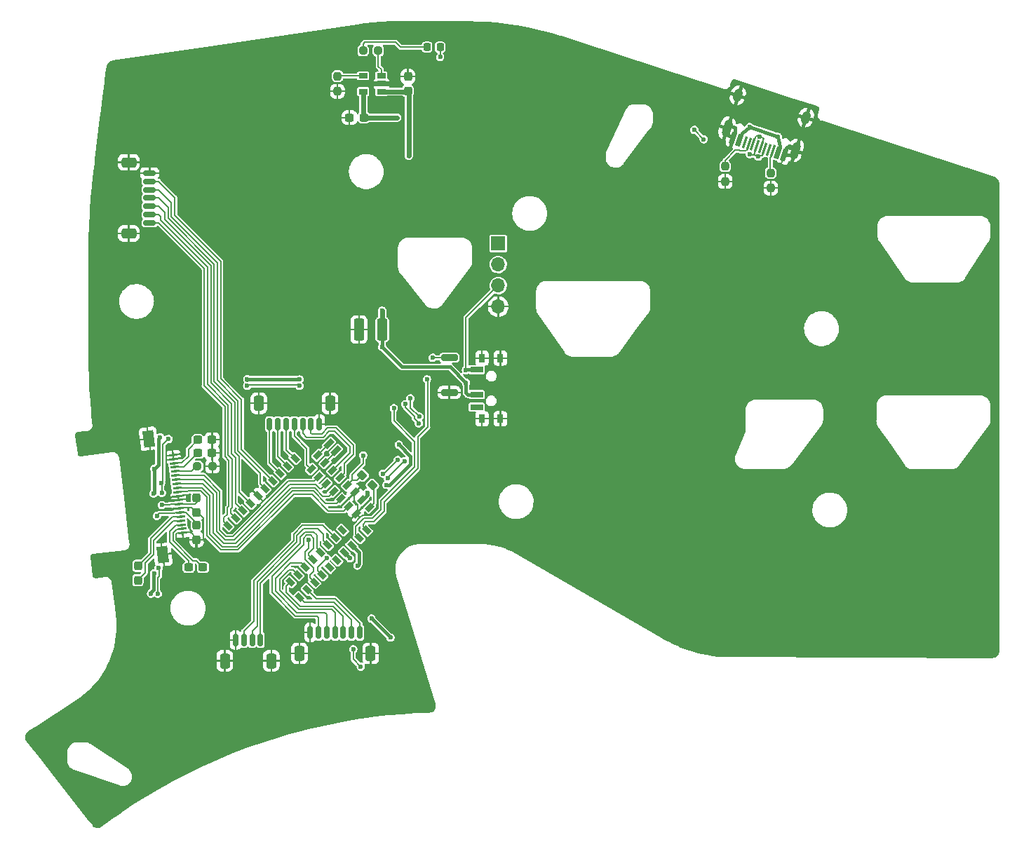
<source format=gbl>
%TF.GenerationSoftware,KiCad,Pcbnew,(5.99.0-12380-gca33ec05df)*%
%TF.CreationDate,2021-09-27T09:59:53+10:00*%
%TF.ProjectId,anaphase,616e6170-6861-4736-952e-6b696361645f,rev?*%
%TF.SameCoordinates,Original*%
%TF.FileFunction,Copper,L2,Bot*%
%TF.FilePolarity,Positive*%
%FSLAX46Y46*%
G04 Gerber Fmt 4.6, Leading zero omitted, Abs format (unit mm)*
G04 Created by KiCad (PCBNEW (5.99.0-12380-gca33ec05df)) date 2021-09-27 09:59:53*
%MOMM*%
%LPD*%
G01*
G04 APERTURE LIST*
G04 Aperture macros list*
%AMRoundRect*
0 Rectangle with rounded corners*
0 $1 Rounding radius*
0 $2 $3 $4 $5 $6 $7 $8 $9 X,Y pos of 4 corners*
0 Add a 4 corners polygon primitive as box body*
4,1,4,$2,$3,$4,$5,$6,$7,$8,$9,$2,$3,0*
0 Add four circle primitives for the rounded corners*
1,1,$1+$1,$2,$3*
1,1,$1+$1,$4,$5*
1,1,$1+$1,$6,$7*
1,1,$1+$1,$8,$9*
0 Add four rect primitives between the rounded corners*
20,1,$1+$1,$2,$3,$4,$5,0*
20,1,$1+$1,$4,$5,$6,$7,0*
20,1,$1+$1,$6,$7,$8,$9,0*
20,1,$1+$1,$8,$9,$2,$3,0*%
%AMHorizOval*
0 Thick line with rounded ends*
0 $1 width*
0 $2 $3 position (X,Y) of the first rounded end (center of the circle)*
0 $4 $5 position (X,Y) of the second rounded end (center of the circle)*
0 Add line between two ends*
20,1,$1,$2,$3,$4,$5,0*
0 Add two circle primitives to create the rounded ends*
1,1,$1,$2,$3*
1,1,$1,$4,$5*%
%AMRotRect*
0 Rectangle, with rotation*
0 The origin of the aperture is its center*
0 $1 length*
0 $2 width*
0 $3 Rotation angle, in degrees counterclockwise*
0 Add horizontal line*
21,1,$1,$2,0,0,$3*%
G04 Aperture macros list end*
%TA.AperFunction,ComponentPad*%
%ADD10HorizOval,1.000000X0.169959X0.523081X-0.169959X-0.523081X0*%
%TD*%
%TA.AperFunction,ComponentPad*%
%ADD11HorizOval,1.000000X0.092705X0.285317X-0.092705X-0.285317X0*%
%TD*%
%TA.AperFunction,ComponentPad*%
%ADD12R,1.700000X1.700000*%
%TD*%
%TA.AperFunction,ComponentPad*%
%ADD13O,1.700000X1.700000*%
%TD*%
%TA.AperFunction,SMDPad,CuDef*%
%ADD14RoundRect,0.237500X0.237500X-0.300000X0.237500X0.300000X-0.237500X0.300000X-0.237500X-0.300000X0*%
%TD*%
%TA.AperFunction,SMDPad,CuDef*%
%ADD15R,1.060000X0.650000*%
%TD*%
%TA.AperFunction,SMDPad,CuDef*%
%ADD16RoundRect,0.237500X-0.300000X-0.237500X0.300000X-0.237500X0.300000X0.237500X-0.300000X0.237500X0*%
%TD*%
%TA.AperFunction,SMDPad,CuDef*%
%ADD17RoundRect,0.218750X-0.218750X-0.256250X0.218750X-0.256250X0.218750X0.256250X-0.218750X0.256250X0*%
%TD*%
%TA.AperFunction,SMDPad,CuDef*%
%ADD18RoundRect,0.237500X0.250000X0.237500X-0.250000X0.237500X-0.250000X-0.237500X0.250000X-0.237500X0*%
%TD*%
%TA.AperFunction,SMDPad,CuDef*%
%ADD19RoundRect,0.237500X-0.237500X0.250000X-0.237500X-0.250000X0.237500X-0.250000X0.237500X0.250000X0*%
%TD*%
%TA.AperFunction,SMDPad,CuDef*%
%ADD20RoundRect,0.150000X-0.625000X0.150000X-0.625000X-0.150000X0.625000X-0.150000X0.625000X0.150000X0*%
%TD*%
%TA.AperFunction,SMDPad,CuDef*%
%ADD21RoundRect,0.250000X-0.650000X0.350000X-0.650000X-0.350000X0.650000X-0.350000X0.650000X0.350000X0*%
%TD*%
%TA.AperFunction,SMDPad,CuDef*%
%ADD22RotRect,0.600000X1.200000X135.000000*%
%TD*%
%TA.AperFunction,SMDPad,CuDef*%
%ADD23RoundRect,0.150000X-0.150000X-0.625000X0.150000X-0.625000X0.150000X0.625000X-0.150000X0.625000X0*%
%TD*%
%TA.AperFunction,SMDPad,CuDef*%
%ADD24RoundRect,0.250000X-0.350000X-0.650000X0.350000X-0.650000X0.350000X0.650000X-0.350000X0.650000X0*%
%TD*%
%TA.AperFunction,SMDPad,CuDef*%
%ADD25RotRect,0.650000X1.000000X225.000000*%
%TD*%
%TA.AperFunction,SMDPad,CuDef*%
%ADD26RotRect,0.650000X1.000000X135.000000*%
%TD*%
%TA.AperFunction,SMDPad,CuDef*%
%ADD27RoundRect,0.237500X0.300000X0.237500X-0.300000X0.237500X-0.300000X-0.237500X0.300000X-0.237500X0*%
%TD*%
%TA.AperFunction,SMDPad,CuDef*%
%ADD28RotRect,0.600000X1.450000X342.000000*%
%TD*%
%TA.AperFunction,SMDPad,CuDef*%
%ADD29RotRect,0.300000X1.450000X342.000000*%
%TD*%
%TA.AperFunction,ComponentPad*%
%ADD30HorizOval,1.000000X-0.092705X-0.285317X0.092705X0.285317X0*%
%TD*%
%TA.AperFunction,ComponentPad*%
%ADD31HorizOval,1.000000X-0.169959X-0.523081X0.169959X0.523081X0*%
%TD*%
%TA.AperFunction,SMDPad,CuDef*%
%ADD32RoundRect,0.237500X0.371231X-0.035355X-0.035355X0.371231X-0.371231X0.035355X0.035355X-0.371231X0*%
%TD*%
%TA.AperFunction,SMDPad,CuDef*%
%ADD33RoundRect,0.150000X0.150000X0.625000X-0.150000X0.625000X-0.150000X-0.625000X0.150000X-0.625000X0*%
%TD*%
%TA.AperFunction,SMDPad,CuDef*%
%ADD34RoundRect,0.250000X0.350000X0.650000X-0.350000X0.650000X-0.350000X-0.650000X0.350000X-0.650000X0*%
%TD*%
%TA.AperFunction,SMDPad,CuDef*%
%ADD35RoundRect,0.237500X-0.237500X0.300000X-0.237500X-0.300000X0.237500X-0.300000X0.237500X0.300000X0*%
%TD*%
%TA.AperFunction,SMDPad,CuDef*%
%ADD36RoundRect,0.200000X-0.800000X0.200000X-0.800000X-0.200000X0.800000X-0.200000X0.800000X0.200000X0*%
%TD*%
%TA.AperFunction,SMDPad,CuDef*%
%ADD37RotRect,0.300000X1.000000X97.000000*%
%TD*%
%TA.AperFunction,SMDPad,CuDef*%
%ADD38RotRect,2.000000X1.300000X97.000000*%
%TD*%
%TA.AperFunction,SMDPad,CuDef*%
%ADD39RoundRect,0.250000X0.375000X1.075000X-0.375000X1.075000X-0.375000X-1.075000X0.375000X-1.075000X0*%
%TD*%
%TA.AperFunction,SMDPad,CuDef*%
%ADD40RoundRect,0.237500X-0.250000X-0.237500X0.250000X-0.237500X0.250000X0.237500X-0.250000X0.237500X0*%
%TD*%
%TA.AperFunction,SMDPad,CuDef*%
%ADD41R,0.800000X1.000000*%
%TD*%
%TA.AperFunction,SMDPad,CuDef*%
%ADD42R,1.500000X0.700000*%
%TD*%
%TA.AperFunction,ViaPad*%
%ADD43C,0.600000*%
%TD*%
%TA.AperFunction,Conductor*%
%ADD44C,0.400000*%
%TD*%
%TA.AperFunction,Conductor*%
%ADD45C,0.200000*%
%TD*%
%TA.AperFunction,Conductor*%
%ADD46C,0.600000*%
%TD*%
G04 APERTURE END LIST*
D10*
%TO.P,J1,S1,SHIELD*%
%TO.N,GND*%
X182151341Y-60961760D03*
X173934213Y-58291853D03*
D11*
X183443032Y-56986344D03*
X175225904Y-54316437D03*
%TD*%
D12*
%TO.P,J13,1,Pin_1*%
%TO.N,/SWDCLK*%
X146300000Y-72200000D03*
D13*
%TO.P,J13,2,Pin_2*%
%TO.N,/SWDIO*%
X146300000Y-74740000D03*
%TO.P,J13,3,Pin_3*%
%TO.N,+BATT*%
X146300000Y-77280000D03*
%TO.P,J13,4,Pin_4*%
%TO.N,GND*%
X146300000Y-79820000D03*
%TD*%
D14*
%TO.P,C8,1*%
%TO.N,GND*%
X109900000Y-104662500D03*
%TO.P,C8,2*%
%TO.N,+1V8*%
X109900000Y-102937500D03*
%TD*%
D15*
%TO.P,U4,1,STAT*%
%TO.N,/sl*%
X132200000Y-51950000D03*
%TO.P,U4,2,VSS*%
%TO.N,GND*%
X132200000Y-52900000D03*
%TO.P,U4,3,VBAT*%
%TO.N,/+BATT_RAW*%
X132200000Y-53850000D03*
%TO.P,U4,4,VDD*%
%TO.N,VBUS*%
X130000000Y-53850000D03*
%TO.P,U4,5,PROG*%
%TO.N,/pl*%
X130000000Y-51950000D03*
%TD*%
D16*
%TO.P,C2,1*%
%TO.N,GND*%
X128337500Y-57000000D03*
%TO.P,C2,2*%
%TO.N,VBUS*%
X130062500Y-57000000D03*
%TD*%
D17*
%TO.P,D2,1,K*%
%TO.N,/ll*%
X137712500Y-48500000D03*
%TO.P,D2,2,A*%
%TO.N,VBUS*%
X139287500Y-48500000D03*
%TD*%
D18*
%TO.P,R8,1*%
%TO.N,/sl*%
X131812500Y-48900000D03*
%TO.P,R8,2*%
%TO.N,/ll*%
X129987500Y-48900000D03*
%TD*%
D19*
%TO.P,R4,1*%
%TO.N,/CC2_l*%
X179200000Y-63687500D03*
%TO.P,R4,2*%
%TO.N,GND*%
X179200000Y-65512500D03*
%TD*%
D20*
%TO.P,J6,1,Pin_1*%
%TO.N,GND*%
X104225000Y-63700000D03*
%TO.P,J6,2,Pin_2*%
%TO.N,/R1C6_l*%
X104225000Y-64700000D03*
%TO.P,J6,3,Pin_3*%
%TO.N,/R1C5_l*%
X104225000Y-65700000D03*
%TO.P,J6,4,Pin_4*%
%TO.N,/R1C4_l*%
X104225000Y-66700000D03*
%TO.P,J6,5,Pin_5*%
%TO.N,/R1C3_l*%
X104225000Y-67700000D03*
%TO.P,J6,6,Pin_6*%
%TO.N,/R1C2_l*%
X104225000Y-68700000D03*
%TO.P,J6,7,Pin_7*%
%TO.N,/R1C1_l*%
X104225000Y-69700000D03*
D21*
%TO.P,J6,MP,MountPin*%
%TO.N,GND*%
X101700000Y-71000000D03*
X101700000Y-62400000D03*
%TD*%
D22*
%TO.P,Y2,1,1*%
%TO.N,Net-(U2-Pad13)*%
X126724264Y-97224264D03*
%TO.P,Y2,2,2*%
%TO.N,Net-(U2-Pad11)*%
X125875736Y-96375736D03*
%TD*%
D23*
%TO.P,J12,1,Pin_1*%
%TO.N,GND*%
X114600000Y-120075000D03*
%TO.P,J12,2,Pin_2*%
%TO.N,/R4C3_l*%
X115600000Y-120075000D03*
%TO.P,J12,3,Pin_3*%
%TO.N,/R4C2_l*%
X116600000Y-120075000D03*
%TO.P,J12,4,Pin_4*%
%TO.N,/R4C1_l*%
X117600000Y-120075000D03*
D24*
%TO.P,J12,MP,MountPin*%
%TO.N,GND*%
X118900000Y-122600000D03*
X113300000Y-122600000D03*
%TD*%
D25*
%TO.P,U2,1,p1.11*%
%TO.N,/R1C1_l*%
X113683586Y-106262842D03*
%TO.P,U2,2,p1.10*%
%TO.N,/R1C2_l*%
X114581612Y-105364816D03*
%TO.P,U2,3,p0.03*%
%TO.N,/R1C3_l*%
X115479638Y-104466791D03*
%TO.P,U2,4,p0.28*%
%TO.N,/R1C4_l*%
X116377663Y-103568765D03*
%TO.P,U2,5,GND*%
%TO.N,GND*%
X117275689Y-102670739D03*
%TO.P,U2,6,p1.13*%
%TO.N,/R1C5_l*%
X118173715Y-101772714D03*
%TO.P,U2,7,p0.02*%
%TO.N,/R1C6_l*%
X119071740Y-100874688D03*
%TO.P,U2,8,p0.29*%
%TO.N,/R2C1_l*%
X119969766Y-99976662D03*
%TO.P,U2,9,p0.31*%
%TO.N,/R2C2_l*%
X120867791Y-99078637D03*
%TO.P,U2,10,p0.30*%
%TO.N,/R2C3_l*%
X121765817Y-98180611D03*
D26*
%TO.P,U2,11,P0.00/XL1*%
%TO.N,Net-(U2-Pad11)*%
X124500906Y-97777560D03*
%TO.P,U2,12,P0.26*%
%TO.N,/R2C4_l*%
X123741473Y-99437847D03*
%TO.P,U2,13,P0.01/XL2*%
%TO.N,Net-(U2-Pad13)*%
X125398932Y-98675586D03*
%TO.P,U2,14,P0.06*%
%TO.N,/SDIN_l*%
X124639499Y-100335873D03*
%TO.P,U2,15,P0.05*%
%TO.N,/R2C5_l*%
X126296957Y-99573612D03*
%TO.P,U2,16,P0.08*%
%TO.N,/SCLK_l*%
X125537525Y-101233898D03*
%TO.P,U2,17,P1.09*%
%TO.N,/R2C6_l*%
X127194983Y-100471637D03*
%TO.P,U2,18,P0.04*%
%TO.N,/D{slash}C_l*%
X126435550Y-102131924D03*
%TO.P,U2,19,VDD*%
%TO.N,+1V8*%
X128093008Y-101369663D03*
%TO.P,U2,20,P0.12*%
%TO.N,/RES_l*%
X127333576Y-103029950D03*
%TO.P,U2,21,GND*%
%TO.N,GND*%
X128991034Y-102267688D03*
%TO.P,U2,22,P0.07*%
%TO.N,/CS_l*%
X128231601Y-103927975D03*
%TO.P,U2,23,VDDH*%
%TO.N,+BATT*%
X129889060Y-103165714D03*
%TO.P,U2,24,GND*%
%TO.N,GND*%
X129129627Y-104826001D03*
%TO.P,U2,25,DCCH*%
%TO.N,/DCCH_l*%
X130787085Y-104063740D03*
D25*
%TO.P,U2,26,P0.18/RESET*%
%TO.N,/RESET*%
X130419390Y-106834184D03*
%TO.P,U2,27,VBUS*%
%TO.N,VBUS*%
X129521364Y-107732210D03*
%TO.P,U2,28,P0.15*%
%TO.N,unconnected-(U2-Pad28)*%
X127513181Y-106801657D03*
%TO.P,U2,29,USB_D-*%
%TO.N,/D-*%
X128623339Y-108630235D03*
%TO.P,U2,30,P0.17*%
%TO.N,/R4C3_l*%
X126615155Y-107699683D03*
%TO.P,U2,31,USB_D+*%
%TO.N,/D+*%
X127725313Y-109528261D03*
%TO.P,U2,32,P0.20*%
%TO.N,/R4C2_l*%
X125717130Y-108597708D03*
%TO.P,U2,33,P0.13*%
%TO.N,unconnected-(U2-Pad33)*%
X126827287Y-110426286D03*
%TO.P,U2,34,P0.22*%
%TO.N,/R4C1_l*%
X124819104Y-109495734D03*
%TO.P,U2,35,P0.24*%
%TO.N,unconnected-(U2-Pad35)*%
X125929262Y-111324312D03*
%TO.P,U2,36,P1.00*%
%TO.N,/R3C6_l*%
X123921078Y-110393760D03*
%TO.P,U2,37,SWDIO*%
%TO.N,/SWDIO*%
X125031236Y-112222338D03*
%TO.P,U2,38,p1.02*%
%TO.N,/R3C5_l*%
X123023053Y-111291785D03*
%TO.P,U2,39,SWDCLK*%
%TO.N,/SWDCLK*%
X124133210Y-113120363D03*
%TO.P,U2,40,p1.04*%
%TO.N,/R3C4_l*%
X122125027Y-112189811D03*
%TO.P,U2,41,p0.09*%
%TO.N,/R3C1_l*%
X123235185Y-114018389D03*
%TO.P,U2,42,p1.06*%
%TO.N,/R3C3_l*%
X121227002Y-113087836D03*
%TO.P,U2,43,p0.10*%
%TO.N,/R3C2_l*%
X122337159Y-114916415D03*
%TD*%
D14*
%TO.P,C16,1*%
%TO.N,Net-(C16-Pad1)*%
X102800000Y-112862500D03*
%TO.P,C16,2*%
%TO.N,Net-(C16-Pad2)*%
X102800000Y-111137500D03*
%TD*%
D27*
%TO.P,C10,1*%
%TO.N,GND*%
X111762500Y-97500000D03*
%TO.P,C10,2*%
%TO.N,/VCOMH_l*%
X110037500Y-97500000D03*
%TD*%
D23*
%TO.P,J10,1,Pin_1*%
%TO.N,GND*%
X123600000Y-119175000D03*
%TO.P,J10,2,Pin_2*%
%TO.N,/R3C6_l*%
X124600000Y-119175000D03*
%TO.P,J10,3,Pin_3*%
%TO.N,/R3C5_l*%
X125600000Y-119175000D03*
%TO.P,J10,4,Pin_4*%
%TO.N,/R3C4_l*%
X126600000Y-119175000D03*
%TO.P,J10,5,Pin_5*%
%TO.N,/R3C3_l*%
X127600000Y-119175000D03*
%TO.P,J10,6,Pin_6*%
%TO.N,/R3C2_l*%
X128600000Y-119175000D03*
%TO.P,J10,7,Pin_7*%
%TO.N,/R3C1_l*%
X129600000Y-119175000D03*
D24*
%TO.P,J10,MP,MountPin*%
%TO.N,GND*%
X122300000Y-121700000D03*
X130900000Y-121700000D03*
%TD*%
D19*
%TO.P,R6,1*%
%TO.N,/pl*%
X126900000Y-51987500D03*
%TO.P,R6,2*%
%TO.N,GND*%
X126900000Y-53812500D03*
%TD*%
D28*
%TO.P,J2,A1,GND*%
%TO.N,GND*%
X174669093Y-59492718D03*
%TO.P,J2,A4,VBUS*%
%TO.N,VBUS*%
X175429938Y-59739932D03*
D29*
%TO.P,J2,A5,CC1*%
%TO.N,/CC1_l*%
X176571206Y-60110752D03*
%TO.P,J2,A6,D+*%
%TO.N,/D+*%
X177522262Y-60419769D03*
%TO.P,J2,A7,D-*%
%TO.N,/D-*%
X177997790Y-60574278D03*
%TO.P,J2,A8,SBU1*%
%TO.N,unconnected-(J2-PadA8)*%
X178948847Y-60883295D03*
D28*
%TO.P,J2,A9,VBUS*%
%TO.N,VBUS*%
X180090115Y-61254115D03*
%TO.P,J2,A12,GND*%
%TO.N,GND*%
X180850960Y-61501329D03*
%TO.P,J2,B1,GND*%
X180850960Y-61501329D03*
%TO.P,J2,B4,VBUS*%
%TO.N,VBUS*%
X180090115Y-61254115D03*
D29*
%TO.P,J2,B5,CC2*%
%TO.N,/CC2_l*%
X179424375Y-61037803D03*
%TO.P,J2,B6,D+*%
%TO.N,/D+*%
X178473319Y-60728786D03*
%TO.P,J2,B7,D-*%
%TO.N,/D-*%
X177046734Y-60265261D03*
%TO.P,J2,B8,SBU2*%
%TO.N,unconnected-(J2-PadB8)*%
X176095677Y-59956244D03*
D28*
%TO.P,J2,B9,VBUS*%
%TO.N,VBUS*%
X175429938Y-59739932D03*
%TO.P,J2,B12,GND*%
%TO.N,GND*%
X174669093Y-59492718D03*
D30*
%TO.P,J2,S1,SHIELD*%
X183443032Y-56986344D03*
D31*
X182151341Y-60961760D03*
X173934213Y-58291853D03*
D30*
X175225904Y-54316437D03*
%TD*%
D27*
%TO.P,C14,1*%
%TO.N,Net-(C14-Pad1)*%
X110662500Y-111300000D03*
%TO.P,C14,2*%
%TO.N,Net-(C14-Pad2)*%
X108937500Y-111300000D03*
%TD*%
D32*
%TO.P,L2,1*%
%TO.N,/DCCH_l*%
X131118718Y-101418718D03*
%TO.P,L2,2*%
%TO.N,+1V8*%
X129881282Y-100181282D03*
%TD*%
D14*
%TO.P,C6,1*%
%TO.N,GND*%
X109900000Y-107962500D03*
%TO.P,C6,2*%
%TO.N,+BATT*%
X109900000Y-106237500D03*
%TD*%
D33*
%TO.P,J8,1,Pin_1*%
%TO.N,GND*%
X124700000Y-94025000D03*
%TO.P,J8,2,Pin_2*%
%TO.N,/R2C6_l*%
X123700000Y-94025000D03*
%TO.P,J8,3,Pin_3*%
%TO.N,/R2C5_l*%
X122700000Y-94025000D03*
%TO.P,J8,4,Pin_4*%
%TO.N,/R2C4_l*%
X121700000Y-94025000D03*
%TO.P,J8,5,Pin_5*%
%TO.N,/R2C3_l*%
X120700000Y-94025000D03*
%TO.P,J8,6,Pin_6*%
%TO.N,/R2C2_l*%
X119700000Y-94025000D03*
%TO.P,J8,7,Pin_7*%
%TO.N,/R2C1_l*%
X118700000Y-94025000D03*
D34*
%TO.P,J8,MP,MountPin*%
%TO.N,GND*%
X117400000Y-91500000D03*
X126000000Y-91500000D03*
%TD*%
D35*
%TO.P,C4,1*%
%TO.N,GND*%
X135400000Y-52037500D03*
%TO.P,C4,2*%
%TO.N,/+BATT_RAW*%
X135400000Y-53762500D03*
%TD*%
D19*
%TO.P,R2,1*%
%TO.N,/CC1_l*%
X173700000Y-62887500D03*
%TO.P,R2,2*%
%TO.N,GND*%
X173700000Y-64712500D03*
%TD*%
D36*
%TO.P,SW3,1,1*%
%TO.N,/RESET*%
X140400000Y-86000000D03*
%TO.P,SW3,2,2*%
%TO.N,GND*%
X140400000Y-90200000D03*
%TD*%
D37*
%TO.P,J4,1,Pin_1*%
%TO.N,GND*%
X108208879Y-107164594D03*
%TO.P,J4,2,Pin_2*%
%TO.N,Net-(C14-Pad1)*%
X108147945Y-106668321D03*
%TO.P,J4,3,Pin_3*%
%TO.N,Net-(C14-Pad2)*%
X108087010Y-106172048D03*
%TO.P,J4,4,Pin_4*%
%TO.N,Net-(C16-Pad1)*%
X108026075Y-105675775D03*
%TO.P,J4,5,Pin_5*%
%TO.N,Net-(C16-Pad2)*%
X107965141Y-105179502D03*
%TO.P,J4,6,Pin_6*%
%TO.N,+BATT*%
X107904206Y-104683229D03*
%TO.P,J4,7,Pin_7*%
%TO.N,GND*%
X107843271Y-104186956D03*
%TO.P,J4,8,Pin_8*%
%TO.N,+1V8*%
X107782337Y-103690683D03*
%TO.P,J4,9,Pin_9*%
%TO.N,GND*%
X107721402Y-103194410D03*
%TO.P,J4,10,Pin_10*%
X107660467Y-102698137D03*
%TO.P,J4,11,Pin_11*%
%TO.N,/CS_l*%
X107599533Y-102201863D03*
%TO.P,J4,12,Pin_12*%
%TO.N,/RES_l*%
X107538598Y-101705590D03*
%TO.P,J4,13,Pin_13*%
%TO.N,/D{slash}C_l*%
X107477663Y-101209317D03*
%TO.P,J4,14,Pin_14*%
%TO.N,/SCLK_l*%
X107416729Y-100713044D03*
%TO.P,J4,15,Pin_15*%
%TO.N,/SDIN_l*%
X107355794Y-100216771D03*
%TO.P,J4,16,Pin_16*%
%TO.N,/IREF_l*%
X107294859Y-99720498D03*
%TO.P,J4,17,Pin_17*%
%TO.N,/VCOMH_l*%
X107233925Y-99224225D03*
%TO.P,J4,18,Pin_18*%
%TO.N,/VCC_l*%
X107172990Y-98727952D03*
%TO.P,J4,19,Pin_19*%
%TO.N,GND*%
X107112055Y-98231679D03*
%TO.P,J4,20,Pin_20*%
X107051121Y-97735406D03*
D38*
%TO.P,J4,MP,MountPin*%
X104090947Y-95781597D03*
X105809304Y-109776498D03*
%TD*%
D27*
%TO.P,C12,1*%
%TO.N,GND*%
X111762500Y-95900000D03*
%TO.P,C12,2*%
%TO.N,/VCC_l*%
X110037500Y-95900000D03*
%TD*%
D39*
%TO.P,J16,1,Pin_1*%
%TO.N,/+BATT_RAW*%
X132300000Y-82600000D03*
%TO.P,J16,2,Pin_2*%
%TO.N,GND*%
X129500000Y-82600000D03*
%TD*%
D40*
%TO.P,R10,1*%
%TO.N,/IREF_l*%
X109987500Y-99100000D03*
%TO.P,R10,2*%
%TO.N,GND*%
X111812500Y-99100000D03*
%TD*%
D41*
%TO.P,SW1,*%
%TO.N,GND*%
X146555000Y-93350000D03*
X144345000Y-93350000D03*
X146555000Y-86050000D03*
X144345000Y-86050000D03*
D42*
%TO.P,SW1,1,A*%
%TO.N,+BATT*%
X143695000Y-87450000D03*
%TO.P,SW1,2,B*%
%TO.N,/+BATT_RAW*%
X143695000Y-90450000D03*
%TO.P,SW1,3,C*%
%TO.N,unconnected-(SW1-Pad3)*%
X143695000Y-91950000D03*
%TD*%
D43*
%TO.N,VBUS*%
X133300000Y-57000000D03*
X139287500Y-49687500D03*
X133700000Y-92100000D03*
X134100000Y-57000000D03*
X180050000Y-59300000D03*
X176650000Y-58150000D03*
%TO.N,/+BATT_RAW*%
X135500000Y-60800000D03*
X135500000Y-61600000D03*
X142400000Y-89000000D03*
X132300000Y-84700000D03*
X132300000Y-80300000D03*
X135500000Y-60800000D03*
X135500000Y-61600000D03*
%TO.N,+BATT*%
X131000000Y-117500000D03*
X104400000Y-114499500D03*
X104700000Y-102400000D03*
X132808117Y-101349028D03*
X105500000Y-95600000D03*
X116000000Y-88600497D03*
X122300000Y-88600000D03*
X130519218Y-102300000D03*
X133300000Y-119800000D03*
X104800000Y-99400000D03*
X142400000Y-87500000D03*
X104788171Y-112014195D03*
X105100000Y-105100000D03*
X134300000Y-96500000D03*
%TO.N,+1V8*%
X122300000Y-89400000D03*
X130000000Y-97800000D03*
X116000000Y-89400000D03*
X105600000Y-101100000D03*
X105300000Y-111400000D03*
X105700000Y-102318154D03*
X129715332Y-123315332D03*
X106500000Y-95800000D03*
X128800000Y-121200000D03*
X105700000Y-103794026D03*
X105200000Y-114499500D03*
%TO.N,/SWDCLK*%
X123427528Y-108027512D03*
X135100000Y-91600000D03*
X132400000Y-99999020D03*
X134181590Y-98366994D03*
X136699022Y-93910023D03*
%TO.N,GND*%
X129500000Y-84900000D03*
X131100000Y-55400000D03*
X163900000Y-89100000D03*
X140000000Y-94100000D03*
X143100000Y-60900000D03*
X111552125Y-91102125D03*
X123500000Y-123600000D03*
X121200000Y-87900500D03*
X173100000Y-94400000D03*
X170000000Y-92900000D03*
X171000000Y-96500000D03*
X118500000Y-110300000D03*
X107300000Y-120600000D03*
X139500000Y-104800000D03*
X113500000Y-88000011D03*
X149700000Y-95600000D03*
X144100000Y-61900000D03*
X191100000Y-64700000D03*
X131600000Y-114900000D03*
X119700000Y-126400000D03*
X121300000Y-120200000D03*
X127500000Y-112000000D03*
X152300000Y-52900000D03*
X126900000Y-105600000D03*
X135500000Y-47600000D03*
X116600000Y-108400000D03*
X103700000Y-115500000D03*
X162300000Y-98900000D03*
X138600000Y-55000000D03*
X174800000Y-64700000D03*
X178000000Y-81600000D03*
X130800000Y-124900000D03*
X128100000Y-54900000D03*
X178000000Y-78700000D03*
X136500000Y-107800000D03*
X133500000Y-52900000D03*
X132500000Y-116800000D03*
X147800000Y-98900000D03*
X130900000Y-50400000D03*
X131100000Y-51900000D03*
X128638481Y-114138481D03*
X146000000Y-96050000D03*
X133400000Y-50500000D03*
X119300000Y-118300000D03*
X128100000Y-93600000D03*
X115600000Y-85300000D03*
X129900000Y-101400000D03*
X133600000Y-69900000D03*
X172500000Y-90400000D03*
X123500000Y-104100000D03*
X128700000Y-52900000D03*
X178000000Y-84700000D03*
X128600000Y-50400000D03*
X130550000Y-118450000D03*
X136900000Y-89100000D03*
X107100000Y-57000000D03*
X100900000Y-126500000D03*
X133100000Y-111900000D03*
X178000000Y-69100000D03*
X108700000Y-129100000D03*
X175800000Y-105700000D03*
X112200000Y-113000000D03*
X101700000Y-121600000D03*
X157600000Y-73300000D03*
X103200000Y-109400000D03*
X152800000Y-89600000D03*
X154400000Y-98900000D03*
X134200000Y-55800000D03*
X170600000Y-56400000D03*
X117800000Y-87900500D03*
X108500000Y-108100000D03*
X174800000Y-78600000D03*
X124800000Y-105600000D03*
X134400000Y-89000000D03*
X119700000Y-106800000D03*
X157100000Y-65000000D03*
X124000000Y-96600000D03*
X107500000Y-132000000D03*
X116000000Y-93800000D03*
X121500000Y-114200000D03*
X106800000Y-111400000D03*
X184900000Y-117100000D03*
X136600000Y-101600000D03*
X107700000Y-84600000D03*
X142800000Y-103900000D03*
X141700000Y-81800000D03*
X168700000Y-98800000D03*
X103600000Y-106800000D03*
X116900000Y-111800000D03*
X153200000Y-95600000D03*
X115600000Y-100800000D03*
X103400000Y-98900000D03*
X148300000Y-76400000D03*
X131000000Y-98700000D03*
X178000000Y-72600000D03*
X140500000Y-101550000D03*
X123200000Y-126700000D03*
X121300000Y-100300000D03*
X143400000Y-98650000D03*
X142480556Y-68797639D03*
X113800000Y-112800000D03*
X114600000Y-118100000D03*
X199300000Y-118000000D03*
X145400000Y-101300000D03*
X114600000Y-125400000D03*
X133300000Y-55000000D03*
X132400000Y-110200000D03*
X134400000Y-92700000D03*
X134800000Y-82800000D03*
X135200000Y-94200000D03*
X166700000Y-74500000D03*
X121500000Y-96700000D03*
X134100000Y-119100000D03*
X174800000Y-84700000D03*
X178000000Y-64700000D03*
X167300000Y-95600000D03*
X121500000Y-106100000D03*
X127700000Y-124600000D03*
X126000000Y-89400000D03*
X175150000Y-61550000D03*
X121600000Y-124800000D03*
X114100000Y-132000000D03*
X104100000Y-129900000D03*
X130464173Y-111897223D03*
X106500000Y-74100000D03*
X174800000Y-88100000D03*
X140000000Y-55300000D03*
X128800000Y-55800000D03*
X103300000Y-103600000D03*
X131500000Y-106500000D03*
X114300000Y-69100000D03*
X158400000Y-98900000D03*
X177200000Y-90300000D03*
X174800000Y-72400000D03*
X171000000Y-82100000D03*
X108000000Y-96600000D03*
X164300000Y-95600000D03*
X178000000Y-75700000D03*
X133300000Y-122300000D03*
X157000000Y-95600000D03*
X136500000Y-106100000D03*
X127700000Y-126700000D03*
X127600000Y-88600000D03*
X122900000Y-59300000D03*
X116100000Y-115100000D03*
X119500000Y-98600000D03*
X121000000Y-92300000D03*
X143100000Y-81800000D03*
X119900000Y-130000000D03*
X128900000Y-98700000D03*
X103800000Y-119300000D03*
X174800000Y-81500000D03*
X114300000Y-81000000D03*
X165800000Y-98900000D03*
X174800000Y-75700000D03*
X140400000Y-84100000D03*
X102700000Y-96000000D03*
X151100000Y-98900000D03*
X121200000Y-89900000D03*
X178000000Y-87600000D03*
X114600000Y-129600000D03*
X111800000Y-94500000D03*
X131100000Y-53900000D03*
X129500000Y-80300000D03*
X125500000Y-74300000D03*
X121823911Y-103123911D03*
X112000000Y-109500000D03*
X115200000Y-90000000D03*
X167300000Y-115400000D03*
X128600000Y-106000000D03*
X197900000Y-84000000D03*
X110280378Y-89830378D03*
X127600000Y-121500000D03*
X178050000Y-62800000D03*
X147800000Y-63000000D03*
X117800000Y-89900000D03*
X133000000Y-94100000D03*
X134050000Y-104000000D03*
X115300000Y-109700000D03*
X178200000Y-107800000D03*
X113100000Y-100800000D03*
X118800000Y-120700000D03*
X160700000Y-95600000D03*
X132900000Y-86500000D03*
X106000000Y-113500000D03*
X165100000Y-63000000D03*
X175200000Y-92300000D03*
X174800000Y-69100000D03*
X134200000Y-95200000D03*
X197100000Y-106100000D03*
%TO.N,/SWDIO*%
X136776679Y-93114301D03*
X134973911Y-98473911D03*
X125600000Y-110200000D03*
X132964680Y-100565007D03*
X135699500Y-90900000D03*
%TO.N,/RESET*%
X169984668Y-58484668D03*
X171115332Y-59615332D03*
X138400000Y-86000000D03*
X137700000Y-88600000D03*
%TO.N,/D+*%
X176650000Y-61400000D03*
X177700000Y-61700000D03*
X128400000Y-110200000D03*
%TO.N,/D-*%
X129300000Y-111100000D03*
X177850000Y-59300000D03*
%TD*%
D44*
%TO.N,VBUS*%
X175750000Y-58850000D02*
X176650000Y-58150000D01*
D45*
X136200000Y-99200000D02*
X132150000Y-103250000D01*
D44*
X175750000Y-58850000D02*
X175429938Y-59739932D01*
D46*
X130000000Y-56937500D02*
X130000000Y-53850000D01*
D45*
X132150000Y-104384994D02*
X131134514Y-105400480D01*
D44*
X180350000Y-60450000D02*
X180050000Y-59300000D01*
X180050000Y-59300000D02*
X176650000Y-58150000D01*
D45*
X131134514Y-105400480D02*
X130099520Y-105400480D01*
D46*
X134100000Y-57000000D02*
X133300000Y-57000000D01*
D45*
X129100000Y-106400000D02*
X129100000Y-107310846D01*
D46*
X133300000Y-57000000D02*
X130062500Y-57000000D01*
X130062500Y-57000000D02*
X130000000Y-56937500D01*
D45*
X133700000Y-92100000D02*
X133700000Y-93600000D01*
X130099520Y-105400480D02*
X129100000Y-106400000D01*
D44*
X180090115Y-61254115D02*
X180350000Y-60450000D01*
D45*
X132150000Y-103250000D02*
X132150000Y-104384994D01*
X129100000Y-107310846D02*
X129521364Y-107732210D01*
X139287500Y-49687500D02*
X139287500Y-48500000D01*
X136200000Y-96100000D02*
X136200000Y-99200000D01*
X133700000Y-93600000D02*
X136200000Y-96100000D01*
D44*
%TO.N,/+BATT_RAW*%
X134700000Y-87100000D02*
X132300000Y-84700000D01*
X142400000Y-89000000D02*
X140500000Y-87100000D01*
X143695000Y-90450000D02*
X142650000Y-90450000D01*
X132300000Y-84700000D02*
X132300000Y-82600000D01*
D46*
X135500000Y-53862500D02*
X135400000Y-53762500D01*
X135400000Y-53762500D02*
X135312500Y-53850000D01*
D44*
X142650000Y-90450000D02*
X142400000Y-90200000D01*
D46*
X132300000Y-82600000D02*
X132300000Y-80300000D01*
X135500000Y-60800000D02*
X135500000Y-53862500D01*
D44*
X140500000Y-87100000D02*
X134700000Y-87100000D01*
X142400000Y-90200000D02*
X142400000Y-89000000D01*
D46*
X135312500Y-53850000D02*
X132200000Y-53850000D01*
X135500000Y-60800000D02*
X135500000Y-61600000D01*
D44*
%TO.N,+BATT*%
X143695000Y-87450000D02*
X142450000Y-87450000D01*
D45*
X142400000Y-87500000D02*
X142400000Y-81180000D01*
X107303707Y-104696293D02*
X107891142Y-104696293D01*
D44*
X122300000Y-88600000D02*
X116000497Y-88600000D01*
X142450000Y-87450000D02*
X142400000Y-87500000D01*
D45*
X105406954Y-104793046D02*
X107206954Y-104793046D01*
D44*
X129889060Y-103165714D02*
X130519218Y-102535556D01*
X134300000Y-96500000D02*
X135676089Y-97876089D01*
D45*
X109800000Y-106237500D02*
X109800000Y-105900000D01*
X142400000Y-81180000D02*
X146300000Y-77280000D01*
D44*
X130519218Y-102535556D02*
X130519218Y-102300000D01*
X104700480Y-114009761D02*
X104400000Y-114310241D01*
D45*
X107206954Y-104793046D02*
X107303707Y-104696293D01*
D44*
X104700480Y-112101886D02*
X104700480Y-114009761D01*
X104400000Y-114310241D02*
X104400000Y-114499500D01*
X135676089Y-97876089D02*
X135676089Y-98842857D01*
D46*
X116000497Y-88600000D02*
X116000000Y-88600497D01*
D44*
X135676089Y-98842857D02*
X133169918Y-101349028D01*
X133300000Y-119800000D02*
X131000000Y-117500000D01*
X105500000Y-95600000D02*
X105300480Y-95799520D01*
X105300480Y-95799520D02*
X105300480Y-98899520D01*
X104800000Y-102300000D02*
X104700000Y-102400000D01*
X104800000Y-99400000D02*
X104800000Y-102300000D01*
D45*
X109800000Y-105900000D02*
X108570165Y-104670165D01*
X105100000Y-105100000D02*
X105406954Y-104793046D01*
D44*
X104788171Y-112014195D02*
X104700480Y-112101886D01*
X105300480Y-98899520D02*
X104800000Y-99400000D01*
X133169918Y-101349028D02*
X132808117Y-101349028D01*
D45*
X107891142Y-104696293D02*
X107904206Y-104683229D01*
X108570165Y-104670165D02*
X107904206Y-104670165D01*
%TO.N,+1V8*%
X105700000Y-103794026D02*
X106605974Y-103794026D01*
X106605974Y-103794026D02*
X106696253Y-103703747D01*
X109659881Y-103677619D02*
X107782337Y-103677619D01*
X130000000Y-98800000D02*
X128662671Y-100137329D01*
X105800000Y-96500000D02*
X106500000Y-95800000D01*
X105600000Y-101100000D02*
X105800000Y-100900000D01*
X105700000Y-101200000D02*
X105700000Y-102318154D01*
X105400000Y-112400000D02*
X105200000Y-112600000D01*
X116000000Y-89400000D02*
X116100000Y-89300000D01*
X130000000Y-97800000D02*
X130000000Y-98800000D01*
X105600000Y-101100000D02*
X105700000Y-101200000D01*
X106696253Y-103703747D02*
X107782337Y-103703747D01*
X110200000Y-103137500D02*
X109659881Y-103677619D01*
X105400000Y-111500000D02*
X105400000Y-112400000D01*
X129715332Y-123315332D02*
X128800000Y-122400000D01*
X129262564Y-100800000D02*
X129881282Y-100181282D01*
X128800000Y-122400000D02*
X128800000Y-121200000D01*
X105300000Y-111400000D02*
X105400000Y-111500000D01*
X128662671Y-100137329D02*
X128662671Y-100800000D01*
X128093008Y-101369663D02*
X128662671Y-100800000D01*
X128662671Y-100800000D02*
X129262564Y-100800000D01*
X116100000Y-89300000D02*
X122200000Y-89300000D01*
X105200000Y-112600000D02*
X105200000Y-114499500D01*
X122200000Y-89300000D02*
X122300000Y-89400000D01*
X105800000Y-100900000D02*
X105800000Y-96500000D01*
%TO.N,/SWDCLK*%
X123600000Y-112200000D02*
X123600000Y-112587153D01*
X123600000Y-112587153D02*
X124133210Y-113120363D01*
X123400000Y-109034994D02*
X123000480Y-109434514D01*
X136699022Y-93884482D02*
X136177168Y-93362628D01*
X134133006Y-98366994D02*
X132500980Y-99999020D01*
X136177168Y-93362628D02*
X136177168Y-93079796D01*
X123000480Y-110356366D02*
X124000000Y-111355886D01*
X135100000Y-92002628D02*
X135100000Y-91600000D01*
X132500980Y-99999020D02*
X132400000Y-99999020D01*
X123400000Y-108055040D02*
X123400000Y-109034994D01*
X124000000Y-111800000D02*
X123600000Y-112200000D01*
X134181590Y-98366994D02*
X134133006Y-98366994D01*
X123427528Y-108027512D02*
X123400000Y-108055040D01*
X136177168Y-93079796D02*
X135100000Y-92002628D01*
X123000480Y-109434514D02*
X123000480Y-110356366D01*
X124000000Y-111355886D02*
X124000000Y-111800000D01*
X136699022Y-93910023D02*
X136699022Y-93884482D01*
%TO.N,GND*%
X111762500Y-95900000D02*
X111762500Y-94937500D01*
X106494410Y-103194410D02*
X106977620Y-102711200D01*
X123600000Y-119175000D02*
X123600000Y-125700000D01*
D46*
X132200000Y-52900000D02*
X133500000Y-52900000D01*
D45*
X181611772Y-61501329D02*
X182151341Y-60961760D01*
X109900000Y-107962500D02*
X109900000Y-107800000D01*
X129300000Y-104655628D02*
X129129627Y-104826001D01*
X128638481Y-114138481D02*
X130464173Y-112312789D01*
D44*
X182151341Y-60961760D02*
X183300000Y-61300000D01*
X180850960Y-61501329D02*
X181100000Y-60700000D01*
D45*
X109900000Y-104662500D02*
X109314639Y-104077139D01*
X128600000Y-107723692D02*
X129899511Y-109023203D01*
X113100000Y-100800000D02*
X113100000Y-99100000D01*
D44*
X175225904Y-54316437D02*
X173900000Y-53900000D01*
D46*
X117100000Y-131300000D02*
X122600000Y-125800000D01*
D45*
X133200000Y-107100000D02*
X132350000Y-106250000D01*
X130464173Y-111235827D02*
X130500000Y-111200000D01*
X107432503Y-107332503D02*
X107587348Y-107177658D01*
X114300000Y-111800000D02*
X112800000Y-113300000D01*
X133340168Y-118259832D02*
X133400000Y-118200000D01*
X107432503Y-107932503D02*
X107432503Y-107332503D01*
D46*
X114500000Y-131300000D02*
X117100000Y-131300000D01*
D44*
X181400000Y-60400000D02*
X182000000Y-60600000D01*
D45*
X106250000Y-115550000D02*
X100750000Y-115550000D01*
D44*
X173934213Y-58291853D02*
X173400000Y-59900000D01*
D45*
X110900000Y-109200000D02*
X110909880Y-109209880D01*
X102064594Y-97735406D02*
X102000000Y-97800000D01*
X107721402Y-103194410D02*
X106494410Y-103194410D01*
X118500000Y-110300000D02*
X117800000Y-109600000D01*
X180850960Y-61501329D02*
X180850960Y-61149040D01*
D46*
X102300000Y-106000000D02*
X102300000Y-108900000D01*
D44*
X182151341Y-60961760D02*
X183900000Y-55600000D01*
D46*
X102300000Y-98100000D02*
X102300000Y-98600000D01*
D44*
X181100000Y-60700000D02*
X181400000Y-60400000D01*
D45*
X112800000Y-113300000D02*
X107200000Y-113300000D01*
D44*
X183443032Y-56986344D02*
X184400000Y-57300000D01*
D45*
X129129627Y-104826001D02*
X129617497Y-105313871D01*
X128900000Y-103400000D02*
X129300000Y-103800000D01*
D46*
X122600000Y-125800000D02*
X123700000Y-125800000D01*
D45*
X106494410Y-103194410D02*
X102494410Y-103194410D01*
X107200000Y-114600000D02*
X106250000Y-115550000D01*
D44*
X174669093Y-59492718D02*
X174300000Y-60600000D01*
D46*
X102300000Y-102700000D02*
X102300000Y-103000000D01*
D45*
X114600000Y-120075000D02*
X114600000Y-131200000D01*
X112000000Y-109500000D02*
X110909880Y-109500000D01*
X109314639Y-104077139D02*
X108900000Y-104077139D01*
X112700000Y-113300000D02*
X107200000Y-113300000D01*
X109800000Y-107962500D02*
X109800000Y-109200000D01*
X128931368Y-106000000D02*
X128600000Y-106000000D01*
D46*
X100750000Y-126850000D02*
X100750000Y-115550000D01*
D45*
X106200000Y-98350000D02*
X106200000Y-98900000D01*
X110909880Y-109500000D02*
X110909880Y-109209880D01*
X128455628Y-105355628D02*
X128100000Y-105000000D01*
D46*
X108700000Y-129100000D02*
X103000000Y-129100000D01*
D45*
X124300000Y-92300000D02*
X121000000Y-92300000D01*
X107587348Y-107177658D02*
X108208879Y-107177658D01*
X112000000Y-109500000D02*
X114300000Y-111800000D01*
X182151341Y-60961760D02*
X182151341Y-60534723D01*
X106200000Y-97850000D02*
X106200000Y-96950000D01*
X133200000Y-107100000D02*
X134800000Y-108700000D01*
X107200000Y-113300000D02*
X107200000Y-114600000D01*
D46*
X99300000Y-62000000D02*
X99300000Y-63900000D01*
D45*
X110909880Y-109209880D02*
X110909880Y-108209880D01*
X128100000Y-105000000D02*
X126900000Y-105000000D01*
X111762500Y-92962500D02*
X110900000Y-92100000D01*
X104225000Y-63700000D02*
X99500000Y-63700000D01*
D46*
X102000000Y-97800000D02*
X102300000Y-98100000D01*
D45*
X110700000Y-105362500D02*
X110200000Y-104862500D01*
X128991034Y-102267688D02*
X129032312Y-102267688D01*
X109900000Y-107800000D02*
X109200000Y-107100000D01*
D46*
X133400000Y-111100000D02*
X133400000Y-110100000D01*
D45*
X111762500Y-94937500D02*
X108362500Y-94937500D01*
X129129627Y-104826001D02*
X128600000Y-105355628D01*
X108362500Y-94937500D02*
X106650000Y-96650000D01*
X111812500Y-95950000D02*
X111762500Y-95900000D01*
X107051121Y-97735406D02*
X106200000Y-97850000D01*
X128600000Y-105355628D02*
X128455628Y-105355628D01*
X106200000Y-97850000D02*
X106200000Y-98350000D01*
X117900000Y-103374970D02*
X118787485Y-102487485D01*
X110909880Y-108209880D02*
X110700000Y-108000000D01*
X126900000Y-105000000D02*
X121100000Y-105000000D01*
X129931368Y-105000000D02*
X130500000Y-105000000D01*
X117900000Y-103374970D02*
X114187485Y-107087485D01*
D44*
X174669093Y-59492718D02*
X174900000Y-58700000D01*
D45*
X123600000Y-125700000D02*
X123700000Y-125800000D01*
X102300000Y-104100000D02*
X102400020Y-104200020D01*
X106977620Y-102711200D02*
X107660467Y-102711200D01*
D46*
X133400000Y-110100000D02*
X134800000Y-108700000D01*
D45*
X107200000Y-113300000D02*
X107200000Y-111800000D01*
X130464173Y-112312789D02*
X130464173Y-111897223D01*
X124700000Y-94000000D02*
X124700000Y-92700000D01*
D46*
X134300000Y-122900000D02*
X134300000Y-119100000D01*
D45*
X100700000Y-92100000D02*
X99300000Y-93500000D01*
X117800000Y-109600000D02*
X116500000Y-109600000D01*
X111762500Y-94937500D02*
X111762500Y-92962500D01*
X128600000Y-105355628D02*
X128600000Y-107723692D01*
X129129627Y-104826001D02*
X129073999Y-104826001D01*
X113100000Y-99100000D02*
X111812500Y-99100000D01*
D46*
X131400000Y-125800000D02*
X134300000Y-122900000D01*
X99300000Y-95100000D02*
X102000000Y-97800000D01*
D45*
X107200000Y-111800000D02*
X106800000Y-111400000D01*
X106865190Y-104393526D02*
X107058696Y-104200020D01*
X130600000Y-111200000D02*
X133300000Y-111200000D01*
D46*
X103000000Y-129100000D02*
X100750000Y-126850000D01*
D45*
X129899511Y-111200000D02*
X130500000Y-111200000D01*
D46*
X108700000Y-129100000D02*
X110900000Y-131300000D01*
X123700000Y-125800000D02*
X131400000Y-125800000D01*
D45*
X110700000Y-108000000D02*
X110700000Y-105362500D01*
X116500000Y-109600000D02*
X114300000Y-111800000D01*
D46*
X134800000Y-108700000D02*
X135700000Y-107800000D01*
X133400000Y-118200000D02*
X133400000Y-111100000D01*
D45*
X107112055Y-98231679D02*
X106200000Y-98350000D01*
D44*
X182151341Y-60961760D02*
X181700000Y-62400000D01*
D45*
X102300000Y-106000000D02*
X103100000Y-106000000D01*
D46*
X100750000Y-110450000D02*
X100750000Y-115550000D01*
D45*
X109800000Y-109200000D02*
X108700000Y-109200000D01*
X124700000Y-92700000D02*
X124300000Y-92300000D01*
D44*
X180850960Y-61501329D02*
X181900000Y-61500000D01*
X174900000Y-58700000D02*
X174900000Y-58200000D01*
D45*
X130500000Y-111200000D02*
X130600000Y-111200000D01*
X128900000Y-102358722D02*
X128900000Y-103400000D01*
X110900000Y-92100000D02*
X100700000Y-92100000D01*
X132300000Y-106300000D02*
X129899511Y-108700489D01*
X104706474Y-104393526D02*
X106865190Y-104393526D01*
X109800000Y-109200000D02*
X110900000Y-109200000D01*
X102794410Y-103194410D02*
X102300000Y-102700000D01*
X117900000Y-103295050D02*
X117900000Y-103374970D01*
D46*
X134300000Y-119100000D02*
X133400000Y-118200000D01*
X102300000Y-108900000D02*
X100750000Y-110450000D01*
D45*
X129032312Y-102267688D02*
X129900000Y-101400000D01*
X130464173Y-111897223D02*
X130464173Y-111235827D01*
X133300000Y-111200000D02*
X133400000Y-111100000D01*
D46*
X102300000Y-103000000D02*
X102300000Y-106000000D01*
D45*
X132350000Y-106250000D02*
X132300000Y-106300000D01*
X107058696Y-104200020D02*
X107843271Y-104200020D01*
D46*
X99300000Y-63900000D02*
X99300000Y-95100000D01*
X102300000Y-98600000D02*
X102300000Y-102700000D01*
D44*
X175225904Y-54316437D02*
X183443032Y-56986344D01*
D45*
X128991034Y-102267688D02*
X128900000Y-102358722D01*
X126900000Y-105600000D02*
X126900000Y-105000000D01*
X121100000Y-105000000D02*
X116500000Y-109600000D01*
X124700000Y-94025000D02*
X124700000Y-94000000D01*
D46*
X110900000Y-131300000D02*
X114500000Y-131300000D01*
D45*
X111812500Y-99100000D02*
X111812500Y-95950000D01*
X129617497Y-105313871D02*
X129931368Y-105000000D01*
X103100000Y-106000000D02*
X104706474Y-104393526D01*
D46*
X132200000Y-52900000D02*
X130800000Y-52900000D01*
D45*
X117275689Y-102670739D02*
X115600000Y-100995050D01*
D44*
X174900000Y-58200000D02*
X174000000Y-57900000D01*
D45*
X129617497Y-105313871D02*
X128931368Y-106000000D01*
X129300000Y-103800000D02*
X129300000Y-104655628D01*
X108700000Y-109200000D02*
X107432503Y-107932503D01*
D44*
X174669093Y-59492718D02*
X173800000Y-58900000D01*
D45*
X115600000Y-100995050D02*
X115600000Y-100800000D01*
D44*
X173934213Y-58291853D02*
X172700000Y-57900000D01*
D45*
X99500000Y-63700000D02*
X99300000Y-63900000D01*
X117275689Y-102670739D02*
X117900000Y-103295050D01*
D44*
X173934213Y-58291853D02*
X175700000Y-52900000D01*
D45*
X102494410Y-103194410D02*
X102300000Y-103000000D01*
X173934213Y-58757838D02*
X173934213Y-58291853D01*
X114600000Y-118100000D02*
X114600000Y-120075000D01*
X114600000Y-131200000D02*
X114500000Y-131300000D01*
%TO.N,/SWDIO*%
X135699500Y-92037122D02*
X136776679Y-93114301D01*
X134973911Y-98473911D02*
X134926089Y-98473911D01*
X124500000Y-111300000D02*
X124500000Y-111691102D01*
X132964680Y-100435320D02*
X132964680Y-100565007D01*
X125600000Y-110200000D02*
X124500000Y-111300000D01*
X135699500Y-90900000D02*
X135699500Y-92037122D01*
X124500000Y-111691102D02*
X125031236Y-112222338D01*
X134926089Y-98473911D02*
X132964680Y-100435320D01*
%TO.N,/CC1_l*%
X175398327Y-60950489D02*
X174901673Y-60950489D01*
X174901673Y-60950489D02*
X173700000Y-62152162D01*
X176200000Y-61000000D02*
X175447838Y-61000000D01*
X176571206Y-60110752D02*
X176300000Y-60900000D01*
X173700000Y-62152162D02*
X173700000Y-62887500D01*
X176300000Y-60900000D02*
X176200000Y-61000000D01*
X175447838Y-61000000D02*
X175398327Y-60950489D01*
%TO.N,/CC2_l*%
X179200000Y-63687500D02*
X179150000Y-63637500D01*
X179150000Y-63637500D02*
X179150000Y-61900000D01*
X179150000Y-61900000D02*
X179424375Y-61037803D01*
%TO.N,/RESET*%
X138400000Y-86000000D02*
X140400000Y-86000000D01*
X137800000Y-88700000D02*
X137800000Y-94376970D01*
X137700000Y-88600000D02*
X137800000Y-88700000D01*
X130300000Y-105800000D02*
X130000000Y-106100000D01*
X136599519Y-99365487D02*
X132549520Y-103415486D01*
X136599519Y-95577451D02*
X136599519Y-99365487D01*
X132549520Y-104550480D02*
X131300000Y-105800000D01*
X169984668Y-58484668D02*
X171115332Y-59615332D01*
X130000000Y-106100000D02*
X130000000Y-106414794D01*
X130000000Y-106414794D02*
X130419390Y-106834184D01*
X132549520Y-103415486D02*
X132549520Y-104550480D01*
X131300000Y-105800000D02*
X130300000Y-105800000D01*
X137800000Y-94376970D02*
X136599519Y-95577451D01*
%TO.N,/VCOMH_l*%
X110037500Y-97500000D02*
X108326339Y-99211161D01*
X108326339Y-99211161D02*
X107233925Y-99211161D01*
%TO.N,/VCC_l*%
X108085112Y-98714888D02*
X107172990Y-98714888D01*
X108900000Y-97037500D02*
X108900000Y-97900000D01*
X108900000Y-97900000D02*
X108085112Y-98714888D01*
X110037500Y-95900000D02*
X108900000Y-97037500D01*
%TO.N,Net-(C14-Pad1)*%
X107032984Y-107167016D02*
X107032984Y-108097990D01*
X108147945Y-106681385D02*
X107518615Y-106681385D01*
X107518615Y-106681385D02*
X107032984Y-107167016D01*
X109881250Y-110518750D02*
X110662500Y-111300000D01*
X107032984Y-108097990D02*
X109453744Y-110518750D01*
X109453744Y-110518750D02*
X109881250Y-110518750D01*
%TO.N,Net-(C14-Pad2)*%
X108073946Y-106185112D02*
X107449882Y-106185112D01*
X106633465Y-107001529D02*
X106633465Y-108263477D01*
X108087010Y-106172048D02*
X108073946Y-106185112D01*
X107449882Y-106185112D02*
X106633465Y-107001529D01*
X106633465Y-108263477D02*
X108937500Y-110567512D01*
X108937500Y-110567512D02*
X108937500Y-111300000D01*
%TO.N,Net-(C16-Pad1)*%
X102800000Y-112850000D02*
X103700000Y-111950000D01*
X103700000Y-110802506D02*
X104742759Y-109759747D01*
X102800000Y-112862500D02*
X102800000Y-112850000D01*
X104742759Y-109759747D02*
X104742760Y-109442760D01*
X104742760Y-108057240D02*
X107111161Y-105688839D01*
X107111161Y-105688839D02*
X108026075Y-105688839D01*
X103700000Y-111950000D02*
X103700000Y-110802506D01*
X104742760Y-109442760D02*
X104742760Y-108057240D01*
%TO.N,Net-(C16-Pad2)*%
X104343240Y-107856760D02*
X104343240Y-109594260D01*
X107965141Y-105192566D02*
X107007434Y-105192566D01*
X104343240Y-109594260D02*
X102800000Y-111137500D01*
X107007434Y-105192566D02*
X104343240Y-107856760D01*
%TO.N,/CS_l*%
X108896754Y-102092046D02*
X108800000Y-102188800D01*
X123803542Y-102498560D02*
X121601440Y-102498560D01*
X127659576Y-104500000D02*
X125804982Y-104500000D01*
X108800000Y-102188800D02*
X107599533Y-102188800D01*
X110392046Y-102092046D02*
X108896754Y-102092046D01*
X121601440Y-102498560D02*
X114900000Y-109200000D01*
X128231601Y-103927975D02*
X127659576Y-104500000D01*
X125804982Y-104500000D02*
X123803542Y-102498560D01*
X112800000Y-109200000D02*
X111101920Y-107501920D01*
X114900000Y-109200000D02*
X112800000Y-109200000D01*
X111101920Y-107501920D02*
X111101920Y-102801920D01*
X111101920Y-102801920D02*
X110392046Y-102092046D01*
%TO.N,/RES_l*%
X110557532Y-101692526D02*
X107538598Y-101692526D01*
X112965486Y-108800480D02*
X111501439Y-107336433D01*
X111501439Y-102636433D02*
X110557532Y-101692526D01*
X123969028Y-102099040D02*
X121435953Y-102099041D01*
X114734514Y-108800480D02*
X112965486Y-108800480D01*
X126763526Y-103600000D02*
X125469988Y-103600000D01*
X121435953Y-102099041D02*
X114734514Y-108800480D01*
X125469988Y-103600000D02*
X123969028Y-102099040D01*
X127333576Y-103029950D02*
X126763526Y-103600000D01*
X111501439Y-107336433D02*
X111501439Y-102636433D01*
%TO.N,/D{slash}C_l*%
X114569028Y-108400960D02*
X113130972Y-108400960D01*
X111900958Y-107170946D02*
X111900958Y-102470946D01*
X113130972Y-108400960D02*
X111900958Y-107170946D01*
X126435550Y-102131924D02*
X125867474Y-102700000D01*
X124134514Y-101699520D02*
X121270466Y-101699522D01*
X121270466Y-101699522D02*
X114569028Y-108400960D01*
X125867474Y-102700000D02*
X125134994Y-102700000D01*
X125134994Y-102700000D02*
X124134514Y-101699520D01*
X110626265Y-101196253D02*
X107477663Y-101196253D01*
X111900958Y-102470946D02*
X110626265Y-101196253D01*
%TO.N,/SCLK_l*%
X113296458Y-108001440D02*
X112300480Y-107005462D01*
X110694998Y-100699980D02*
X107416729Y-100699980D01*
X125537525Y-101233898D02*
X124971423Y-101800000D01*
X112300480Y-107005462D02*
X112300480Y-102305462D01*
X121104982Y-101300000D02*
X114403542Y-108001440D01*
X112300480Y-102305462D02*
X110694998Y-100699980D01*
X114403542Y-108001440D02*
X113296458Y-108001440D01*
X124300000Y-101300000D02*
X121104982Y-101300000D01*
X124800000Y-101800000D02*
X124300000Y-101300000D01*
X124971423Y-101800000D02*
X124800000Y-101800000D01*
%TO.N,/SDIN_l*%
X124075372Y-100900000D02*
X120939976Y-100900000D01*
X124639499Y-100335873D02*
X124075372Y-100900000D01*
X110763731Y-100203707D02*
X107355794Y-100203707D01*
X112699999Y-102139975D02*
X110763731Y-100203707D01*
X114238056Y-107601920D02*
X113461944Y-107601920D01*
X120939976Y-100900000D02*
X114238056Y-107601920D01*
X112699999Y-106839975D02*
X112699999Y-102139975D01*
X113461944Y-107601920D02*
X112699999Y-106839975D01*
%TO.N,/IREF_l*%
X109987500Y-99100000D02*
X109900000Y-99100000D01*
X109292566Y-99707434D02*
X107294859Y-99707434D01*
X109900000Y-99100000D02*
X109292566Y-99707434D01*
%TO.N,/R1C6_l*%
X107248560Y-66648560D02*
X107248560Y-68823530D01*
X115297600Y-97100548D02*
X119071740Y-100874688D01*
X112800000Y-88539976D02*
X115297599Y-91037575D01*
X107248560Y-68823530D02*
X112800000Y-74374970D01*
X112800000Y-74374970D02*
X112800000Y-88539976D01*
X115297599Y-91037575D02*
X115297600Y-97100548D01*
X104225000Y-64700000D02*
X105300000Y-64700000D01*
X105300000Y-64700000D02*
X107248560Y-66648560D01*
%TO.N,/R1C5_l*%
X117600000Y-101198999D02*
X118173715Y-101772714D01*
X112400480Y-74540456D02*
X112400480Y-88705462D01*
X105300000Y-65700000D02*
X106849040Y-67249040D01*
X106849040Y-68989016D02*
X112400480Y-74540456D01*
X114898080Y-91203062D02*
X114898080Y-97266034D01*
X104225000Y-65700000D02*
X105300000Y-65700000D01*
X106849040Y-67249040D02*
X106849040Y-68989016D01*
X117600000Y-99967954D02*
X117600000Y-101198999D01*
X114898080Y-97266034D02*
X117600000Y-99967954D01*
X112400480Y-88705462D02*
X114898080Y-91203062D01*
%TO.N,/R1C4_l*%
X112000960Y-88870948D02*
X114498558Y-91368546D01*
X112000960Y-74705942D02*
X112000960Y-88870948D01*
X104225000Y-66700000D02*
X105300000Y-66700000D01*
X105300000Y-66700000D02*
X106449520Y-67849520D01*
X106449520Y-69154502D02*
X112000960Y-74705942D01*
X114498558Y-97431518D02*
X115000000Y-97932960D01*
X115000000Y-102191102D02*
X116377663Y-103568765D01*
X106449520Y-67849520D02*
X106449520Y-69154502D01*
X114498558Y-91368546D02*
X114498558Y-97431518D01*
X115000000Y-97932960D02*
X115000000Y-102191102D01*
%TO.N,/R1C3_l*%
X114099039Y-97597005D02*
X114099039Y-91534033D01*
X111601440Y-89036434D02*
X111601438Y-74871426D01*
X115479638Y-104466791D02*
X114600480Y-103587633D01*
X105300000Y-67700000D02*
X104225000Y-67700000D01*
X106050000Y-69319988D02*
X106050000Y-68450000D01*
X114099039Y-91534033D02*
X111601440Y-89036434D01*
X111601438Y-74871426D02*
X106050000Y-69319988D01*
X106050000Y-68450000D02*
X105300000Y-67700000D01*
X114600480Y-98098446D02*
X114099039Y-97597005D01*
X114600480Y-103587633D02*
X114600480Y-98098446D01*
%TO.N,/R1C2_l*%
X114000000Y-104300000D02*
X114200961Y-104099039D01*
X111201920Y-89201920D02*
X111201919Y-75036913D01*
X114581612Y-105364816D02*
X114000000Y-104783204D01*
X111201919Y-75036913D02*
X105582503Y-69417497D01*
X113699519Y-97762491D02*
X113699520Y-91699520D01*
X105582503Y-69417497D02*
X105582503Y-68982503D01*
X105582503Y-68982503D02*
X105300000Y-68700000D01*
X105300000Y-68700000D02*
X104225000Y-68700000D01*
X114200961Y-104099039D02*
X114200961Y-98263933D01*
X114200961Y-98263933D02*
X113699519Y-97762491D01*
X113699520Y-91699520D02*
X111201920Y-89201920D01*
X114000000Y-104783204D02*
X114000000Y-104300000D01*
%TO.N,/R1C1_l*%
X113801441Y-103933553D02*
X113801441Y-98429419D01*
X113600480Y-104899520D02*
X113600480Y-104134514D01*
X113200000Y-105779256D02*
X113200000Y-105300000D01*
X113600480Y-104134514D02*
X113801441Y-103933553D01*
X113801441Y-98429419D02*
X113300000Y-97927978D01*
X113683586Y-106262842D02*
X113200000Y-105779256D01*
X110802400Y-89402400D02*
X110802400Y-75202400D01*
X113300000Y-91900000D02*
X110802400Y-89402400D01*
X110802400Y-75202400D02*
X105300000Y-69700000D01*
X105300000Y-69700000D02*
X104225000Y-69700000D01*
X113200000Y-105300000D02*
X113600480Y-104899520D01*
X113300000Y-97927978D02*
X113300000Y-91900000D01*
%TO.N,/R2C6_l*%
X127700000Y-98800000D02*
X127700000Y-99966620D01*
X125717017Y-94482983D02*
X126747989Y-94482983D01*
X128799520Y-97700480D02*
X127700000Y-98800000D01*
X125000000Y-95200000D02*
X125717017Y-94482983D01*
X126747989Y-94482983D02*
X128799520Y-96534514D01*
X123700000Y-94025000D02*
X123700000Y-95100000D01*
X123700000Y-95100000D02*
X123800000Y-95200000D01*
X127700000Y-99966620D02*
X127194983Y-100471637D01*
X123800000Y-95200000D02*
X125000000Y-95200000D01*
X128799520Y-96534514D02*
X128799520Y-97700480D01*
%TO.N,/R2C5_l*%
X122700000Y-95139820D02*
X122700000Y-94025000D01*
X125165006Y-95600000D02*
X123160180Y-95600000D01*
X128400000Y-96700000D02*
X126582503Y-94882503D01*
X126296957Y-99573612D02*
X128400000Y-97470569D01*
X128400000Y-97470569D02*
X128400000Y-96700000D01*
X123160180Y-95600000D02*
X122700000Y-95139820D01*
X125882503Y-94882503D02*
X125165006Y-95600000D01*
X126582503Y-94882503D02*
X125882503Y-94882503D01*
%TO.N,/R2C4_l*%
X123200000Y-98896374D02*
X123741473Y-99437847D01*
X123200000Y-97000000D02*
X123200000Y-98896374D01*
X121700000Y-95500000D02*
X123200000Y-97000000D01*
X121700000Y-94025000D02*
X121700000Y-95500000D01*
%TO.N,/R2C3_l*%
X120700000Y-97114794D02*
X121765817Y-98180611D01*
X120700000Y-94025000D02*
X120700000Y-97114794D01*
%TO.N,/R2C2_l*%
X119700000Y-97910846D02*
X120867791Y-99078637D01*
X119700000Y-94025000D02*
X119700000Y-97910846D01*
%TO.N,/R2C1_l*%
X118700000Y-98706896D02*
X119969766Y-99976662D01*
X119969766Y-99976662D02*
X119969766Y-99869766D01*
X118700000Y-94025000D02*
X118700000Y-98706896D01*
%TO.N,/R3C6_l*%
X121834513Y-117199519D02*
X124399519Y-117199519D01*
X119000480Y-114365486D02*
X121834513Y-117199519D01*
X124027039Y-108972961D02*
X124027039Y-107779185D01*
X123921078Y-110393760D02*
X123400000Y-109872682D01*
X119000480Y-112399520D02*
X119000480Y-114365486D01*
X122800000Y-107807202D02*
X122800000Y-108600000D01*
X123179201Y-107428001D02*
X122800000Y-107807202D01*
X124600000Y-117400000D02*
X124600000Y-119175000D01*
X122800000Y-108600000D02*
X119000480Y-112399520D01*
X124399519Y-117199519D02*
X124600000Y-117400000D01*
X124027039Y-107779185D02*
X123675855Y-107428001D01*
X123675855Y-107428001D02*
X123179201Y-107428001D01*
X123893760Y-110393760D02*
X123921078Y-110393760D01*
X123400000Y-109600000D02*
X124027039Y-108972961D01*
X123400000Y-109872682D02*
X123400000Y-109600000D01*
%TO.N,/R3C5_l*%
X125600000Y-117000000D02*
X125400000Y-116800000D01*
X119400000Y-114200000D02*
X119400000Y-112634994D01*
X122531268Y-110800000D02*
X123023053Y-111291785D01*
X125400000Y-116800000D02*
X122000000Y-116800000D01*
X122000000Y-116800000D02*
X119400000Y-114200000D01*
X119400000Y-112634994D02*
X121234994Y-110800000D01*
X125600000Y-119175000D02*
X125600000Y-117000000D01*
X121234994Y-110800000D02*
X122531268Y-110800000D01*
%TO.N,/R3C4_l*%
X119900000Y-112700000D02*
X121000000Y-111600000D01*
X121535216Y-111600000D02*
X122125027Y-112189811D01*
X119900000Y-114065006D02*
X119900000Y-112700000D01*
X126600000Y-116795018D02*
X126204501Y-116399519D01*
X126204501Y-116399519D02*
X122234513Y-116399519D01*
X122234513Y-116399519D02*
X119900000Y-114065006D01*
X121000000Y-111600000D02*
X121535216Y-111600000D01*
X126600000Y-119175000D02*
X126600000Y-116795018D01*
%TO.N,/R3C3_l*%
X121227002Y-113087836D02*
X120700000Y-113614838D01*
X127600000Y-117230012D02*
X127600000Y-119175000D01*
X126369988Y-116000000D02*
X127600000Y-117230012D01*
X120700000Y-114300000D02*
X122400000Y-116000000D01*
X120700000Y-113614838D02*
X120700000Y-114300000D01*
X122400000Y-116000000D02*
X126369988Y-116000000D01*
%TO.N,/R3C2_l*%
X126434994Y-115500000D02*
X122920744Y-115500000D01*
X128600000Y-117665006D02*
X126434994Y-115500000D01*
X122920744Y-115500000D02*
X122337159Y-114916415D01*
X128600000Y-119175000D02*
X128600000Y-117665006D01*
%TO.N,/R3C1_l*%
X124317276Y-115100480D02*
X123235185Y-114018389D01*
X126600480Y-115100480D02*
X124317276Y-115100480D01*
X129600000Y-119175000D02*
X129600000Y-118100000D01*
X129600000Y-118100000D02*
X126600480Y-115100480D01*
%TO.N,/R4C3_l*%
X115600000Y-120075000D02*
X115600000Y-119000000D01*
X115600000Y-119000000D02*
X116800961Y-117799039D01*
X116800961Y-112904021D02*
X121601440Y-108103542D01*
X116800961Y-117799039D02*
X116800961Y-112904021D01*
X122682742Y-106229442D02*
X125144914Y-106229442D01*
X121601440Y-107310744D02*
X122682742Y-106229442D01*
X125144914Y-106229442D02*
X126615155Y-107699683D01*
X121601440Y-108103542D02*
X121601440Y-107310744D01*
%TO.N,/R4C2_l*%
X122000960Y-108269028D02*
X122000960Y-107476230D01*
X122000960Y-107476230D02*
X122848228Y-106628962D01*
X124528962Y-106628962D02*
X125200000Y-107300000D01*
X125200000Y-107300000D02*
X125200000Y-108080578D01*
X116600000Y-119000000D02*
X117200481Y-118399519D01*
X116600000Y-120075000D02*
X116600000Y-119000000D01*
X125200000Y-108080578D02*
X125717130Y-108597708D01*
X122848228Y-106628962D02*
X124528962Y-106628962D01*
X117200481Y-118399519D02*
X117200481Y-113069507D01*
X117200481Y-113069507D02*
X122000960Y-108269028D01*
%TO.N,/R4C1_l*%
X122400480Y-108434514D02*
X117600000Y-113234994D01*
X124432503Y-107432503D02*
X124028482Y-107028482D01*
X124028482Y-107028482D02*
X123013714Y-107028482D01*
X122400480Y-107641716D02*
X122400480Y-108434514D01*
X117600000Y-113234994D02*
X117600000Y-120075000D01*
X123013714Y-107028482D02*
X122400480Y-107641716D01*
X124432503Y-109032503D02*
X124432503Y-107432503D01*
X124819104Y-109419104D02*
X124432503Y-109032503D01*
X124819104Y-109495734D02*
X124819104Y-109419104D01*
%TO.N,Net-(U2-Pad11)*%
X125875736Y-96402730D02*
X124500906Y-97777560D01*
X125875736Y-96375736D02*
X125875736Y-96402730D01*
D44*
%TO.N,/D+*%
X127728261Y-109528261D02*
X128400000Y-110200000D01*
D45*
X176650000Y-61400000D02*
X177155556Y-61544444D01*
X178473319Y-60728786D02*
X178200000Y-61550000D01*
D44*
X127725313Y-109528261D02*
X127728261Y-109528261D01*
D45*
X177155556Y-61544444D02*
X177700000Y-61700000D01*
X178200000Y-61550000D02*
X177700000Y-61700000D01*
X177522262Y-60419769D02*
X177155556Y-61544444D01*
D44*
%TO.N,/D-*%
X129300000Y-111100000D02*
X129500000Y-110900000D01*
D45*
X178350000Y-59500000D02*
X177997790Y-60574278D01*
D44*
X129500000Y-110900000D02*
X129500000Y-109506896D01*
D45*
X177400000Y-59200000D02*
X178350000Y-59500000D01*
D44*
X129500000Y-109506896D02*
X128623339Y-108630235D01*
D45*
X177046734Y-60265261D02*
X177400000Y-59200000D01*
%TO.N,Net-(U2-Pad13)*%
X126724264Y-97350254D02*
X126724264Y-97224264D01*
X125398932Y-98675586D02*
X126724264Y-97350254D01*
%TO.N,/DCCH_l*%
X131300000Y-101600000D02*
X131118718Y-101418718D01*
X131300000Y-103550825D02*
X131300000Y-101600000D01*
X130787085Y-104063740D02*
X131300000Y-103550825D01*
%TO.N,/ll*%
X130200000Y-47900000D02*
X133900000Y-47900000D01*
X129987500Y-48900000D02*
X129987500Y-48112500D01*
X133900000Y-47900000D02*
X134500000Y-48500000D01*
X129987500Y-48112500D02*
X130200000Y-47900000D01*
X134500000Y-48500000D02*
X137712500Y-48500000D01*
%TO.N,/pl*%
X126937500Y-51950000D02*
X126900000Y-51987500D01*
X130000000Y-51950000D02*
X126937500Y-51950000D01*
%TO.N,/sl*%
X131812500Y-50812500D02*
X132200000Y-51200000D01*
X132200000Y-51200000D02*
X132200000Y-51950000D01*
X131812500Y-48900000D02*
X131812500Y-50812500D01*
%TD*%
%TA.AperFunction,Conductor*%
%TO.N,GND*%
G36*
X137296715Y-45349387D02*
G01*
X142741847Y-45372407D01*
X142764015Y-45375017D01*
X142775422Y-45377691D01*
X142786305Y-45375276D01*
X142787597Y-45375284D01*
X142808576Y-45373194D01*
X143896877Y-45394630D01*
X143899927Y-45394738D01*
X145018235Y-45451402D01*
X145021269Y-45451602D01*
X146137324Y-45542829D01*
X146140363Y-45543125D01*
X147253031Y-45668821D01*
X147256009Y-45669203D01*
X148364328Y-45829262D01*
X148367341Y-45829745D01*
X148530922Y-45858559D01*
X149470108Y-46023992D01*
X149473115Y-46024570D01*
X149893889Y-46112185D01*
X150569344Y-46252830D01*
X150572291Y-46253490D01*
X151605656Y-46502237D01*
X151660986Y-46515556D01*
X151663953Y-46516319D01*
X152743975Y-46811918D01*
X152746893Y-46812765D01*
X153786901Y-47132299D01*
X153805378Y-47140525D01*
X153807241Y-47141133D01*
X153816807Y-47146861D01*
X153828648Y-47147942D01*
X153829002Y-47147974D01*
X153850537Y-47152391D01*
X167822691Y-51682856D01*
X173400966Y-53491610D01*
X173421443Y-53500938D01*
X173431253Y-53506836D01*
X173431934Y-53507058D01*
X173439557Y-53507740D01*
X173451885Y-53509633D01*
X173553762Y-53531921D01*
X173567178Y-53534856D01*
X173572035Y-53534948D01*
X173572040Y-53534949D01*
X173700181Y-53537388D01*
X173700186Y-53537388D01*
X173705041Y-53537480D01*
X173726413Y-53533650D01*
X173835976Y-53514017D01*
X173835980Y-53514016D01*
X173840767Y-53513158D01*
X173845298Y-53511381D01*
X173845303Y-53511380D01*
X173964609Y-53464601D01*
X173964613Y-53464599D01*
X173969140Y-53462824D01*
X174085227Y-53388413D01*
X174100395Y-53373812D01*
X174150635Y-53325448D01*
X174184566Y-53292784D01*
X174263340Y-53179612D01*
X174276582Y-53149289D01*
X174310155Y-53072405D01*
X174316036Y-53061013D01*
X174317088Y-53059264D01*
X174317090Y-53059259D01*
X174319970Y-53054469D01*
X174320192Y-53053789D01*
X174321260Y-53041859D01*
X174325693Y-53020149D01*
X174328179Y-53012484D01*
X174417914Y-52735735D01*
X174459044Y-52608889D01*
X174468281Y-52588563D01*
X174468575Y-52588072D01*
X174474303Y-52578508D01*
X174475288Y-52567721D01*
X174480822Y-52554371D01*
X174504973Y-52506900D01*
X174523164Y-52481830D01*
X174560181Y-52444768D01*
X174567331Y-52437609D01*
X174592375Y-52419390D01*
X174648050Y-52390980D01*
X174677501Y-52381391D01*
X174739228Y-52371576D01*
X174770202Y-52371558D01*
X174823002Y-52379888D01*
X174836493Y-52383130D01*
X174845498Y-52388523D01*
X174857413Y-52389610D01*
X174857693Y-52389636D01*
X174879228Y-52394053D01*
X181981632Y-54697004D01*
X184778904Y-55604018D01*
X184841226Y-55624226D01*
X184861554Y-55633465D01*
X184871607Y-55639485D01*
X184882391Y-55640470D01*
X184895742Y-55646004D01*
X184943213Y-55670154D01*
X184968285Y-55688346D01*
X185009645Y-55729655D01*
X185012505Y-55732512D01*
X185030725Y-55757557D01*
X185059135Y-55813231D01*
X185068724Y-55842683D01*
X185078539Y-55904410D01*
X185078557Y-55935384D01*
X185070227Y-55988184D01*
X185066985Y-56001675D01*
X185061592Y-56010680D01*
X185060579Y-56021784D01*
X185060479Y-56022875D01*
X185056062Y-56044409D01*
X184922711Y-56455672D01*
X184913382Y-56476151D01*
X184910373Y-56481156D01*
X184907484Y-56485961D01*
X184907262Y-56486642D01*
X184906764Y-56492210D01*
X184906580Y-56494264D01*
X184904687Y-56506593D01*
X184884207Y-56600205D01*
X184879464Y-56621886D01*
X184879372Y-56626743D01*
X184879371Y-56626748D01*
X184876932Y-56754889D01*
X184876932Y-56754894D01*
X184876840Y-56759749D01*
X184877697Y-56764531D01*
X184899927Y-56888581D01*
X184901162Y-56895475D01*
X184902939Y-56900006D01*
X184902940Y-56900011D01*
X184949719Y-57019317D01*
X184951496Y-57023848D01*
X185025907Y-57139935D01*
X185121536Y-57239274D01*
X185234708Y-57318048D01*
X185239164Y-57319994D01*
X185239166Y-57319995D01*
X185291564Y-57342876D01*
X185338739Y-57363476D01*
X185341915Y-57364863D01*
X185353307Y-57370744D01*
X185355056Y-57371796D01*
X185355061Y-57371798D01*
X185359851Y-57374678D01*
X185360531Y-57374900D01*
X185366112Y-57375400D01*
X185366114Y-57375400D01*
X185372461Y-57375968D01*
X185394170Y-57380401D01*
X206187714Y-64122700D01*
X206208037Y-64131936D01*
X206208519Y-64132224D01*
X206208521Y-64132224D01*
X206218088Y-64137954D01*
X206229193Y-64138968D01*
X206239789Y-64142424D01*
X206239543Y-64143178D01*
X206249131Y-64145596D01*
X206343797Y-64185996D01*
X206359423Y-64194393D01*
X206464350Y-64263583D01*
X206478226Y-64274640D01*
X206569095Y-64361452D01*
X206580778Y-64374815D01*
X206654671Y-64476456D01*
X206663783Y-64491697D01*
X206718333Y-64604908D01*
X206724575Y-64621532D01*
X206726360Y-64627996D01*
X206754528Y-64730006D01*
X206758022Y-64742661D01*
X206761193Y-64760127D01*
X206766652Y-64820743D01*
X206770379Y-64862136D01*
X206769721Y-64871793D01*
X206770639Y-64871795D01*
X206770619Y-64882941D01*
X206768120Y-64893809D01*
X206770581Y-64904684D01*
X206770822Y-64905750D01*
X206773263Y-64927599D01*
X206773263Y-121428679D01*
X206770745Y-121450865D01*
X206768121Y-121462276D01*
X206770582Y-121473150D01*
X206770562Y-121484299D01*
X206769540Y-121484297D01*
X206770152Y-121494154D01*
X206760000Y-121597005D01*
X206758786Y-121609307D01*
X206754984Y-121628380D01*
X206714955Y-121760042D01*
X206707498Y-121778004D01*
X206642499Y-121899305D01*
X206631674Y-121915462D01*
X206552353Y-122011830D01*
X206544217Y-122021714D01*
X206530443Y-122035442D01*
X206516142Y-122047134D01*
X206423902Y-122122544D01*
X206407710Y-122133315D01*
X206286191Y-122197912D01*
X206268204Y-122205309D01*
X206136411Y-122244900D01*
X206117327Y-122248639D01*
X206045600Y-122255479D01*
X206002070Y-122259629D01*
X205992173Y-122260075D01*
X205981838Y-122260022D01*
X205970979Y-122257487D01*
X205960094Y-122259912D01*
X205959024Y-122260150D01*
X205937168Y-122262518D01*
X174353999Y-122157585D01*
X174331825Y-122154995D01*
X174331766Y-122154981D01*
X174320413Y-122152331D01*
X174309532Y-122154755D01*
X174307125Y-122154743D01*
X174287481Y-122156656D01*
X173612829Y-122139725D01*
X173608524Y-122139523D01*
X173361500Y-122122544D01*
X172904907Y-122091160D01*
X172900629Y-122090773D01*
X172199764Y-122011829D01*
X172195497Y-122011254D01*
X172188630Y-122010176D01*
X171498785Y-121901892D01*
X171494542Y-121901132D01*
X171485494Y-121899305D01*
X170803172Y-121761534D01*
X170799017Y-121760601D01*
X170114387Y-121591047D01*
X170110261Y-121589930D01*
X169433677Y-121390746D01*
X169429573Y-121389440D01*
X169325274Y-121353733D01*
X168901147Y-121208533D01*
X168762327Y-121161008D01*
X168758281Y-121159524D01*
X168101591Y-120902261D01*
X168097614Y-120900602D01*
X167711580Y-120729636D01*
X167452741Y-120615002D01*
X167448860Y-120613181D01*
X166817034Y-120299788D01*
X166813225Y-120297794D01*
X166800259Y-120290643D01*
X166222725Y-119972137D01*
X166207494Y-119961081D01*
X166204782Y-119959501D01*
X166196638Y-119951887D01*
X166185995Y-119948557D01*
X166184948Y-119948229D01*
X166164828Y-119939376D01*
X148514380Y-109698033D01*
X148496332Y-109684607D01*
X148492065Y-109680604D01*
X148492063Y-109680603D01*
X148487979Y-109676771D01*
X148487361Y-109676411D01*
X148482017Y-109674749D01*
X148481573Y-109674554D01*
X148474264Y-109670973D01*
X148043680Y-109437571D01*
X148043670Y-109437566D01*
X148042423Y-109436890D01*
X147843675Y-109343647D01*
X147586276Y-109222887D01*
X147586261Y-109222881D01*
X147584996Y-109222287D01*
X147583687Y-109221763D01*
X147583668Y-109221755D01*
X147117236Y-109035128D01*
X147115886Y-109034588D01*
X147114531Y-109034135D01*
X147114517Y-109034130D01*
X146759637Y-108915524D01*
X146636675Y-108874428D01*
X146390648Y-108807796D01*
X146150386Y-108742725D01*
X146150375Y-108742722D01*
X146148978Y-108742344D01*
X145712661Y-108650976D01*
X145655858Y-108639081D01*
X145655853Y-108639080D01*
X145654439Y-108638784D01*
X145653009Y-108638570D01*
X145653002Y-108638569D01*
X145156143Y-108564306D01*
X145156135Y-108564305D01*
X145154723Y-108564094D01*
X144651515Y-108518528D01*
X144650108Y-108518483D01*
X144650098Y-108518482D01*
X144412603Y-108510822D01*
X144161246Y-108502714D01*
X144152828Y-108502082D01*
X144152704Y-108502067D01*
X144147231Y-108500780D01*
X144146515Y-108500777D01*
X144134822Y-108503405D01*
X144112805Y-108505811D01*
X136934649Y-108482734D01*
X136912307Y-108480107D01*
X136906627Y-108478771D01*
X136906622Y-108478770D01*
X136901152Y-108477484D01*
X136900436Y-108477481D01*
X136898805Y-108477847D01*
X136897040Y-108477639D01*
X136897071Y-108478237D01*
X136573485Y-108494996D01*
X136573481Y-108494996D01*
X136570767Y-108495137D01*
X136568093Y-108495573D01*
X136568085Y-108495574D01*
X136247645Y-108547837D01*
X136247638Y-108547839D01*
X136244962Y-108548275D01*
X136242349Y-108549003D01*
X136242343Y-108549004D01*
X136084968Y-108592830D01*
X135926953Y-108636834D01*
X135924443Y-108637841D01*
X135924434Y-108637844D01*
X135623101Y-108758732D01*
X135623097Y-108758734D01*
X135620579Y-108759744D01*
X135618180Y-108761028D01*
X135618178Y-108761029D01*
X135331939Y-108914238D01*
X135331934Y-108914241D01*
X135329537Y-108915524D01*
X135057342Y-109102291D01*
X134807278Y-109317792D01*
X134805421Y-109319788D01*
X134805418Y-109319790D01*
X134637214Y-109500500D01*
X134582366Y-109559426D01*
X134385318Y-109824274D01*
X134383942Y-109826624D01*
X134383940Y-109826627D01*
X134219884Y-110106802D01*
X134219880Y-110106810D01*
X134218515Y-110109141D01*
X134217410Y-110111617D01*
X134087625Y-110402399D01*
X134083970Y-110410587D01*
X133983306Y-110724974D01*
X133982768Y-110727626D01*
X133982767Y-110727632D01*
X133924544Y-111014930D01*
X133917739Y-111048507D01*
X133917495Y-111051208D01*
X133917494Y-111051216D01*
X133902965Y-111212174D01*
X133888061Y-111377280D01*
X133888115Y-111380000D01*
X133888115Y-111380003D01*
X133890285Y-111489045D01*
X133894629Y-111707324D01*
X133937365Y-112034656D01*
X133988857Y-112245300D01*
X134014747Y-112351213D01*
X134014107Y-112351370D01*
X134014878Y-112353162D01*
X134014988Y-112354807D01*
X134015195Y-112355492D01*
X134021138Y-112365897D01*
X134029904Y-112386238D01*
X135770278Y-118119634D01*
X138711355Y-127808566D01*
X138715389Y-127830523D01*
X138716193Y-127842205D01*
X138721707Y-127851897D01*
X138724880Y-127862415D01*
X138727266Y-127872047D01*
X138750480Y-127991023D01*
X138752306Y-128011102D01*
X138750692Y-128153756D01*
X138748412Y-128173790D01*
X138717928Y-128313162D01*
X138711639Y-128332309D01*
X138653551Y-128462613D01*
X138643509Y-128480097D01*
X138560223Y-128595931D01*
X138546847Y-128611017D01*
X138441824Y-128707572D01*
X138425668Y-128719636D01*
X138303259Y-128792910D01*
X138284996Y-128801450D01*
X138150282Y-128848404D01*
X138130667Y-128853066D01*
X138112948Y-128855407D01*
X138010868Y-128868893D01*
X137989473Y-128869386D01*
X137985249Y-128869025D01*
X137979749Y-128867919D01*
X137979033Y-128867939D01*
X137977424Y-128868356D01*
X137977305Y-128868346D01*
X137976874Y-128868385D01*
X136582562Y-128925712D01*
X136344857Y-128935485D01*
X136344852Y-128935485D01*
X136344226Y-128935511D01*
X136343669Y-128935547D01*
X136343631Y-128935549D01*
X135519735Y-128988828D01*
X134711437Y-129041098D01*
X133081578Y-129185000D01*
X133081020Y-129185063D01*
X133081005Y-129185064D01*
X132250708Y-129278069D01*
X131455548Y-129367138D01*
X131454950Y-129367219D01*
X131454952Y-129367219D01*
X129834817Y-129587332D01*
X129834804Y-129587334D01*
X129834244Y-129587410D01*
X129689800Y-129610501D01*
X128219132Y-129845603D01*
X128219100Y-129845609D01*
X128218559Y-129845695D01*
X126609386Y-130141851D01*
X125007611Y-130475714D01*
X123414118Y-130847101D01*
X121829786Y-131255806D01*
X121829318Y-131255938D01*
X121829294Y-131255945D01*
X121168249Y-131443135D01*
X120255488Y-131701604D01*
X120254943Y-131701772D01*
X120254910Y-131701782D01*
X118998184Y-132089754D01*
X118692094Y-132184249D01*
X117923689Y-132441382D01*
X117141035Y-132703283D01*
X117141015Y-132703290D01*
X117140465Y-132703474D01*
X117139912Y-132703674D01*
X117139885Y-132703683D01*
X116081263Y-133085804D01*
X115601457Y-133258995D01*
X115600916Y-133259205D01*
X115600894Y-133259213D01*
X114076466Y-133850291D01*
X114076445Y-133850300D01*
X114075920Y-133850503D01*
X114075388Y-133850724D01*
X114075380Y-133850727D01*
X112565292Y-134477425D01*
X112565264Y-134477437D01*
X112564693Y-134477674D01*
X111068612Y-135140160D01*
X111068083Y-135140409D01*
X111068077Y-135140412D01*
X110590990Y-135365218D01*
X109588501Y-135837597D01*
X109587991Y-135837852D01*
X108125695Y-136569340D01*
X108125670Y-136569353D01*
X108125176Y-136569600D01*
X107883178Y-136697847D01*
X106747884Y-137299496D01*
X106679445Y-137335765D01*
X105252104Y-138135669D01*
X103843942Y-138968872D01*
X102455735Y-139834914D01*
X101088248Y-140733317D01*
X101087804Y-140733624D01*
X101087780Y-140733640D01*
X100602556Y-141068993D01*
X99742236Y-141663586D01*
X99741763Y-141663929D01*
X99741761Y-141663931D01*
X98421348Y-142623094D01*
X98421345Y-142623097D01*
X98420359Y-142623813D01*
X98418803Y-142624494D01*
X98418518Y-142624706D01*
X98418515Y-142624707D01*
X98418513Y-142624709D01*
X98418228Y-142624921D01*
X98413891Y-142630002D01*
X98411733Y-142632001D01*
X98411728Y-142632004D01*
X98411515Y-142632053D01*
X98410543Y-142632962D01*
X98410016Y-142632398D01*
X98409312Y-142632560D01*
X98408809Y-142632944D01*
X98393983Y-142645544D01*
X98297380Y-142703891D01*
X98280163Y-142712139D01*
X98153194Y-142758501D01*
X98134707Y-142763291D01*
X98001189Y-142784408D01*
X97982126Y-142785557D01*
X97893709Y-142782338D01*
X97847055Y-142780640D01*
X97828123Y-142778107D01*
X97696502Y-142747340D01*
X97678410Y-142741219D01*
X97555149Y-142685747D01*
X97538570Y-142676266D01*
X97428258Y-142598156D01*
X97413807Y-142585666D01*
X97375005Y-142544958D01*
X97335995Y-142504031D01*
X97329640Y-142496672D01*
X97322933Y-142488084D01*
X97318195Y-142477989D01*
X97308703Y-142470259D01*
X97293302Y-142454568D01*
X96673579Y-141663931D01*
X92231727Y-135997063D01*
X91149576Y-134616466D01*
X94287975Y-134616466D01*
X94289139Y-134621908D01*
X94289679Y-134627378D01*
X94290499Y-134633287D01*
X94301637Y-134804567D01*
X94302491Y-134808355D01*
X94302491Y-134808357D01*
X94323842Y-134903087D01*
X94343077Y-134988433D01*
X94412711Y-135163577D01*
X94414686Y-135166908D01*
X94464176Y-135250383D01*
X94508831Y-135325704D01*
X94511300Y-135328684D01*
X94511305Y-135328691D01*
X94567721Y-135396781D01*
X94629081Y-135470838D01*
X94770513Y-135595423D01*
X94773782Y-135597497D01*
X94773787Y-135597501D01*
X94794167Y-135610432D01*
X94929658Y-135696403D01*
X95086228Y-135764206D01*
X95091640Y-135767046D01*
X95091645Y-135767036D01*
X95096717Y-135769453D01*
X95101474Y-135772423D01*
X95102151Y-135772656D01*
X95114063Y-135773924D01*
X95135691Y-135778719D01*
X100535778Y-137630176D01*
X100556088Y-137639842D01*
X100565802Y-137645906D01*
X100566479Y-137646139D01*
X100572038Y-137646731D01*
X100577424Y-137647928D01*
X100583246Y-137648982D01*
X100749307Y-137691737D01*
X100936762Y-137709673D01*
X100940630Y-137709436D01*
X100940635Y-137709436D01*
X101077920Y-137701022D01*
X101124720Y-137698154D01*
X101128505Y-137697316D01*
X101128507Y-137697316D01*
X101192560Y-137683139D01*
X101308582Y-137657461D01*
X101389675Y-137625596D01*
X101480239Y-137590009D01*
X101480242Y-137590008D01*
X101483847Y-137588591D01*
X101487188Y-137586629D01*
X101487194Y-137586626D01*
X101642880Y-137495194D01*
X101646226Y-137493229D01*
X101791746Y-137373708D01*
X101853663Y-137304042D01*
X101914266Y-137235855D01*
X101914268Y-137235852D01*
X101916843Y-137232955D01*
X102008818Y-137089453D01*
X102012483Y-137084579D01*
X102012474Y-137084573D01*
X102015678Y-137079949D01*
X102019383Y-137075720D01*
X102019721Y-137075090D01*
X102021164Y-137069824D01*
X102025866Y-137059788D01*
X102029000Y-137055298D01*
X102029268Y-137054634D01*
X102030146Y-137049100D01*
X102031172Y-137045401D01*
X102033182Y-137036866D01*
X102081765Y-136882714D01*
X102082900Y-136879113D01*
X102110811Y-136697847D01*
X102110856Y-136514445D01*
X102083033Y-136333165D01*
X102027989Y-136158218D01*
X101947002Y-135993665D01*
X101944837Y-135990566D01*
X101944833Y-135990560D01*
X101844114Y-135846422D01*
X101841953Y-135843329D01*
X101839355Y-135840609D01*
X101839351Y-135840604D01*
X101766381Y-135764204D01*
X101715280Y-135710700D01*
X101712297Y-135708405D01*
X101712284Y-135708393D01*
X101584970Y-135610432D01*
X101578580Y-135604696D01*
X101575292Y-135601960D01*
X101571408Y-135597902D01*
X101570809Y-135597509D01*
X101565187Y-135595423D01*
X101559575Y-135593340D01*
X101539799Y-135583357D01*
X97071018Y-132658337D01*
X97053715Y-132643956D01*
X97049670Y-132639730D01*
X97049667Y-132639727D01*
X97045797Y-132635684D01*
X97045199Y-132635291D01*
X97039949Y-132633343D01*
X97039243Y-132632986D01*
X97026660Y-132627197D01*
X96925382Y-132570928D01*
X96891880Y-132552315D01*
X96729000Y-132490592D01*
X96558915Y-132453033D01*
X96406045Y-132441939D01*
X96392519Y-132439893D01*
X96391372Y-132439761D01*
X96385906Y-132438494D01*
X96385190Y-132438493D01*
X96379741Y-132439736D01*
X96373511Y-132441157D01*
X96351494Y-132443636D01*
X95540518Y-132443636D01*
X95518166Y-132441079D01*
X95507012Y-132438494D01*
X95506296Y-132438493D01*
X95500853Y-132439734D01*
X95495288Y-132440357D01*
X95495288Y-132440355D01*
X95489516Y-132441234D01*
X95319591Y-132454493D01*
X95315840Y-132455385D01*
X95315837Y-132455386D01*
X95141162Y-132496950D01*
X95141159Y-132496951D01*
X95137406Y-132497844D01*
X95133836Y-132499309D01*
X95133835Y-132499309D01*
X94967719Y-132567463D01*
X94967716Y-132567465D01*
X94964149Y-132568928D01*
X94804015Y-132666026D01*
X94660880Y-132786786D01*
X94538208Y-132928286D01*
X94438968Y-133087102D01*
X94365562Y-133259388D01*
X94319767Y-133440974D01*
X94319416Y-133444812D01*
X94304321Y-133609689D01*
X94303317Y-133615672D01*
X94303334Y-133615674D01*
X94302617Y-133621267D01*
X94301272Y-133626731D01*
X94301262Y-133627447D01*
X94302428Y-133632893D01*
X94302428Y-133632898D01*
X94303768Y-133639160D01*
X94305951Y-133661206D01*
X94293576Y-134582318D01*
X94290719Y-134604635D01*
X94287985Y-134615750D01*
X94287975Y-134616466D01*
X91149576Y-134616466D01*
X89413851Y-132402046D01*
X89402150Y-132383039D01*
X89397168Y-132372423D01*
X89388522Y-132365381D01*
X89381661Y-132356597D01*
X89382339Y-132356068D01*
X89375750Y-132348705D01*
X89307992Y-132243574D01*
X89299562Y-132227390D01*
X89243743Y-132090788D01*
X89238426Y-132073331D01*
X89208627Y-131928800D01*
X89206605Y-131910663D01*
X89203841Y-131763121D01*
X89205182Y-131744923D01*
X89221649Y-131646547D01*
X89229545Y-131599372D01*
X89234203Y-131581733D01*
X89284865Y-131443135D01*
X89292683Y-131426646D01*
X89367924Y-131299699D01*
X89378636Y-131284925D01*
X89475897Y-131173948D01*
X89489138Y-131161391D01*
X89587044Y-131084367D01*
X89595499Y-131079670D01*
X89594963Y-131078839D01*
X89604333Y-131072799D01*
X89614813Y-131068994D01*
X89623368Y-131060241D01*
X89640387Y-131046321D01*
X90522434Y-130475604D01*
X95289315Y-127391257D01*
X95309470Y-127381261D01*
X95311267Y-127380612D01*
X95314971Y-127379275D01*
X95314974Y-127379273D01*
X95320237Y-127377373D01*
X95320839Y-127376985D01*
X95322729Y-127375044D01*
X95322832Y-127374967D01*
X95838109Y-127019621D01*
X95838115Y-127019616D01*
X95839302Y-127018798D01*
X96336104Y-126631151D01*
X96809236Y-126214944D01*
X97257058Y-125771618D01*
X97678019Y-125302711D01*
X97678920Y-125301580D01*
X97678931Y-125301567D01*
X98069753Y-124810983D01*
X98069762Y-124810971D01*
X98070659Y-124809845D01*
X98433618Y-124294731D01*
X98765638Y-123759152D01*
X98821487Y-123655960D01*
X98988455Y-123347449D01*
X99065569Y-123204964D01*
X99297715Y-122708243D01*
X112300000Y-122708243D01*
X112300000Y-123313692D01*
X112300153Y-123317584D01*
X112302503Y-123347449D01*
X112304311Y-123357349D01*
X112346980Y-123504216D01*
X112351890Y-123515561D01*
X112429144Y-123646191D01*
X112436721Y-123655960D01*
X112544040Y-123763279D01*
X112553809Y-123770856D01*
X112684439Y-123848110D01*
X112695784Y-123853020D01*
X112842651Y-123895689D01*
X112852551Y-123897497D01*
X112882416Y-123899847D01*
X112886308Y-123900000D01*
X113184320Y-123900000D01*
X113197005Y-123895878D01*
X113200000Y-123891757D01*
X113200000Y-122715680D01*
X113197583Y-122708243D01*
X113400000Y-122708243D01*
X113400000Y-123884320D01*
X113404122Y-123897005D01*
X113408243Y-123900000D01*
X113713692Y-123900000D01*
X113717584Y-123899847D01*
X113747449Y-123897497D01*
X113757349Y-123895689D01*
X113904216Y-123853020D01*
X113915561Y-123848110D01*
X114046191Y-123770856D01*
X114055960Y-123763279D01*
X114163279Y-123655960D01*
X114170856Y-123646191D01*
X114248110Y-123515561D01*
X114253020Y-123504216D01*
X114295689Y-123357349D01*
X114297497Y-123347449D01*
X114299847Y-123317584D01*
X114300000Y-123313692D01*
X114300000Y-122715680D01*
X114297583Y-122708243D01*
X117900000Y-122708243D01*
X117900000Y-123313692D01*
X117900153Y-123317584D01*
X117902503Y-123347449D01*
X117904311Y-123357349D01*
X117946980Y-123504216D01*
X117951890Y-123515561D01*
X118029144Y-123646191D01*
X118036721Y-123655960D01*
X118144040Y-123763279D01*
X118153809Y-123770856D01*
X118284439Y-123848110D01*
X118295784Y-123853020D01*
X118442651Y-123895689D01*
X118452551Y-123897497D01*
X118482416Y-123899847D01*
X118486308Y-123900000D01*
X118784320Y-123900000D01*
X118797005Y-123895878D01*
X118800000Y-123891757D01*
X118800000Y-122715680D01*
X118797583Y-122708243D01*
X119000000Y-122708243D01*
X119000000Y-123884320D01*
X119004122Y-123897005D01*
X119008243Y-123900000D01*
X119313692Y-123900000D01*
X119317584Y-123899847D01*
X119347449Y-123897497D01*
X119357349Y-123895689D01*
X119504216Y-123853020D01*
X119515561Y-123848110D01*
X119646191Y-123770856D01*
X119655960Y-123763279D01*
X119763279Y-123655960D01*
X119770856Y-123646191D01*
X119848110Y-123515561D01*
X119853020Y-123504216D01*
X119895689Y-123357349D01*
X119897497Y-123347449D01*
X119899847Y-123317584D01*
X119900000Y-123313692D01*
X119900000Y-122715680D01*
X119895878Y-122702995D01*
X119891757Y-122700000D01*
X119015680Y-122700000D01*
X119002995Y-122704122D01*
X119000000Y-122708243D01*
X118797583Y-122708243D01*
X118795878Y-122702995D01*
X118791757Y-122700000D01*
X117915680Y-122700000D01*
X117902995Y-122704122D01*
X117900000Y-122708243D01*
X114297583Y-122708243D01*
X114295878Y-122702995D01*
X114291757Y-122700000D01*
X113415680Y-122700000D01*
X113402995Y-122704122D01*
X113400000Y-122708243D01*
X113197583Y-122708243D01*
X113195878Y-122702995D01*
X113191757Y-122700000D01*
X112315680Y-122700000D01*
X112302995Y-122704122D01*
X112300000Y-122708243D01*
X99297715Y-122708243D01*
X99332371Y-122634089D01*
X99342576Y-122608415D01*
X99439532Y-122364476D01*
X99565120Y-122048503D01*
X99577251Y-122011830D01*
X99618770Y-121886308D01*
X112300000Y-121886308D01*
X112300000Y-122484320D01*
X112304122Y-122497005D01*
X112308243Y-122500000D01*
X113184320Y-122500000D01*
X113197005Y-122495878D01*
X113200000Y-122491757D01*
X113200000Y-121315680D01*
X113197583Y-121308243D01*
X113400000Y-121308243D01*
X113400000Y-122484320D01*
X113404122Y-122497005D01*
X113408243Y-122500000D01*
X114284320Y-122500000D01*
X114297005Y-122495878D01*
X114300000Y-122491757D01*
X114300000Y-121886308D01*
X117900000Y-121886308D01*
X117900000Y-122484320D01*
X117904122Y-122497005D01*
X117908243Y-122500000D01*
X118784320Y-122500000D01*
X118797005Y-122495878D01*
X118800000Y-122491757D01*
X118800000Y-121315680D01*
X118797583Y-121308243D01*
X119000000Y-121308243D01*
X119000000Y-122484320D01*
X119004122Y-122497005D01*
X119008243Y-122500000D01*
X119884320Y-122500000D01*
X119897005Y-122495878D01*
X119900000Y-122491757D01*
X119900000Y-121886308D01*
X119899847Y-121882416D01*
X119897497Y-121852551D01*
X119895689Y-121842651D01*
X119885693Y-121808243D01*
X121300000Y-121808243D01*
X121300000Y-122413692D01*
X121300153Y-122417584D01*
X121302503Y-122447449D01*
X121304311Y-122457349D01*
X121346980Y-122604216D01*
X121351890Y-122615561D01*
X121429144Y-122746191D01*
X121436721Y-122755960D01*
X121544040Y-122863279D01*
X121553809Y-122870856D01*
X121684439Y-122948110D01*
X121695784Y-122953020D01*
X121842651Y-122995689D01*
X121852551Y-122997497D01*
X121882416Y-122999847D01*
X121886308Y-123000000D01*
X122184320Y-123000000D01*
X122197005Y-122995878D01*
X122200000Y-122991757D01*
X122200000Y-121815680D01*
X122197583Y-121808243D01*
X122400000Y-121808243D01*
X122400000Y-122984320D01*
X122404122Y-122997005D01*
X122408243Y-123000000D01*
X122713692Y-123000000D01*
X122717584Y-122999847D01*
X122747449Y-122997497D01*
X122757349Y-122995689D01*
X122904216Y-122953020D01*
X122915561Y-122948110D01*
X123046191Y-122870856D01*
X123055960Y-122863279D01*
X123163279Y-122755960D01*
X123170856Y-122746191D01*
X123248110Y-122615561D01*
X123253020Y-122604216D01*
X123295689Y-122457349D01*
X123297497Y-122447449D01*
X123299847Y-122417584D01*
X123300000Y-122413692D01*
X123300000Y-121815680D01*
X123295878Y-121802995D01*
X123291757Y-121800000D01*
X122415680Y-121800000D01*
X122402995Y-121804122D01*
X122400000Y-121808243D01*
X122197583Y-121808243D01*
X122195878Y-121802995D01*
X122191757Y-121800000D01*
X121315680Y-121800000D01*
X121302995Y-121804122D01*
X121300000Y-121808243D01*
X119885693Y-121808243D01*
X119853020Y-121695784D01*
X119848110Y-121684439D01*
X119770856Y-121553809D01*
X119763279Y-121544040D01*
X119655960Y-121436721D01*
X119646191Y-121429144D01*
X119515561Y-121351890D01*
X119504216Y-121346980D01*
X119357349Y-121304311D01*
X119347449Y-121302503D01*
X119317584Y-121300153D01*
X119313692Y-121300000D01*
X119015680Y-121300000D01*
X119002995Y-121304122D01*
X119000000Y-121308243D01*
X118797583Y-121308243D01*
X118795878Y-121302995D01*
X118791757Y-121300000D01*
X118486308Y-121300000D01*
X118482416Y-121300153D01*
X118452551Y-121302503D01*
X118442651Y-121304311D01*
X118295784Y-121346980D01*
X118284439Y-121351890D01*
X118153809Y-121429144D01*
X118144040Y-121436721D01*
X118036721Y-121544040D01*
X118029144Y-121553809D01*
X117951890Y-121684439D01*
X117946980Y-121695784D01*
X117904311Y-121842651D01*
X117902503Y-121852551D01*
X117900153Y-121882416D01*
X117900000Y-121886308D01*
X114300000Y-121886308D01*
X114299847Y-121882416D01*
X114297497Y-121852551D01*
X114295689Y-121842651D01*
X114253020Y-121695784D01*
X114248110Y-121684439D01*
X114170856Y-121553809D01*
X114163279Y-121544040D01*
X114055960Y-121436721D01*
X114046191Y-121429144D01*
X113915561Y-121351890D01*
X113904216Y-121346980D01*
X113757349Y-121304311D01*
X113747449Y-121302503D01*
X113717584Y-121300153D01*
X113713692Y-121300000D01*
X113415680Y-121300000D01*
X113402995Y-121304122D01*
X113400000Y-121308243D01*
X113197583Y-121308243D01*
X113195878Y-121302995D01*
X113191757Y-121300000D01*
X112886308Y-121300000D01*
X112882416Y-121300153D01*
X112852551Y-121302503D01*
X112842651Y-121304311D01*
X112695784Y-121346980D01*
X112684439Y-121351890D01*
X112553809Y-121429144D01*
X112544040Y-121436721D01*
X112436721Y-121544040D01*
X112429144Y-121553809D01*
X112351890Y-121684439D01*
X112346980Y-121695784D01*
X112304311Y-121842651D01*
X112302503Y-121852551D01*
X112300153Y-121882416D01*
X112300000Y-121886308D01*
X99618770Y-121886308D01*
X99704084Y-121628380D01*
X99763009Y-121450237D01*
X99925352Y-120841364D01*
X99925970Y-120838340D01*
X100051295Y-120225427D01*
X100051296Y-120225420D01*
X100051588Y-120223993D01*
X100057448Y-120183243D01*
X113900000Y-120183243D01*
X113900000Y-120739743D01*
X113900359Y-120745699D01*
X113910090Y-120826113D01*
X113913195Y-120838340D01*
X113963842Y-120966260D01*
X113970408Y-120977913D01*
X114053352Y-121087186D01*
X114062814Y-121096648D01*
X114172087Y-121179592D01*
X114183740Y-121186158D01*
X114311660Y-121236805D01*
X114323887Y-121239910D01*
X114404301Y-121249641D01*
X114410257Y-121250000D01*
X114484320Y-121250000D01*
X114497005Y-121245878D01*
X114500000Y-121241757D01*
X114500000Y-120190680D01*
X114495878Y-120177995D01*
X114491757Y-120175000D01*
X113915680Y-120175000D01*
X113902995Y-120179122D01*
X113900000Y-120183243D01*
X100057448Y-120183243D01*
X100141278Y-119600264D01*
X100157265Y-119410257D01*
X113900000Y-119410257D01*
X113900000Y-119959320D01*
X113904122Y-119972005D01*
X113908243Y-119975000D01*
X114484320Y-119975000D01*
X114497005Y-119970878D01*
X114500000Y-119966757D01*
X114500000Y-118915680D01*
X114497583Y-118908243D01*
X114700000Y-118908243D01*
X114700000Y-121234320D01*
X114704122Y-121247005D01*
X114708243Y-121250000D01*
X114789743Y-121250000D01*
X114795699Y-121249641D01*
X114876113Y-121239910D01*
X114888340Y-121236805D01*
X115016260Y-121186158D01*
X115027913Y-121179592D01*
X115137186Y-121096648D01*
X115146648Y-121087186D01*
X115177887Y-121046031D01*
X115228130Y-121011112D01*
X115289302Y-121012394D01*
X115300220Y-121016945D01*
X115341181Y-121036967D01*
X115348482Y-121040536D01*
X115356084Y-121041645D01*
X115356087Y-121041646D01*
X115413237Y-121049983D01*
X115413239Y-121049983D01*
X115416782Y-121050500D01*
X115783218Y-121050500D01*
X115786801Y-121049972D01*
X115786808Y-121049972D01*
X115844499Y-121041479D01*
X115844501Y-121041478D01*
X115852112Y-121040358D01*
X115956855Y-120988932D01*
X115967855Y-120977913D01*
X116029880Y-120915780D01*
X116084372Y-120887955D01*
X116144812Y-120897474D01*
X116169886Y-120915658D01*
X116237859Y-120983513D01*
X116237862Y-120983515D01*
X116243650Y-120989293D01*
X116348482Y-121040536D01*
X116356084Y-121041645D01*
X116356087Y-121041646D01*
X116413237Y-121049983D01*
X116413239Y-121049983D01*
X116416782Y-121050500D01*
X116783218Y-121050500D01*
X116786801Y-121049972D01*
X116786808Y-121049972D01*
X116844499Y-121041479D01*
X116844501Y-121041478D01*
X116852112Y-121040358D01*
X116956855Y-120988932D01*
X116967855Y-120977913D01*
X117029880Y-120915780D01*
X117084372Y-120887955D01*
X117144812Y-120897474D01*
X117169886Y-120915658D01*
X117237859Y-120983513D01*
X117237862Y-120983515D01*
X117243650Y-120989293D01*
X117348482Y-121040536D01*
X117356084Y-121041645D01*
X117356087Y-121041646D01*
X117413237Y-121049983D01*
X117413239Y-121049983D01*
X117416782Y-121050500D01*
X117783218Y-121050500D01*
X117786801Y-121049972D01*
X117786808Y-121049972D01*
X117844499Y-121041479D01*
X117844501Y-121041478D01*
X117852112Y-121040358D01*
X117956855Y-120988932D01*
X117959474Y-120986308D01*
X121300000Y-120986308D01*
X121300000Y-121584320D01*
X121304122Y-121597005D01*
X121308243Y-121600000D01*
X122184320Y-121600000D01*
X122197005Y-121595878D01*
X122200000Y-121591757D01*
X122200000Y-120415680D01*
X122197583Y-120408243D01*
X122400000Y-120408243D01*
X122400000Y-121584320D01*
X122404122Y-121597005D01*
X122408243Y-121600000D01*
X123284320Y-121600000D01*
X123297005Y-121595878D01*
X123300000Y-121591757D01*
X123300000Y-121193823D01*
X128294391Y-121193823D01*
X128295306Y-121200820D01*
X128295306Y-121200821D01*
X128308667Y-121302995D01*
X128312980Y-121335979D01*
X128315821Y-121342435D01*
X128315821Y-121342436D01*
X128363255Y-121450237D01*
X128370720Y-121467203D01*
X128462970Y-121576948D01*
X128466999Y-121579630D01*
X128497265Y-121631636D01*
X128499500Y-121652554D01*
X128499500Y-122346492D01*
X128499197Y-122350617D01*
X128497575Y-122355342D01*
X128497918Y-122364476D01*
X128499430Y-122404761D01*
X128499500Y-122408474D01*
X128499500Y-122427948D01*
X128500325Y-122432378D01*
X128500661Y-122437571D01*
X128501774Y-122467208D01*
X128505380Y-122475602D01*
X128505381Y-122475605D01*
X128506317Y-122477783D01*
X128512683Y-122498734D01*
X128514791Y-122510053D01*
X128519588Y-122517835D01*
X128528768Y-122532728D01*
X128535452Y-122545596D01*
X128542764Y-122562614D01*
X128545964Y-122570063D01*
X128549978Y-122574949D01*
X128554342Y-122579313D01*
X128568613Y-122597368D01*
X128573532Y-122605348D01*
X128596769Y-122623018D01*
X128606839Y-122631810D01*
X129184201Y-123209172D01*
X129211978Y-123263689D01*
X129212019Y-123294404D01*
X129210808Y-123302183D01*
X129209723Y-123309155D01*
X129228312Y-123451311D01*
X129231153Y-123457767D01*
X129231153Y-123457768D01*
X129256583Y-123515561D01*
X129286052Y-123582535D01*
X129299124Y-123598086D01*
X129373763Y-123686881D01*
X129373766Y-123686883D01*
X129378302Y-123692280D01*
X129384173Y-123696188D01*
X129384174Y-123696189D01*
X129396475Y-123704377D01*
X129497645Y-123771722D01*
X129598252Y-123803153D01*
X129627757Y-123812371D01*
X129627758Y-123812371D01*
X129634489Y-123814474D01*
X129706160Y-123815788D01*
X129770777Y-123816973D01*
X129770779Y-123816973D01*
X129777831Y-123817102D01*
X129784634Y-123815247D01*
X129784636Y-123815247D01*
X129859835Y-123794745D01*
X129916149Y-123779392D01*
X130038323Y-123704377D01*
X130045735Y-123696189D01*
X130129800Y-123603314D01*
X130134532Y-123598086D01*
X130197042Y-123469065D01*
X130201207Y-123444314D01*
X130220194Y-123331456D01*
X130220194Y-123331452D01*
X130220828Y-123327686D01*
X130220979Y-123315332D01*
X130200655Y-123173414D01*
X130158930Y-123081644D01*
X130152057Y-123020847D01*
X130182232Y-122967620D01*
X130237931Y-122942296D01*
X130288370Y-122949812D01*
X130295781Y-122953019D01*
X130442651Y-122995689D01*
X130452551Y-122997497D01*
X130482416Y-122999847D01*
X130486308Y-123000000D01*
X130784320Y-123000000D01*
X130797005Y-122995878D01*
X130800000Y-122991757D01*
X130800000Y-121815680D01*
X130797583Y-121808243D01*
X131000000Y-121808243D01*
X131000000Y-122984320D01*
X131004122Y-122997005D01*
X131008243Y-123000000D01*
X131313692Y-123000000D01*
X131317584Y-122999847D01*
X131347449Y-122997497D01*
X131357349Y-122995689D01*
X131504216Y-122953020D01*
X131515561Y-122948110D01*
X131646191Y-122870856D01*
X131655960Y-122863279D01*
X131763279Y-122755960D01*
X131770856Y-122746191D01*
X131848110Y-122615561D01*
X131853020Y-122604216D01*
X131895689Y-122457349D01*
X131897497Y-122447449D01*
X131899847Y-122417584D01*
X131900000Y-122413692D01*
X131900000Y-121815680D01*
X131895878Y-121802995D01*
X131891757Y-121800000D01*
X131015680Y-121800000D01*
X131002995Y-121804122D01*
X131000000Y-121808243D01*
X130797583Y-121808243D01*
X130795878Y-121802995D01*
X130791757Y-121800000D01*
X129915680Y-121800000D01*
X129902995Y-121804122D01*
X129900000Y-121808243D01*
X129900000Y-122413692D01*
X129900153Y-122417584D01*
X129902503Y-122447449D01*
X129904311Y-122457349D01*
X129946980Y-122604216D01*
X129951887Y-122615555D01*
X130001365Y-122699218D01*
X130014712Y-122758930D01*
X129990412Y-122815083D01*
X129937747Y-122846229D01*
X129887787Y-122844462D01*
X129790071Y-122815239D01*
X129718364Y-122814801D01*
X129679942Y-122814566D01*
X129621868Y-122795304D01*
X129610543Y-122785572D01*
X129129496Y-122304525D01*
X129101719Y-122250008D01*
X129100500Y-122234521D01*
X129100500Y-121652044D01*
X129119407Y-121593853D01*
X129126102Y-121585608D01*
X129214468Y-121487982D01*
X129219200Y-121482754D01*
X129281710Y-121353733D01*
X129285875Y-121328982D01*
X129304862Y-121216124D01*
X129304862Y-121216120D01*
X129305496Y-121212354D01*
X129305647Y-121200000D01*
X129285323Y-121058082D01*
X129252690Y-120986308D01*
X129900000Y-120986308D01*
X129900000Y-121584320D01*
X129904122Y-121597005D01*
X129908243Y-121600000D01*
X130784320Y-121600000D01*
X130797005Y-121595878D01*
X130800000Y-121591757D01*
X130800000Y-120415680D01*
X130797583Y-120408243D01*
X131000000Y-120408243D01*
X131000000Y-121584320D01*
X131004122Y-121597005D01*
X131008243Y-121600000D01*
X131884320Y-121600000D01*
X131897005Y-121595878D01*
X131900000Y-121591757D01*
X131900000Y-120986308D01*
X131899847Y-120982416D01*
X131897497Y-120952551D01*
X131895689Y-120942651D01*
X131853020Y-120795784D01*
X131848110Y-120784439D01*
X131770856Y-120653809D01*
X131763279Y-120644040D01*
X131655960Y-120536721D01*
X131646191Y-120529144D01*
X131515561Y-120451890D01*
X131504216Y-120446980D01*
X131357349Y-120404311D01*
X131347449Y-120402503D01*
X131317584Y-120400153D01*
X131313692Y-120400000D01*
X131015680Y-120400000D01*
X131002995Y-120404122D01*
X131000000Y-120408243D01*
X130797583Y-120408243D01*
X130795878Y-120402995D01*
X130791757Y-120400000D01*
X130486308Y-120400000D01*
X130482416Y-120400153D01*
X130452551Y-120402503D01*
X130442651Y-120404311D01*
X130295784Y-120446980D01*
X130284439Y-120451890D01*
X130153809Y-120529144D01*
X130144040Y-120536721D01*
X130036721Y-120644040D01*
X130029144Y-120653809D01*
X129951890Y-120784439D01*
X129946980Y-120795784D01*
X129904311Y-120942651D01*
X129902503Y-120952551D01*
X129900153Y-120982416D01*
X129900000Y-120986308D01*
X129252690Y-120986308D01*
X129225984Y-120927572D01*
X129150460Y-120839922D01*
X129137005Y-120824307D01*
X129137004Y-120824306D01*
X129132400Y-120818963D01*
X129012095Y-120740985D01*
X128874739Y-120699907D01*
X128791497Y-120699398D01*
X128738427Y-120699074D01*
X128738426Y-120699074D01*
X128731376Y-120699031D01*
X128724599Y-120700968D01*
X128724598Y-120700968D01*
X128600309Y-120736490D01*
X128600307Y-120736491D01*
X128593529Y-120738428D01*
X128472280Y-120814930D01*
X128467613Y-120820214D01*
X128467611Y-120820216D01*
X128382044Y-120917103D01*
X128382042Y-120917105D01*
X128377377Y-120922388D01*
X128316447Y-121052163D01*
X128294391Y-121193823D01*
X123300000Y-121193823D01*
X123300000Y-120986308D01*
X123299847Y-120982416D01*
X123297497Y-120952551D01*
X123295689Y-120942651D01*
X123253020Y-120795784D01*
X123248110Y-120784439D01*
X123170856Y-120653809D01*
X123163279Y-120644040D01*
X123055960Y-120536721D01*
X123046191Y-120529144D01*
X122915561Y-120451890D01*
X122904216Y-120446980D01*
X122757349Y-120404311D01*
X122747449Y-120402503D01*
X122717584Y-120400153D01*
X122713692Y-120400000D01*
X122415680Y-120400000D01*
X122402995Y-120404122D01*
X122400000Y-120408243D01*
X122197583Y-120408243D01*
X122195878Y-120402995D01*
X122191757Y-120400000D01*
X121886308Y-120400000D01*
X121882416Y-120400153D01*
X121852551Y-120402503D01*
X121842651Y-120404311D01*
X121695784Y-120446980D01*
X121684439Y-120451890D01*
X121553809Y-120529144D01*
X121544040Y-120536721D01*
X121436721Y-120644040D01*
X121429144Y-120653809D01*
X121351890Y-120784439D01*
X121346980Y-120795784D01*
X121304311Y-120942651D01*
X121302503Y-120952551D01*
X121300153Y-120982416D01*
X121300000Y-120986308D01*
X117959474Y-120986308D01*
X117979488Y-120966260D01*
X118033513Y-120912140D01*
X118039293Y-120906350D01*
X118090536Y-120801518D01*
X118091645Y-120793916D01*
X118091646Y-120793913D01*
X118099983Y-120736763D01*
X118099983Y-120736761D01*
X118100500Y-120733218D01*
X118100500Y-119416782D01*
X118099540Y-119410257D01*
X118091479Y-119355501D01*
X118091478Y-119355499D01*
X118090358Y-119347888D01*
X118058619Y-119283243D01*
X122900000Y-119283243D01*
X122900000Y-119839743D01*
X122900359Y-119845699D01*
X122910090Y-119926113D01*
X122913195Y-119938340D01*
X122963842Y-120066260D01*
X122970408Y-120077913D01*
X123053352Y-120187186D01*
X123062814Y-120196648D01*
X123172087Y-120279592D01*
X123183740Y-120286158D01*
X123311660Y-120336805D01*
X123323887Y-120339910D01*
X123404301Y-120349641D01*
X123410257Y-120350000D01*
X123484320Y-120350000D01*
X123497005Y-120345878D01*
X123500000Y-120341757D01*
X123500000Y-119290680D01*
X123495878Y-119277995D01*
X123491757Y-119275000D01*
X122915680Y-119275000D01*
X122902995Y-119279122D01*
X122900000Y-119283243D01*
X118058619Y-119283243D01*
X118038932Y-119243145D01*
X117956350Y-119160707D01*
X117948999Y-119157114D01*
X117942336Y-119152361D01*
X117944476Y-119149360D01*
X117912088Y-119118083D01*
X117900500Y-119071605D01*
X117900500Y-118510257D01*
X122900000Y-118510257D01*
X122900000Y-119059320D01*
X122904122Y-119072005D01*
X122908243Y-119075000D01*
X123484320Y-119075000D01*
X123497005Y-119070878D01*
X123500000Y-119066757D01*
X123500000Y-118015680D01*
X123495878Y-118002995D01*
X123491757Y-118000000D01*
X123410257Y-118000000D01*
X123404301Y-118000359D01*
X123323887Y-118010090D01*
X123311660Y-118013195D01*
X123183740Y-118063842D01*
X123172087Y-118070408D01*
X123062814Y-118153352D01*
X123053352Y-118162814D01*
X122970408Y-118272087D01*
X122963842Y-118283740D01*
X122913195Y-118411660D01*
X122910090Y-118423887D01*
X122900359Y-118504301D01*
X122900000Y-118510257D01*
X117900500Y-118510257D01*
X117900500Y-113400473D01*
X117919407Y-113342282D01*
X117929496Y-113330469D01*
X118530976Y-112728989D01*
X118585493Y-112701212D01*
X118645925Y-112710783D01*
X118689190Y-112754048D01*
X118699980Y-112798993D01*
X118699980Y-114311978D01*
X118699677Y-114316103D01*
X118698055Y-114320828D01*
X118698398Y-114329962D01*
X118699910Y-114370247D01*
X118699980Y-114373960D01*
X118699980Y-114393434D01*
X118700805Y-114397864D01*
X118701141Y-114403057D01*
X118702254Y-114432694D01*
X118705860Y-114441088D01*
X118705861Y-114441091D01*
X118706797Y-114443269D01*
X118713163Y-114464220D01*
X118715271Y-114475539D01*
X118720068Y-114483321D01*
X118729248Y-114498214D01*
X118735931Y-114511081D01*
X118746444Y-114535549D01*
X118750458Y-114540435D01*
X118754822Y-114544799D01*
X118769093Y-114562854D01*
X118774012Y-114570834D01*
X118797249Y-114588504D01*
X118807319Y-114597296D01*
X121584193Y-117374170D01*
X121586893Y-117377299D01*
X121589088Y-117381788D01*
X121595791Y-117388006D01*
X121625335Y-117415412D01*
X121628011Y-117417988D01*
X121641790Y-117431767D01*
X121645500Y-117434312D01*
X121649413Y-117437748D01*
X121660971Y-117448469D01*
X121671159Y-117457920D01*
X121679645Y-117461306D01*
X121679647Y-117461307D01*
X121681850Y-117462186D01*
X121701161Y-117472497D01*
X121703120Y-117473841D01*
X121703123Y-117473842D01*
X121710659Y-117479012D01*
X121719551Y-117481122D01*
X121719553Y-117481123D01*
X121736579Y-117485163D01*
X121750398Y-117489533D01*
X121775135Y-117499402D01*
X121781428Y-117500019D01*
X121787598Y-117500019D01*
X121810454Y-117502694D01*
X121819579Y-117504859D01*
X121848501Y-117500923D01*
X121861850Y-117500019D01*
X124200500Y-117500019D01*
X124258691Y-117518926D01*
X124294655Y-117568426D01*
X124299500Y-117599019D01*
X124299500Y-118077121D01*
X124280593Y-118135312D01*
X124231093Y-118171276D01*
X124169907Y-118171276D01*
X124140644Y-118155977D01*
X124027913Y-118070408D01*
X124016260Y-118063842D01*
X123888340Y-118013195D01*
X123876113Y-118010090D01*
X123795699Y-118000359D01*
X123789743Y-118000000D01*
X123715680Y-118000000D01*
X123702995Y-118004122D01*
X123700000Y-118008243D01*
X123700000Y-120334320D01*
X123704122Y-120347005D01*
X123708243Y-120350000D01*
X123789743Y-120350000D01*
X123795699Y-120349641D01*
X123876113Y-120339910D01*
X123888340Y-120336805D01*
X124016260Y-120286158D01*
X124027913Y-120279592D01*
X124137186Y-120196648D01*
X124146648Y-120187186D01*
X124177887Y-120146031D01*
X124228130Y-120111112D01*
X124289302Y-120112394D01*
X124300220Y-120116945D01*
X124341181Y-120136967D01*
X124348482Y-120140536D01*
X124356084Y-120141645D01*
X124356087Y-120141646D01*
X124413237Y-120149983D01*
X124413239Y-120149983D01*
X124416782Y-120150500D01*
X124783218Y-120150500D01*
X124786801Y-120149972D01*
X124786808Y-120149972D01*
X124844499Y-120141479D01*
X124844501Y-120141478D01*
X124852112Y-120140358D01*
X124956855Y-120088932D01*
X124978546Y-120067203D01*
X125029880Y-120015780D01*
X125084372Y-119987955D01*
X125144812Y-119997474D01*
X125169886Y-120015658D01*
X125237859Y-120083513D01*
X125237862Y-120083515D01*
X125243650Y-120089293D01*
X125348482Y-120140536D01*
X125356084Y-120141645D01*
X125356087Y-120141646D01*
X125413237Y-120149983D01*
X125413239Y-120149983D01*
X125416782Y-120150500D01*
X125783218Y-120150500D01*
X125786801Y-120149972D01*
X125786808Y-120149972D01*
X125844499Y-120141479D01*
X125844501Y-120141478D01*
X125852112Y-120140358D01*
X125956855Y-120088932D01*
X125978546Y-120067203D01*
X126029880Y-120015780D01*
X126084372Y-119987955D01*
X126144812Y-119997474D01*
X126169886Y-120015658D01*
X126237859Y-120083513D01*
X126237862Y-120083515D01*
X126243650Y-120089293D01*
X126348482Y-120140536D01*
X126356084Y-120141645D01*
X126356087Y-120141646D01*
X126413237Y-120149983D01*
X126413239Y-120149983D01*
X126416782Y-120150500D01*
X126783218Y-120150500D01*
X126786801Y-120149972D01*
X126786808Y-120149972D01*
X126844499Y-120141479D01*
X126844501Y-120141478D01*
X126852112Y-120140358D01*
X126956855Y-120088932D01*
X126978546Y-120067203D01*
X127029880Y-120015780D01*
X127084372Y-119987955D01*
X127144812Y-119997474D01*
X127169886Y-120015658D01*
X127237859Y-120083513D01*
X127237862Y-120083515D01*
X127243650Y-120089293D01*
X127348482Y-120140536D01*
X127356084Y-120141645D01*
X127356087Y-120141646D01*
X127413237Y-120149983D01*
X127413239Y-120149983D01*
X127416782Y-120150500D01*
X127783218Y-120150500D01*
X127786801Y-120149972D01*
X127786808Y-120149972D01*
X127844499Y-120141479D01*
X127844501Y-120141478D01*
X127852112Y-120140358D01*
X127956855Y-120088932D01*
X127978546Y-120067203D01*
X128029880Y-120015780D01*
X128084372Y-119987955D01*
X128144812Y-119997474D01*
X128169886Y-120015658D01*
X128237859Y-120083513D01*
X128237862Y-120083515D01*
X128243650Y-120089293D01*
X128348482Y-120140536D01*
X128356084Y-120141645D01*
X128356087Y-120141646D01*
X128413237Y-120149983D01*
X128413239Y-120149983D01*
X128416782Y-120150500D01*
X128783218Y-120150500D01*
X128786801Y-120149972D01*
X128786808Y-120149972D01*
X128844499Y-120141479D01*
X128844501Y-120141478D01*
X128852112Y-120140358D01*
X128956855Y-120088932D01*
X128978546Y-120067203D01*
X129029880Y-120015780D01*
X129084372Y-119987955D01*
X129144812Y-119997474D01*
X129169886Y-120015658D01*
X129237859Y-120083513D01*
X129237862Y-120083515D01*
X129243650Y-120089293D01*
X129348482Y-120140536D01*
X129356084Y-120141645D01*
X129356087Y-120141646D01*
X129413237Y-120149983D01*
X129413239Y-120149983D01*
X129416782Y-120150500D01*
X129783218Y-120150500D01*
X129786801Y-120149972D01*
X129786808Y-120149972D01*
X129844499Y-120141479D01*
X129844501Y-120141478D01*
X129852112Y-120140358D01*
X129956855Y-120088932D01*
X129979488Y-120066260D01*
X130033513Y-120012140D01*
X130039293Y-120006350D01*
X130090536Y-119901518D01*
X130091645Y-119893916D01*
X130091646Y-119893913D01*
X130099983Y-119836763D01*
X130099983Y-119836761D01*
X130100500Y-119833218D01*
X130100500Y-118516782D01*
X130099540Y-118510257D01*
X130091479Y-118455501D01*
X130091478Y-118455499D01*
X130090358Y-118447888D01*
X130038932Y-118343145D01*
X129956350Y-118260707D01*
X129948999Y-118257114D01*
X129942336Y-118252361D01*
X129944476Y-118249360D01*
X129912088Y-118218083D01*
X129900500Y-118171605D01*
X129900500Y-118153508D01*
X129900803Y-118149383D01*
X129902425Y-118144658D01*
X129900570Y-118095239D01*
X129900500Y-118091526D01*
X129900500Y-118072052D01*
X129899675Y-118067622D01*
X129899338Y-118062417D01*
X129898569Y-118041925D01*
X129898226Y-118032792D01*
X129894620Y-118024398D01*
X129894619Y-118024395D01*
X129893683Y-118022217D01*
X129887317Y-118001266D01*
X129885209Y-117989947D01*
X129871232Y-117967271D01*
X129864548Y-117954404D01*
X129856795Y-117936358D01*
X129856794Y-117936357D01*
X129854036Y-117929937D01*
X129850022Y-117925051D01*
X129845658Y-117920687D01*
X129831387Y-117902632D01*
X129831264Y-117902433D01*
X129826468Y-117894652D01*
X129803231Y-117876982D01*
X129793161Y-117868190D01*
X129418794Y-117493823D01*
X130494391Y-117493823D01*
X130512980Y-117635979D01*
X130515821Y-117642435D01*
X130515821Y-117642436D01*
X130557950Y-117738180D01*
X130570720Y-117767203D01*
X130610896Y-117814998D01*
X130658431Y-117871549D01*
X130658434Y-117871551D01*
X130662970Y-117876948D01*
X130668841Y-117880856D01*
X130668842Y-117880857D01*
X130689566Y-117894652D01*
X130782313Y-117956390D01*
X130915670Y-117998053D01*
X130956151Y-118022544D01*
X132780668Y-119847060D01*
X132808828Y-119904228D01*
X132812980Y-119935979D01*
X132815818Y-119942430D01*
X132815819Y-119942432D01*
X132848093Y-120015780D01*
X132870720Y-120067203D01*
X132892309Y-120092886D01*
X132958431Y-120171549D01*
X132958434Y-120171551D01*
X132962970Y-120176948D01*
X132968841Y-120180856D01*
X132968842Y-120180857D01*
X132978350Y-120187186D01*
X133082313Y-120256390D01*
X133156580Y-120279592D01*
X133212425Y-120297039D01*
X133212426Y-120297039D01*
X133219157Y-120299142D01*
X133290828Y-120300456D01*
X133355445Y-120301641D01*
X133355447Y-120301641D01*
X133362499Y-120301770D01*
X133369302Y-120299915D01*
X133369304Y-120299915D01*
X133444503Y-120279413D01*
X133500817Y-120264060D01*
X133622991Y-120189045D01*
X133630403Y-120180857D01*
X133714468Y-120087982D01*
X133719200Y-120082754D01*
X133781710Y-119953733D01*
X133783192Y-119944928D01*
X133804862Y-119816124D01*
X133804862Y-119816120D01*
X133805496Y-119812354D01*
X133805647Y-119800000D01*
X133785323Y-119658082D01*
X133758368Y-119598798D01*
X133728905Y-119533996D01*
X133728904Y-119533995D01*
X133725984Y-119527572D01*
X133632400Y-119418963D01*
X133512095Y-119340985D01*
X133386656Y-119303471D01*
X133345018Y-119278626D01*
X131518814Y-117452421D01*
X131490818Y-117396452D01*
X131485323Y-117358082D01*
X131450806Y-117282165D01*
X131428905Y-117233996D01*
X131428904Y-117233995D01*
X131425984Y-117227572D01*
X131332400Y-117118963D01*
X131212095Y-117040985D01*
X131074739Y-116999907D01*
X130991497Y-116999398D01*
X130938427Y-116999074D01*
X130938426Y-116999074D01*
X130931376Y-116999031D01*
X130924599Y-117000968D01*
X130924598Y-117000968D01*
X130800309Y-117036490D01*
X130800307Y-117036491D01*
X130793529Y-117038428D01*
X130672280Y-117114930D01*
X130667613Y-117120214D01*
X130667611Y-117120216D01*
X130582044Y-117217103D01*
X130582042Y-117217105D01*
X130577377Y-117222388D01*
X130516447Y-117352163D01*
X130515362Y-117359132D01*
X130515361Y-117359135D01*
X130509740Y-117395239D01*
X130494391Y-117493823D01*
X129418794Y-117493823D01*
X126850800Y-114925829D01*
X126848100Y-114922700D01*
X126845905Y-114918211D01*
X126838436Y-114911282D01*
X126809658Y-114884587D01*
X126806982Y-114882011D01*
X126793203Y-114868232D01*
X126789493Y-114865687D01*
X126785580Y-114862251D01*
X126770535Y-114848295D01*
X126763834Y-114842079D01*
X126753144Y-114837814D01*
X126733828Y-114827500D01*
X126731873Y-114826159D01*
X126731870Y-114826158D01*
X126724334Y-114820988D01*
X126698421Y-114814839D01*
X126684596Y-114810466D01*
X126666348Y-114803186D01*
X126666346Y-114803186D01*
X126659858Y-114800597D01*
X126653565Y-114799980D01*
X126647396Y-114799980D01*
X126624537Y-114797305D01*
X126624307Y-114797250D01*
X126624305Y-114797250D01*
X126615414Y-114795140D01*
X126586493Y-114799076D01*
X126573143Y-114799980D01*
X124482756Y-114799980D01*
X124424565Y-114781073D01*
X124412753Y-114770984D01*
X124006674Y-114364906D01*
X123978896Y-114310389D01*
X123988467Y-114249957D01*
X123994361Y-114239901D01*
X124001999Y-114228470D01*
X124001999Y-114228469D01*
X124007415Y-114220364D01*
X124010566Y-114204525D01*
X124021073Y-114151696D01*
X124022975Y-114142133D01*
X124007415Y-114063901D01*
X123977023Y-114018416D01*
X123976987Y-114018362D01*
X123976984Y-114018359D01*
X123974287Y-114014322D01*
X123239252Y-113279287D01*
X123235215Y-113276590D01*
X123235212Y-113276587D01*
X123197780Y-113251576D01*
X123189673Y-113246159D01*
X123111441Y-113230599D01*
X123101878Y-113232501D01*
X123042771Y-113244257D01*
X123042769Y-113244258D01*
X123033210Y-113246159D01*
X122983630Y-113279287D01*
X122496083Y-113766834D01*
X122462955Y-113816414D01*
X122461054Y-113825973D01*
X122461053Y-113825975D01*
X122460324Y-113829640D01*
X122447395Y-113894645D01*
X122462955Y-113972877D01*
X122468372Y-113980984D01*
X122493383Y-114018416D01*
X122493386Y-114018419D01*
X122496083Y-114022456D01*
X123231118Y-114757491D01*
X123235155Y-114760188D01*
X123235158Y-114760191D01*
X123268000Y-114782135D01*
X123280697Y-114790619D01*
X123358929Y-114806179D01*
X123368492Y-114804277D01*
X123427599Y-114792521D01*
X123427601Y-114792520D01*
X123437160Y-114790619D01*
X123449858Y-114782135D01*
X123456697Y-114777565D01*
X123515585Y-114760957D01*
X123572989Y-114782135D01*
X123581702Y-114789877D01*
X123822321Y-115030496D01*
X123850098Y-115085013D01*
X123840527Y-115145445D01*
X123797262Y-115188710D01*
X123752317Y-115199500D01*
X123213887Y-115199500D01*
X123155696Y-115180593D01*
X123119732Y-115131093D01*
X123116789Y-115081188D01*
X123123047Y-115049723D01*
X123123047Y-115049722D01*
X123124949Y-115040159D01*
X123109389Y-114961927D01*
X123080179Y-114918211D01*
X123078961Y-114916388D01*
X123078958Y-114916385D01*
X123076261Y-114912348D01*
X122341226Y-114177313D01*
X122337189Y-114174616D01*
X122337186Y-114174613D01*
X122299754Y-114149602D01*
X122291647Y-114144185D01*
X122213415Y-114128625D01*
X122203852Y-114130527D01*
X122144745Y-114142283D01*
X122144743Y-114142284D01*
X122135184Y-114144185D01*
X122085604Y-114177313D01*
X121613948Y-114648969D01*
X121559431Y-114676746D01*
X121498999Y-114667175D01*
X121473940Y-114648969D01*
X121029496Y-114204525D01*
X121001719Y-114150008D01*
X121000500Y-114134521D01*
X121000500Y-113843511D01*
X121019407Y-113785320D01*
X121068907Y-113749356D01*
X121130093Y-113749356D01*
X121169504Y-113773507D01*
X121222935Y-113826938D01*
X121226972Y-113829635D01*
X121226975Y-113829638D01*
X121247738Y-113843511D01*
X121272514Y-113860066D01*
X121350746Y-113875626D01*
X121360309Y-113873724D01*
X121419416Y-113861968D01*
X121419418Y-113861967D01*
X121428977Y-113860066D01*
X121478557Y-113826938D01*
X121966104Y-113339391D01*
X121999232Y-113289811D01*
X122001326Y-113279287D01*
X122012890Y-113221143D01*
X122014792Y-113211580D01*
X121999232Y-113133348D01*
X121985544Y-113112863D01*
X121968804Y-113087809D01*
X121968801Y-113087806D01*
X121966104Y-113083769D01*
X121231069Y-112348734D01*
X121227032Y-112346037D01*
X121227029Y-112346034D01*
X121189597Y-112321023D01*
X121181490Y-112315606D01*
X121103258Y-112300046D01*
X121093695Y-112301948D01*
X121034588Y-112313704D01*
X121034586Y-112313705D01*
X121025027Y-112315606D01*
X120975447Y-112348734D01*
X120487900Y-112836281D01*
X120454772Y-112885861D01*
X120452871Y-112895420D01*
X120452870Y-112895422D01*
X120441122Y-112954491D01*
X120439212Y-112964092D01*
X120454772Y-113042324D01*
X120460189Y-113050431D01*
X120485200Y-113087863D01*
X120485203Y-113087866D01*
X120487900Y-113091903D01*
X120572928Y-113176931D01*
X120600705Y-113231448D01*
X120591134Y-113291880D01*
X120572928Y-113316939D01*
X120525349Y-113364518D01*
X120522220Y-113367218D01*
X120517731Y-113369413D01*
X120511513Y-113376116D01*
X120484107Y-113405660D01*
X120481531Y-113408336D01*
X120467752Y-113422115D01*
X120465207Y-113425825D01*
X120461771Y-113429738D01*
X120441599Y-113451484D01*
X120438212Y-113459972D01*
X120438212Y-113459973D01*
X120437334Y-113462174D01*
X120427020Y-113481490D01*
X120425679Y-113483445D01*
X120425678Y-113483448D01*
X120420508Y-113490984D01*
X120418398Y-113499876D01*
X120414359Y-113516896D01*
X120409986Y-113530722D01*
X120402706Y-113548970D01*
X120400117Y-113555460D01*
X120399500Y-113561753D01*
X120399500Y-113567922D01*
X120396825Y-113590780D01*
X120395825Y-113594994D01*
X120390484Y-113603762D01*
X120397596Y-113621476D01*
X120398596Y-113628823D01*
X120399500Y-113642175D01*
X120399500Y-113900527D01*
X120380593Y-113958718D01*
X120331093Y-113994682D01*
X120269907Y-113994682D01*
X120230496Y-113970531D01*
X120229496Y-113969531D01*
X120201719Y-113915014D01*
X120200500Y-113899527D01*
X120200500Y-113634828D01*
X120208387Y-113610554D01*
X120208136Y-113610262D01*
X120200500Y-113572136D01*
X120200500Y-112865479D01*
X120219407Y-112807288D01*
X120229496Y-112795475D01*
X121095475Y-111929496D01*
X121149992Y-111901719D01*
X121165479Y-111900500D01*
X121249538Y-111900500D01*
X121307729Y-111919407D01*
X121343693Y-111968907D01*
X121346636Y-112018812D01*
X121337237Y-112066067D01*
X121352797Y-112144299D01*
X121358214Y-112152406D01*
X121383225Y-112189838D01*
X121383228Y-112189841D01*
X121385925Y-112193878D01*
X122120960Y-112928913D01*
X122124997Y-112931610D01*
X122125000Y-112931613D01*
X122129164Y-112934395D01*
X122170539Y-112962041D01*
X122248771Y-112977601D01*
X122258334Y-112975699D01*
X122317441Y-112963943D01*
X122317443Y-112963942D01*
X122327002Y-112962041D01*
X122376582Y-112928913D01*
X122864129Y-112441366D01*
X122897257Y-112391786D01*
X122899351Y-112381261D01*
X122910915Y-112323118D01*
X122912817Y-112313555D01*
X122897257Y-112235323D01*
X122870598Y-112195425D01*
X122866829Y-112189784D01*
X122866826Y-112189781D01*
X122864129Y-112185744D01*
X122129094Y-111450709D01*
X122125057Y-111448012D01*
X122125054Y-111448009D01*
X122087622Y-111422998D01*
X122079515Y-111417581D01*
X122001283Y-111402021D01*
X121991720Y-111403923D01*
X121932613Y-111415679D01*
X121932611Y-111415680D01*
X121923052Y-111417581D01*
X121904723Y-111429828D01*
X121845835Y-111446436D01*
X121788432Y-111425258D01*
X121780875Y-111417479D01*
X121780641Y-111417731D01*
X121744394Y-111384107D01*
X121741718Y-111381531D01*
X121727939Y-111367752D01*
X121724229Y-111365207D01*
X121720316Y-111361771D01*
X121705271Y-111347815D01*
X121698570Y-111341599D01*
X121687880Y-111337334D01*
X121668564Y-111327020D01*
X121666609Y-111325679D01*
X121666606Y-111325678D01*
X121659070Y-111320508D01*
X121633157Y-111314359D01*
X121619332Y-111309986D01*
X121601084Y-111302706D01*
X121601082Y-111302706D01*
X121594594Y-111300117D01*
X121588301Y-111299500D01*
X121582132Y-111299500D01*
X121559274Y-111296825D01*
X121555060Y-111295825D01*
X121546292Y-111290484D01*
X121528579Y-111297596D01*
X121521226Y-111298596D01*
X121507879Y-111299500D01*
X121399474Y-111299500D01*
X121341283Y-111280593D01*
X121305319Y-111231093D01*
X121305319Y-111169907D01*
X121329470Y-111130496D01*
X121330470Y-111129496D01*
X121384987Y-111101719D01*
X121400474Y-111100500D01*
X121515226Y-111100500D01*
X121539500Y-111108387D01*
X121539792Y-111108136D01*
X121577918Y-111100500D01*
X122140581Y-111100500D01*
X122198772Y-111119407D01*
X122234736Y-111168907D01*
X122237679Y-111180188D01*
X122250823Y-111246273D01*
X122256240Y-111254380D01*
X122281251Y-111291812D01*
X122281254Y-111291815D01*
X122283951Y-111295852D01*
X123018986Y-112030887D01*
X123023023Y-112033584D01*
X123023026Y-112033587D01*
X123036861Y-112042831D01*
X123068565Y-112064015D01*
X123146797Y-112079575D01*
X123156360Y-112077673D01*
X123156361Y-112077673D01*
X123178625Y-112073245D01*
X123239386Y-112080438D01*
X123284315Y-112121972D01*
X123296819Y-112175179D01*
X123296770Y-112176173D01*
X123294660Y-112185066D01*
X123296424Y-112198028D01*
X123298596Y-112213987D01*
X123299500Y-112227337D01*
X123299500Y-112533645D01*
X123299197Y-112537770D01*
X123297575Y-112542495D01*
X123298625Y-112570475D01*
X123299430Y-112591914D01*
X123299500Y-112595627D01*
X123299500Y-112615101D01*
X123300325Y-112619531D01*
X123300661Y-112624724D01*
X123301774Y-112654361D01*
X123305380Y-112662755D01*
X123305381Y-112662758D01*
X123306317Y-112664936D01*
X123312683Y-112685887D01*
X123314791Y-112697206D01*
X123326260Y-112715812D01*
X123328768Y-112719881D01*
X123335451Y-112732748D01*
X123345964Y-112757216D01*
X123349978Y-112762102D01*
X123354342Y-112766466D01*
X123368613Y-112784521D01*
X123373532Y-112792501D01*
X123370558Y-112794334D01*
X123388864Y-112835067D01*
X123376351Y-112894959D01*
X123372759Y-112900758D01*
X123366397Y-112910280D01*
X123366396Y-112910282D01*
X123360980Y-112918388D01*
X123359079Y-112927947D01*
X123359078Y-112927949D01*
X123349987Y-112973655D01*
X123345420Y-112996619D01*
X123360980Y-113074851D01*
X123366397Y-113082958D01*
X123391408Y-113120390D01*
X123391411Y-113120393D01*
X123394108Y-113124430D01*
X124129143Y-113859465D01*
X124133180Y-113862162D01*
X124133183Y-113862165D01*
X124153329Y-113875626D01*
X124178722Y-113892593D01*
X124256954Y-113908153D01*
X124266517Y-113906251D01*
X124325624Y-113894495D01*
X124325626Y-113894494D01*
X124335185Y-113892593D01*
X124384765Y-113859465D01*
X124872312Y-113371918D01*
X124905440Y-113322338D01*
X124910298Y-113297916D01*
X124919098Y-113253670D01*
X124921000Y-113244107D01*
X124905440Y-113165875D01*
X124877747Y-113124430D01*
X124875012Y-113120336D01*
X124875009Y-113120333D01*
X124872312Y-113116296D01*
X124137277Y-112381261D01*
X124133240Y-112378564D01*
X124133237Y-112378561D01*
X124095805Y-112353550D01*
X124087698Y-112348133D01*
X124078134Y-112346231D01*
X124074028Y-112344530D01*
X124027502Y-112304794D01*
X124013218Y-112245300D01*
X124036632Y-112188771D01*
X124041903Y-112183069D01*
X124093936Y-112131035D01*
X124148452Y-112103259D01*
X124208884Y-112112830D01*
X124252149Y-112156095D01*
X124255404Y-112163156D01*
X124257103Y-112167258D01*
X124259006Y-112176826D01*
X124264425Y-112184936D01*
X124289434Y-112222365D01*
X124289437Y-112222368D01*
X124292134Y-112226405D01*
X125027169Y-112961440D01*
X125031206Y-112964137D01*
X125031209Y-112964140D01*
X125051355Y-112977601D01*
X125076748Y-112994568D01*
X125154980Y-113010128D01*
X125164543Y-113008226D01*
X125223650Y-112996470D01*
X125223652Y-112996469D01*
X125233211Y-112994568D01*
X125282791Y-112961440D01*
X125770338Y-112473893D01*
X125803466Y-112424313D01*
X125805980Y-112411676D01*
X125817124Y-112355645D01*
X125819026Y-112346082D01*
X125803466Y-112267850D01*
X125791064Y-112249289D01*
X125773038Y-112222311D01*
X125773035Y-112222308D01*
X125770338Y-112218271D01*
X125035303Y-111483236D01*
X125031266Y-111480539D01*
X125031263Y-111480536D01*
X124993834Y-111455527D01*
X124985724Y-111450108D01*
X124976156Y-111448205D01*
X124972054Y-111446506D01*
X124925528Y-111406770D01*
X124911243Y-111347276D01*
X124934656Y-111290747D01*
X124939934Y-111285037D01*
X124991961Y-111233010D01*
X125046478Y-111205233D01*
X125106910Y-111214804D01*
X125150175Y-111258069D01*
X125153430Y-111265130D01*
X125155129Y-111269232D01*
X125157032Y-111278800D01*
X125162451Y-111286910D01*
X125187460Y-111324339D01*
X125187463Y-111324342D01*
X125190160Y-111328379D01*
X125925195Y-112063414D01*
X125929232Y-112066111D01*
X125929235Y-112066114D01*
X125949381Y-112079575D01*
X125974774Y-112096542D01*
X126013890Y-112104322D01*
X126038079Y-112109133D01*
X126053006Y-112112102D01*
X126062569Y-112110200D01*
X126121676Y-112098444D01*
X126121678Y-112098443D01*
X126131237Y-112096542D01*
X126180817Y-112063414D01*
X126668364Y-111575867D01*
X126701492Y-111526287D01*
X126704157Y-111512891D01*
X126715150Y-111457619D01*
X126717052Y-111448056D01*
X126711021Y-111417731D01*
X126703394Y-111379387D01*
X126701492Y-111369824D01*
X126686426Y-111347276D01*
X126671064Y-111324285D01*
X126671061Y-111324282D01*
X126668364Y-111320245D01*
X125996330Y-110648211D01*
X125968553Y-110593694D01*
X125978124Y-110533262D01*
X125992935Y-110511772D01*
X126007044Y-110496184D01*
X126060111Y-110465729D01*
X126120945Y-110472283D01*
X126150447Y-110492615D01*
X126823220Y-111165388D01*
X126827257Y-111168085D01*
X126827260Y-111168088D01*
X126857387Y-111188218D01*
X126872799Y-111198516D01*
X126951031Y-111214076D01*
X126960594Y-111212174D01*
X127019701Y-111200418D01*
X127019703Y-111200417D01*
X127029262Y-111198516D01*
X127078842Y-111165388D01*
X127566389Y-110677841D01*
X127599517Y-110628261D01*
X127604026Y-110605594D01*
X127613175Y-110559593D01*
X127615077Y-110550030D01*
X127599517Y-110471798D01*
X127589786Y-110457235D01*
X127569089Y-110426259D01*
X127569086Y-110426256D01*
X127566389Y-110422219D01*
X126831354Y-109687184D01*
X126827317Y-109684487D01*
X126827314Y-109684484D01*
X126789882Y-109659473D01*
X126781775Y-109654056D01*
X126703543Y-109638496D01*
X126693980Y-109640398D01*
X126634873Y-109652154D01*
X126634871Y-109652155D01*
X126625312Y-109654056D01*
X126575732Y-109687184D01*
X126223681Y-110039235D01*
X126169164Y-110067012D01*
X126108732Y-110057441D01*
X126063555Y-110010206D01*
X126028906Y-109933998D01*
X126028905Y-109933996D01*
X126025984Y-109927572D01*
X125932400Y-109818963D01*
X125812095Y-109740985D01*
X125805337Y-109738964D01*
X125805335Y-109738963D01*
X125675626Y-109700172D01*
X125625292Y-109665384D01*
X125609595Y-109618941D01*
X125606894Y-109619478D01*
X125601542Y-109592570D01*
X125591334Y-109541246D01*
X125567342Y-109505340D01*
X125560906Y-109495707D01*
X125560903Y-109495704D01*
X125558206Y-109491667D01*
X125471056Y-109404517D01*
X126937523Y-109404517D01*
X126953083Y-109482749D01*
X126958500Y-109490856D01*
X126983511Y-109528288D01*
X126983514Y-109528291D01*
X126986211Y-109532328D01*
X127721246Y-110267363D01*
X127725283Y-110270060D01*
X127725286Y-110270063D01*
X127726087Y-110270598D01*
X127770825Y-110300491D01*
X127780388Y-110302393D01*
X127849057Y-110316051D01*
X127848788Y-110317402D01*
X127896967Y-110333056D01*
X127929391Y-110373276D01*
X127970720Y-110467203D01*
X127998066Y-110499735D01*
X128058431Y-110571549D01*
X128058434Y-110571551D01*
X128062970Y-110576948D01*
X128068841Y-110580856D01*
X128068842Y-110580857D01*
X128091193Y-110595735D01*
X128182313Y-110656390D01*
X128261980Y-110681279D01*
X128312425Y-110697039D01*
X128312426Y-110697039D01*
X128319157Y-110699142D01*
X128390828Y-110700456D01*
X128455445Y-110701641D01*
X128455447Y-110701641D01*
X128462499Y-110701770D01*
X128469302Y-110699915D01*
X128469304Y-110699915D01*
X128584667Y-110668463D01*
X128600817Y-110664060D01*
X128722991Y-110589045D01*
X128730403Y-110580857D01*
X128814468Y-110487982D01*
X128819200Y-110482754D01*
X128881710Y-110353733D01*
X128883717Y-110341808D01*
X128902872Y-110227951D01*
X128914054Y-110206516D01*
X128902500Y-110178025D01*
X128886323Y-110065066D01*
X128885323Y-110058082D01*
X128840032Y-109958469D01*
X128828905Y-109933996D01*
X128828904Y-109933995D01*
X128825984Y-109927572D01*
X128732400Y-109818963D01*
X128673280Y-109780643D01*
X128618014Y-109744821D01*
X128618011Y-109744820D01*
X128612095Y-109740985D01*
X128581833Y-109731935D01*
X128531502Y-109697149D01*
X128516045Y-109651420D01*
X128513103Y-109652005D01*
X128499445Y-109583336D01*
X128497543Y-109573773D01*
X128467151Y-109528288D01*
X128467115Y-109528234D01*
X128467112Y-109528231D01*
X128464415Y-109524194D01*
X127729380Y-108789159D01*
X127725343Y-108786462D01*
X127725340Y-108786459D01*
X127687908Y-108761448D01*
X127679801Y-108756031D01*
X127612902Y-108742725D01*
X127611132Y-108742373D01*
X127601569Y-108740471D01*
X127592006Y-108742373D01*
X127532899Y-108754129D01*
X127532897Y-108754130D01*
X127523338Y-108756031D01*
X127473758Y-108789159D01*
X126986211Y-109276706D01*
X126953083Y-109326286D01*
X126951182Y-109335845D01*
X126951181Y-109335847D01*
X126942882Y-109377572D01*
X126937523Y-109404517D01*
X125471056Y-109404517D01*
X124823171Y-108756632D01*
X124777001Y-108725782D01*
X124739122Y-108677732D01*
X124733003Y-108643467D01*
X124733003Y-108244993D01*
X124751910Y-108186802D01*
X124801410Y-108150838D01*
X124862596Y-108150838D01*
X124912096Y-108186802D01*
X124916279Y-108193045D01*
X124928768Y-108213306D01*
X124935451Y-108226173D01*
X124945964Y-108250641D01*
X124949978Y-108255527D01*
X124950257Y-108255806D01*
X124954035Y-108262013D01*
X124952870Y-108262722D01*
X124974230Y-108310238D01*
X124961723Y-108370131D01*
X124958125Y-108375940D01*
X124953455Y-108382930D01*
X124944900Y-108395733D01*
X124942999Y-108405292D01*
X124942998Y-108405294D01*
X124933911Y-108450980D01*
X124929340Y-108473964D01*
X124944900Y-108552196D01*
X124950317Y-108560303D01*
X124975328Y-108597735D01*
X124975331Y-108597738D01*
X124978028Y-108601775D01*
X125713063Y-109336810D01*
X125717100Y-109339507D01*
X125717103Y-109339510D01*
X125737529Y-109353158D01*
X125762642Y-109369938D01*
X125788776Y-109375136D01*
X125821236Y-109381592D01*
X125840874Y-109385498D01*
X125850437Y-109383596D01*
X125909544Y-109371840D01*
X125909546Y-109371839D01*
X125919105Y-109369938D01*
X125968685Y-109336810D01*
X126456232Y-108849263D01*
X126489360Y-108799683D01*
X126491454Y-108789159D01*
X126503018Y-108731015D01*
X126504920Y-108721452D01*
X126489360Y-108643220D01*
X126458968Y-108597735D01*
X126458932Y-108597681D01*
X126458929Y-108597678D01*
X126456232Y-108593641D01*
X126369082Y-108506491D01*
X127835549Y-108506491D01*
X127851109Y-108584723D01*
X127856526Y-108592830D01*
X127881537Y-108630262D01*
X127881540Y-108630265D01*
X127884237Y-108634302D01*
X128619272Y-109369337D01*
X128623309Y-109372034D01*
X128623312Y-109372037D01*
X128649129Y-109389287D01*
X128668851Y-109402465D01*
X128678414Y-109404367D01*
X128724725Y-109413578D01*
X128747083Y-109418025D01*
X128776636Y-109412147D01*
X128837396Y-109419339D01*
X128865952Y-109439241D01*
X129070504Y-109643793D01*
X129098281Y-109698310D01*
X129099500Y-109713797D01*
X129099500Y-110163990D01*
X129088064Y-110199186D01*
X129089137Y-110200280D01*
X129099500Y-110244376D01*
X129099500Y-110580066D01*
X129080593Y-110638257D01*
X129053327Y-110663793D01*
X128978246Y-110711165D01*
X128978243Y-110711168D01*
X128972280Y-110714930D01*
X128967613Y-110720214D01*
X128967611Y-110720216D01*
X128882044Y-110817103D01*
X128882042Y-110817105D01*
X128877377Y-110822388D01*
X128816447Y-110952163D01*
X128815362Y-110959132D01*
X128815361Y-110959135D01*
X128808768Y-111001481D01*
X128794391Y-111093823D01*
X128795306Y-111100820D01*
X128795306Y-111100821D01*
X128809867Y-111212174D01*
X128812980Y-111235979D01*
X128815821Y-111242435D01*
X128815821Y-111242436D01*
X128857964Y-111338212D01*
X128870720Y-111367203D01*
X128908673Y-111412354D01*
X128958431Y-111471549D01*
X128958434Y-111471551D01*
X128962970Y-111476948D01*
X128968841Y-111480856D01*
X128968842Y-111480857D01*
X128978829Y-111487505D01*
X129082313Y-111556390D01*
X129181908Y-111587505D01*
X129212425Y-111597039D01*
X129212426Y-111597039D01*
X129219157Y-111599142D01*
X129290828Y-111600456D01*
X129355445Y-111601641D01*
X129355447Y-111601641D01*
X129362499Y-111601770D01*
X129369302Y-111599915D01*
X129369304Y-111599915D01*
X129444899Y-111579305D01*
X129500817Y-111564060D01*
X129622991Y-111489045D01*
X129629371Y-111481997D01*
X129714468Y-111387982D01*
X129719200Y-111382754D01*
X129781710Y-111253733D01*
X129785197Y-111233010D01*
X129790427Y-111201920D01*
X129818051Y-111148341D01*
X129828050Y-111138342D01*
X129832558Y-111129496D01*
X129839001Y-111116849D01*
X129847113Y-111103610D01*
X129861296Y-111084089D01*
X129863702Y-111076684D01*
X129863704Y-111076680D01*
X129868751Y-111061145D01*
X129874694Y-111046799D01*
X129885646Y-111025304D01*
X129888044Y-111010167D01*
X129889419Y-111001481D01*
X129893045Y-110986375D01*
X129900500Y-110963433D01*
X129900500Y-109443463D01*
X129893044Y-109420516D01*
X129889419Y-109405415D01*
X129886865Y-109389287D01*
X129886864Y-109389285D01*
X129885646Y-109381592D01*
X129874695Y-109360099D01*
X129868752Y-109345753D01*
X129863704Y-109330217D01*
X129861296Y-109322806D01*
X129847116Y-109303289D01*
X129839002Y-109290050D01*
X129828050Y-109268554D01*
X129805487Y-109245991D01*
X129805484Y-109245987D01*
X129432345Y-108872848D01*
X129404568Y-108818331D01*
X129405251Y-108783531D01*
X129409227Y-108763541D01*
X129411129Y-108753979D01*
X129395569Y-108675747D01*
X129380225Y-108652783D01*
X129365141Y-108630208D01*
X129365138Y-108630205D01*
X129362441Y-108626168D01*
X128627406Y-107891133D01*
X128623369Y-107888436D01*
X128623366Y-107888433D01*
X128585934Y-107863422D01*
X128577827Y-107858005D01*
X128538711Y-107850225D01*
X128509158Y-107844347D01*
X128499595Y-107842445D01*
X128490032Y-107844347D01*
X128430925Y-107856103D01*
X128430923Y-107856104D01*
X128421364Y-107858005D01*
X128371784Y-107891133D01*
X127884237Y-108378680D01*
X127851109Y-108428260D01*
X127849208Y-108437819D01*
X127849207Y-108437821D01*
X127841169Y-108478237D01*
X127835549Y-108506491D01*
X126369082Y-108506491D01*
X125721197Y-107858606D01*
X125717160Y-107855909D01*
X125717157Y-107855906D01*
X125679725Y-107830895D01*
X125671618Y-107825478D01*
X125594061Y-107810052D01*
X125594057Y-107810051D01*
X125593386Y-107809918D01*
X125593402Y-107809839D01*
X125541309Y-107792913D01*
X125505345Y-107743413D01*
X125500500Y-107712820D01*
X125500500Y-107353508D01*
X125500803Y-107349383D01*
X125502425Y-107344658D01*
X125500570Y-107295239D01*
X125500500Y-107291526D01*
X125500500Y-107272052D01*
X125499675Y-107267622D01*
X125499338Y-107262416D01*
X125499148Y-107257338D01*
X125498912Y-107251061D01*
X125515624Y-107192202D01*
X125563741Y-107154408D01*
X125624883Y-107152114D01*
X125667846Y-107177345D01*
X125843667Y-107353166D01*
X125871444Y-107407683D01*
X125861873Y-107468115D01*
X125855979Y-107478171D01*
X125842925Y-107497708D01*
X125841024Y-107507267D01*
X125841023Y-107507269D01*
X125836528Y-107529868D01*
X125827365Y-107575939D01*
X125842925Y-107654171D01*
X125848342Y-107662278D01*
X125873353Y-107699710D01*
X125873356Y-107699713D01*
X125876053Y-107703750D01*
X126611088Y-108438785D01*
X126615125Y-108441482D01*
X126615128Y-108441485D01*
X126635138Y-108454855D01*
X126660667Y-108471913D01*
X126738899Y-108487473D01*
X126748462Y-108485571D01*
X126807569Y-108473815D01*
X126807571Y-108473814D01*
X126817130Y-108471913D01*
X126866710Y-108438785D01*
X127354257Y-107951238D01*
X127387385Y-107901658D01*
X127389479Y-107891133D01*
X127401043Y-107832990D01*
X127402945Y-107823427D01*
X127387385Y-107745195D01*
X127373697Y-107724710D01*
X127356957Y-107699656D01*
X127356954Y-107699653D01*
X127354257Y-107695616D01*
X126619222Y-106960581D01*
X126615185Y-106957884D01*
X126615182Y-106957881D01*
X126577750Y-106932870D01*
X126569643Y-106927453D01*
X126491411Y-106911893D01*
X126481848Y-106913795D01*
X126422741Y-106925551D01*
X126422739Y-106925552D01*
X126413180Y-106927453D01*
X126405075Y-106932869D01*
X126405074Y-106932869D01*
X126393643Y-106940507D01*
X126334755Y-106957115D01*
X126277351Y-106935937D01*
X126268638Y-106928195D01*
X126018356Y-106677913D01*
X126725391Y-106677913D01*
X126740951Y-106756145D01*
X126746368Y-106764252D01*
X126771379Y-106801684D01*
X126771382Y-106801687D01*
X126774079Y-106805724D01*
X127509114Y-107540759D01*
X127513151Y-107543456D01*
X127513154Y-107543459D01*
X127547452Y-107566376D01*
X127558693Y-107573887D01*
X127636925Y-107589447D01*
X127646488Y-107587545D01*
X127705595Y-107575789D01*
X127705597Y-107575788D01*
X127715156Y-107573887D01*
X127764736Y-107540759D01*
X128252283Y-107053212D01*
X128285411Y-107003632D01*
X128287505Y-106993108D01*
X128299069Y-106934964D01*
X128300971Y-106925401D01*
X128298040Y-106910662D01*
X128291671Y-106878641D01*
X128285411Y-106847169D01*
X128255019Y-106801684D01*
X128254983Y-106801630D01*
X128254980Y-106801627D01*
X128252283Y-106797590D01*
X127517248Y-106062555D01*
X127513211Y-106059858D01*
X127513208Y-106059855D01*
X127475776Y-106034844D01*
X127467669Y-106029427D01*
X127389437Y-106013867D01*
X127379874Y-106015769D01*
X127320767Y-106027525D01*
X127320765Y-106027526D01*
X127311206Y-106029427D01*
X127261626Y-106062555D01*
X126774079Y-106550102D01*
X126740951Y-106599682D01*
X126739050Y-106609241D01*
X126739049Y-106609243D01*
X126735679Y-106626188D01*
X126725391Y-106677913D01*
X126018356Y-106677913D01*
X125395234Y-106054791D01*
X125392534Y-106051662D01*
X125390339Y-106047173D01*
X125354092Y-106013549D01*
X125351416Y-106010973D01*
X125337637Y-105997194D01*
X125333927Y-105994649D01*
X125330014Y-105991213D01*
X125314969Y-105977257D01*
X125308268Y-105971041D01*
X125297578Y-105966776D01*
X125278262Y-105956462D01*
X125276307Y-105955121D01*
X125276304Y-105955120D01*
X125268768Y-105949950D01*
X125242855Y-105943801D01*
X125229030Y-105939428D01*
X125210782Y-105932148D01*
X125210780Y-105932148D01*
X125204292Y-105929559D01*
X125197999Y-105928942D01*
X125191830Y-105928942D01*
X125168971Y-105926267D01*
X125168741Y-105926212D01*
X125168739Y-105926212D01*
X125159848Y-105924102D01*
X125132088Y-105927880D01*
X125130927Y-105928038D01*
X125117577Y-105928942D01*
X122736250Y-105928942D01*
X122732125Y-105928639D01*
X122727400Y-105927017D01*
X122677981Y-105928872D01*
X122674268Y-105928942D01*
X122654794Y-105928942D01*
X122650364Y-105929767D01*
X122645171Y-105930103D01*
X122629140Y-105930705D01*
X122624667Y-105930873D01*
X122615534Y-105931216D01*
X122607140Y-105934822D01*
X122607137Y-105934823D01*
X122604959Y-105935759D01*
X122584008Y-105942125D01*
X122572689Y-105944233D01*
X122564906Y-105949030D01*
X122564907Y-105949030D01*
X122550014Y-105958210D01*
X122537146Y-105964894D01*
X122519100Y-105972647D01*
X122519099Y-105972648D01*
X122512679Y-105975406D01*
X122507793Y-105979420D01*
X122503429Y-105983784D01*
X122485374Y-105998055D01*
X122477394Y-106002974D01*
X122459724Y-106026211D01*
X122450932Y-106036281D01*
X121426789Y-107060424D01*
X121423660Y-107063124D01*
X121419171Y-107065319D01*
X121412953Y-107072022D01*
X121385547Y-107101566D01*
X121382971Y-107104242D01*
X121369192Y-107118021D01*
X121366647Y-107121731D01*
X121363211Y-107125644D01*
X121343039Y-107147390D01*
X121339652Y-107155878D01*
X121339652Y-107155879D01*
X121338774Y-107158080D01*
X121328460Y-107177396D01*
X121327119Y-107179351D01*
X121327118Y-107179354D01*
X121321948Y-107186890D01*
X121319838Y-107195782D01*
X121315799Y-107212802D01*
X121311426Y-107226628D01*
X121311216Y-107227155D01*
X121301557Y-107251366D01*
X121300940Y-107257659D01*
X121300940Y-107263828D01*
X121298265Y-107286687D01*
X121296100Y-107295810D01*
X121299048Y-107317472D01*
X121300036Y-107324731D01*
X121300940Y-107338081D01*
X121300940Y-107938063D01*
X121282033Y-107996254D01*
X121271944Y-108008067D01*
X116626310Y-112653701D01*
X116623181Y-112656401D01*
X116618692Y-112658596D01*
X116612474Y-112665299D01*
X116585068Y-112694843D01*
X116582492Y-112697519D01*
X116568713Y-112711298D01*
X116566168Y-112715008D01*
X116562732Y-112718921D01*
X116557584Y-112724471D01*
X116542560Y-112740667D01*
X116539174Y-112749154D01*
X116538295Y-112751357D01*
X116527981Y-112770673D01*
X116526640Y-112772628D01*
X116526639Y-112772631D01*
X116521469Y-112780167D01*
X116515320Y-112806079D01*
X116510947Y-112819905D01*
X116504898Y-112835067D01*
X116501078Y-112844643D01*
X116500461Y-112850936D01*
X116500461Y-112857105D01*
X116497786Y-112879964D01*
X116495621Y-112889087D01*
X116498505Y-112910280D01*
X116499557Y-112918008D01*
X116500461Y-112931358D01*
X116500461Y-117633560D01*
X116481554Y-117691751D01*
X116471465Y-117703564D01*
X115425349Y-118749680D01*
X115422220Y-118752380D01*
X115417731Y-118754575D01*
X115411513Y-118761278D01*
X115384107Y-118790822D01*
X115381531Y-118793498D01*
X115367752Y-118807277D01*
X115365207Y-118810987D01*
X115361771Y-118814900D01*
X115341599Y-118836646D01*
X115338212Y-118845134D01*
X115338212Y-118845135D01*
X115337334Y-118847336D01*
X115327020Y-118866652D01*
X115325679Y-118868607D01*
X115325678Y-118868610D01*
X115320508Y-118876146D01*
X115315590Y-118896869D01*
X115314359Y-118902058D01*
X115309986Y-118915884D01*
X115302706Y-118934132D01*
X115300117Y-118940622D01*
X115299500Y-118946915D01*
X115299500Y-118953084D01*
X115296825Y-118975943D01*
X115294660Y-118985066D01*
X115294610Y-118985054D01*
X115274862Y-119037037D01*
X115223664Y-119070539D01*
X115162552Y-119067549D01*
X115137853Y-119053858D01*
X115027913Y-118970408D01*
X115016260Y-118963842D01*
X114888340Y-118913195D01*
X114876113Y-118910090D01*
X114795699Y-118900359D01*
X114789743Y-118900000D01*
X114715680Y-118900000D01*
X114702995Y-118904122D01*
X114700000Y-118908243D01*
X114497583Y-118908243D01*
X114495878Y-118902995D01*
X114491757Y-118900000D01*
X114410257Y-118900000D01*
X114404301Y-118900359D01*
X114323887Y-118910090D01*
X114311660Y-118913195D01*
X114183740Y-118963842D01*
X114172087Y-118970408D01*
X114062814Y-119053352D01*
X114053352Y-119062814D01*
X113970408Y-119172087D01*
X113963842Y-119183740D01*
X113913195Y-119311660D01*
X113910090Y-119323887D01*
X113900359Y-119404301D01*
X113900000Y-119410257D01*
X100157265Y-119410257D01*
X100180854Y-119129908D01*
X100193988Y-118973814D01*
X100193988Y-118973808D01*
X100194112Y-118972338D01*
X100209906Y-118342391D01*
X100188606Y-117712607D01*
X100188472Y-117711163D01*
X100130650Y-117089084D01*
X100130618Y-117088442D01*
X100130897Y-117085813D01*
X100130811Y-117085102D01*
X100126745Y-117073837D01*
X100121603Y-117052290D01*
X100120667Y-117044658D01*
X100018707Y-116213901D01*
X106745503Y-116213901D01*
X106745697Y-116217266D01*
X106745697Y-116217270D01*
X106749204Y-116278094D01*
X106761986Y-116499758D01*
X106817111Y-116780733D01*
X106839963Y-116847478D01*
X106908314Y-117047113D01*
X106909859Y-117051627D01*
X106911370Y-117054632D01*
X106911372Y-117054636D01*
X106968844Y-117168907D01*
X107038513Y-117307428D01*
X107040428Y-117310214D01*
X107195146Y-117535330D01*
X107200693Y-117543401D01*
X107393398Y-117755181D01*
X107395979Y-117757339D01*
X107395980Y-117757340D01*
X107602403Y-117929937D01*
X107613062Y-117938849D01*
X107855620Y-118091005D01*
X107858688Y-118092390D01*
X107858695Y-118092394D01*
X107994049Y-118153508D01*
X108116583Y-118208834D01*
X108119805Y-118209788D01*
X108119812Y-118209791D01*
X108330121Y-118272087D01*
X108391124Y-118290157D01*
X108394449Y-118290666D01*
X108394450Y-118290666D01*
X108670827Y-118332958D01*
X108670830Y-118332958D01*
X108674161Y-118333468D01*
X108677532Y-118333521D01*
X108677533Y-118333521D01*
X108722036Y-118334220D01*
X108960457Y-118337965D01*
X108963794Y-118337561D01*
X108963798Y-118337561D01*
X109241371Y-118303971D01*
X109241376Y-118303970D01*
X109244715Y-118303566D01*
X109521675Y-118230907D01*
X109578310Y-118207448D01*
X109783102Y-118122621D01*
X109783105Y-118122620D01*
X109786211Y-118121333D01*
X109789116Y-118119636D01*
X109789119Y-118119634D01*
X110030521Y-117978570D01*
X110030524Y-117978568D01*
X110033428Y-117976871D01*
X110045670Y-117967272D01*
X110256102Y-117802273D01*
X110256105Y-117802270D01*
X110258753Y-117800194D01*
X110458015Y-117594571D01*
X110477221Y-117568426D01*
X110546700Y-117473841D01*
X110627527Y-117363809D01*
X110630637Y-117358082D01*
X110679942Y-117267272D01*
X110764152Y-117112175D01*
X110848126Y-116889947D01*
X110864174Y-116847478D01*
X110864175Y-116847474D01*
X110865364Y-116844328D01*
X110900653Y-116690248D01*
X110928534Y-116568513D01*
X110928535Y-116568506D01*
X110929287Y-116565223D01*
X110935130Y-116499758D01*
X110954568Y-116281956D01*
X110954568Y-116281948D01*
X110954740Y-116280025D01*
X110955202Y-116235943D01*
X110935727Y-115950274D01*
X110877663Y-115669892D01*
X110782083Y-115399984D01*
X110773303Y-115382972D01*
X110704024Y-115248748D01*
X110650757Y-115145544D01*
X110637549Y-115126750D01*
X110488054Y-114914041D01*
X110486115Y-114911282D01*
X110464987Y-114888545D01*
X110399723Y-114818313D01*
X110291203Y-114701532D01*
X110275863Y-114688976D01*
X110072241Y-114522313D01*
X110072234Y-114522308D01*
X110069628Y-114520175D01*
X109825490Y-114370567D01*
X109812594Y-114364906D01*
X109566390Y-114256829D01*
X109566386Y-114256827D01*
X109563307Y-114255476D01*
X109508630Y-114239901D01*
X109291182Y-114177959D01*
X109291177Y-114177958D01*
X109287930Y-114177033D01*
X109004455Y-114136689D01*
X109001088Y-114136671D01*
X109001083Y-114136671D01*
X108872898Y-114136000D01*
X108718127Y-114135190D01*
X108434245Y-114172563D01*
X108430994Y-114173452D01*
X108430991Y-114173453D01*
X108395531Y-114183154D01*
X108158061Y-114248119D01*
X107894687Y-114360457D01*
X107648996Y-114507500D01*
X107425534Y-114686527D01*
X107423210Y-114688976D01*
X107235063Y-114887242D01*
X107228436Y-114894225D01*
X107226471Y-114896960D01*
X107226469Y-114896962D01*
X107094090Y-115081188D01*
X107061350Y-115126750D01*
X106927367Y-115379800D01*
X106828966Y-115648693D01*
X106767969Y-115928452D01*
X106747271Y-116191442D01*
X106745503Y-116213901D01*
X100018707Y-116213901D01*
X99637486Y-113107770D01*
X99637301Y-113085270D01*
X99637461Y-113083769D01*
X99638508Y-113073891D01*
X99638422Y-113073180D01*
X99636521Y-113067912D01*
X99635826Y-113065986D01*
X99632341Y-113054024D01*
X99606548Y-112938839D01*
X99550745Y-112812747D01*
X99546906Y-112807288D01*
X99474214Y-112703942D01*
X99471416Y-112699964D01*
X99371608Y-112604825D01*
X99255157Y-112530986D01*
X99195303Y-112507856D01*
X99131076Y-112483036D01*
X99131073Y-112483035D01*
X99126539Y-112481283D01*
X99103844Y-112477331D01*
X98995487Y-112458462D01*
X98995483Y-112458462D01*
X98990695Y-112457628D01*
X98985840Y-112457744D01*
X98985836Y-112457744D01*
X98873748Y-112460428D01*
X98860942Y-112459904D01*
X98858955Y-112459693D01*
X98858946Y-112459693D01*
X98853344Y-112459099D01*
X98852633Y-112459186D01*
X98847398Y-112461076D01*
X98847392Y-112461077D01*
X98841364Y-112463253D01*
X98819814Y-112468396D01*
X97695896Y-112606336D01*
X97673576Y-112606539D01*
X97661923Y-112605324D01*
X97651728Y-112608984D01*
X97637287Y-112609600D01*
X97584060Y-112607738D01*
X97553657Y-112601827D01*
X97494925Y-112580447D01*
X97467840Y-112565431D01*
X97418584Y-112526945D01*
X97397465Y-112504294D01*
X97383129Y-112483036D01*
X97367418Y-112459741D01*
X97362519Y-112452477D01*
X97349431Y-112424406D01*
X97334698Y-112373017D01*
X97331944Y-112359420D01*
X97333033Y-112348981D01*
X97328898Y-112337461D01*
X97323813Y-112316073D01*
X97239503Y-111629125D01*
X97135922Y-110785167D01*
X102124500Y-110785167D01*
X102124501Y-111489832D01*
X102127399Y-111520500D01*
X102129395Y-111526184D01*
X102129396Y-111526188D01*
X102167402Y-111634411D01*
X102171039Y-111644768D01*
X102249289Y-111750711D01*
X102355232Y-111828961D01*
X102479500Y-111872601D01*
X102485504Y-111873169D01*
X102485506Y-111873169D01*
X102507856Y-111875282D01*
X102507866Y-111875282D01*
X102510167Y-111875500D01*
X102799875Y-111875500D01*
X103089832Y-111875499D01*
X103102880Y-111874266D01*
X103162592Y-111887615D01*
X103203053Y-111933512D01*
X103208809Y-111994426D01*
X103182198Y-112042831D01*
X103129525Y-112095504D01*
X103075008Y-112123281D01*
X103059521Y-112124500D01*
X102551495Y-112124501D01*
X102510168Y-112124501D01*
X102479500Y-112127399D01*
X102473816Y-112129395D01*
X102473812Y-112129396D01*
X102396590Y-112156515D01*
X102355232Y-112171039D01*
X102249289Y-112249289D01*
X102171039Y-112355232D01*
X102127399Y-112479500D01*
X102124500Y-112510167D01*
X102124501Y-113214832D01*
X102127399Y-113245500D01*
X102129395Y-113251184D01*
X102129396Y-113251188D01*
X102167421Y-113359465D01*
X102171039Y-113369768D01*
X102249289Y-113475711D01*
X102355232Y-113553961D01*
X102479500Y-113597601D01*
X102485504Y-113598169D01*
X102485506Y-113598169D01*
X102507856Y-113600282D01*
X102507866Y-113600282D01*
X102510167Y-113600500D01*
X102799875Y-113600500D01*
X103089832Y-113600499D01*
X103120500Y-113597601D01*
X103126184Y-113595605D01*
X103126188Y-113595604D01*
X103237786Y-113556413D01*
X103244768Y-113553961D01*
X103350711Y-113475711D01*
X103428961Y-113369768D01*
X103472601Y-113245500D01*
X103473830Y-113232501D01*
X103475282Y-113217144D01*
X103475282Y-113217134D01*
X103475500Y-113214833D01*
X103475499Y-112640479D01*
X103494406Y-112582288D01*
X103504496Y-112570475D01*
X103676368Y-112398604D01*
X103874653Y-112200319D01*
X103877781Y-112197619D01*
X103882269Y-112195425D01*
X103915881Y-112159191D01*
X103918457Y-112156515D01*
X103932248Y-112142724D01*
X103934793Y-112139013D01*
X103938234Y-112135094D01*
X103952185Y-112120055D01*
X103952185Y-112120054D01*
X103958401Y-112113354D01*
X103961787Y-112104866D01*
X103961789Y-112104863D01*
X103962667Y-112102662D01*
X103972981Y-112083346D01*
X103974322Y-112081391D01*
X103974323Y-112081389D01*
X103979492Y-112073854D01*
X103981970Y-112063414D01*
X103985641Y-112047942D01*
X103990014Y-112034116D01*
X103997294Y-112015868D01*
X103997294Y-112015866D01*
X103999883Y-112009378D01*
X104000500Y-112003085D01*
X104000500Y-111996916D01*
X104003175Y-111974057D01*
X104003230Y-111973827D01*
X104003230Y-111973825D01*
X104005340Y-111964934D01*
X104001404Y-111936012D01*
X104000500Y-111922663D01*
X104000500Y-110967985D01*
X104019407Y-110909794D01*
X104029496Y-110897981D01*
X104651585Y-110275892D01*
X104706102Y-110248115D01*
X104766534Y-110257686D01*
X104809799Y-110300951D01*
X104819851Y-110333831D01*
X104892363Y-110924395D01*
X104893909Y-110931992D01*
X104916115Y-111009439D01*
X104913979Y-111070587D01*
X104895154Y-111102259D01*
X104877377Y-111122388D01*
X104874381Y-111128770D01*
X104874380Y-111128771D01*
X104860859Y-111157570D01*
X104816447Y-111252163D01*
X104815362Y-111259132D01*
X104815361Y-111259135D01*
X104806763Y-111314359D01*
X104794391Y-111393823D01*
X104795306Y-111400818D01*
X104795785Y-111404480D01*
X104795225Y-111407488D01*
X104795220Y-111407869D01*
X104795154Y-111407868D01*
X104784580Y-111464631D01*
X104740160Y-111506708D01*
X104719451Y-111512891D01*
X104719547Y-111513226D01*
X104588480Y-111550685D01*
X104588478Y-111550686D01*
X104581700Y-111552623D01*
X104460451Y-111629125D01*
X104455784Y-111634409D01*
X104455782Y-111634411D01*
X104370215Y-111731298D01*
X104370213Y-111731300D01*
X104365548Y-111736583D01*
X104304618Y-111866358D01*
X104303533Y-111873327D01*
X104303532Y-111873330D01*
X104291288Y-111951971D01*
X104282562Y-112008018D01*
X104283477Y-112015015D01*
X104283477Y-112015016D01*
X104299144Y-112134826D01*
X104299980Y-112147662D01*
X104299980Y-113802860D01*
X104281073Y-113861051D01*
X104270984Y-113872864D01*
X104094516Y-114049332D01*
X104094513Y-114049336D01*
X104071950Y-114071899D01*
X104060998Y-114093395D01*
X104052884Y-114106634D01*
X104038704Y-114126151D01*
X104036296Y-114133562D01*
X104036295Y-114133564D01*
X104031534Y-114148215D01*
X104011585Y-114183154D01*
X103997544Y-114199054D01*
X103977377Y-114221888D01*
X103916447Y-114351663D01*
X103915362Y-114358632D01*
X103915361Y-114358635D01*
X103913263Y-114372112D01*
X103894391Y-114493323D01*
X103895306Y-114500320D01*
X103895306Y-114500321D01*
X103896521Y-114509609D01*
X103912980Y-114635479D01*
X103915821Y-114641935D01*
X103915821Y-114641936D01*
X103967855Y-114760191D01*
X103970720Y-114766703D01*
X103999211Y-114800597D01*
X104058431Y-114871049D01*
X104058434Y-114871051D01*
X104062970Y-114876448D01*
X104068841Y-114880356D01*
X104068842Y-114880357D01*
X104075197Y-114884587D01*
X104182313Y-114955890D01*
X104282920Y-114987321D01*
X104312425Y-114996539D01*
X104312426Y-114996539D01*
X104319157Y-114998642D01*
X104390828Y-114999956D01*
X104455445Y-115001141D01*
X104455447Y-115001141D01*
X104462499Y-115001270D01*
X104469302Y-114999415D01*
X104469304Y-114999415D01*
X104571730Y-114971490D01*
X104600817Y-114963560D01*
X104722991Y-114888545D01*
X104727726Y-114883314D01*
X104733151Y-114878810D01*
X104734360Y-114880266D01*
X104779366Y-114854440D01*
X104840199Y-114860997D01*
X104861719Y-114874960D01*
X104862970Y-114876448D01*
X104982313Y-114955890D01*
X105082920Y-114987321D01*
X105112425Y-114996539D01*
X105112426Y-114996539D01*
X105119157Y-114998642D01*
X105190828Y-114999956D01*
X105255445Y-115001141D01*
X105255447Y-115001141D01*
X105262499Y-115001270D01*
X105269302Y-114999415D01*
X105269304Y-114999415D01*
X105371730Y-114971490D01*
X105400817Y-114963560D01*
X105522991Y-114888545D01*
X105530403Y-114880357D01*
X105614468Y-114787482D01*
X105619200Y-114782254D01*
X105681710Y-114653233D01*
X105685875Y-114628482D01*
X105704862Y-114515624D01*
X105704862Y-114515620D01*
X105705496Y-114511854D01*
X105705647Y-114499500D01*
X105685323Y-114357582D01*
X105639514Y-114256829D01*
X105628905Y-114233496D01*
X105628904Y-114233495D01*
X105625984Y-114227072D01*
X105559231Y-114149602D01*
X105537007Y-114123809D01*
X105537005Y-114123807D01*
X105532400Y-114118463D01*
X105532512Y-114118366D01*
X105502998Y-114069049D01*
X105500500Y-114046949D01*
X105500500Y-112765479D01*
X105519407Y-112707288D01*
X105529496Y-112695475D01*
X105574651Y-112650320D01*
X105577780Y-112647620D01*
X105582269Y-112645425D01*
X105615893Y-112609178D01*
X105618469Y-112606502D01*
X105632248Y-112592723D01*
X105634793Y-112589013D01*
X105638229Y-112585100D01*
X105652187Y-112570053D01*
X105658401Y-112563354D01*
X105661788Y-112554866D01*
X105662667Y-112552663D01*
X105672978Y-112533352D01*
X105674322Y-112531393D01*
X105674323Y-112531390D01*
X105679493Y-112523854D01*
X105682190Y-112512492D01*
X105685644Y-112497934D01*
X105690014Y-112484115D01*
X105699883Y-112459378D01*
X105700500Y-112453085D01*
X105700500Y-112446915D01*
X105703175Y-112424056D01*
X105703230Y-112423826D01*
X105705340Y-112414934D01*
X105701404Y-112386012D01*
X105700500Y-112372663D01*
X105700500Y-111738958D01*
X105716910Y-111685284D01*
X105719200Y-111682754D01*
X105765348Y-111587505D01*
X105778634Y-111560082D01*
X105781710Y-111553733D01*
X105786345Y-111526188D01*
X105804862Y-111416124D01*
X105804862Y-111416120D01*
X105805496Y-111412354D01*
X105805556Y-111407488D01*
X105805600Y-111403826D01*
X105805647Y-111400000D01*
X105790054Y-111291119D01*
X105800521Y-111230836D01*
X105844422Y-111188218D01*
X105853817Y-111185422D01*
X105877191Y-111174523D01*
X105879661Y-111170066D01*
X105720248Y-109871749D01*
X105921751Y-109871749D01*
X106077264Y-111138310D01*
X106082901Y-111150400D01*
X106087358Y-111152870D01*
X106652464Y-111083484D01*
X106660057Y-111081939D01*
X106739995Y-111059018D01*
X106753940Y-111052516D01*
X106846073Y-110990372D01*
X106857322Y-110979883D01*
X106925742Y-110892309D01*
X106933202Y-110878850D01*
X106971211Y-110774422D01*
X106974146Y-110759321D01*
X106977047Y-110676217D01*
X106976708Y-110668463D01*
X106865575Y-109763355D01*
X106859938Y-109751265D01*
X106855481Y-109748795D01*
X105936311Y-109861655D01*
X105924221Y-109867292D01*
X105921751Y-109871749D01*
X105720248Y-109871749D01*
X105697862Y-109689430D01*
X105541344Y-108414686D01*
X105535707Y-108402596D01*
X105531250Y-108400126D01*
X105154325Y-108446407D01*
X105094264Y-108434732D01*
X105052536Y-108389984D01*
X105043260Y-108348145D01*
X105043260Y-108222719D01*
X105062167Y-108164528D01*
X105072256Y-108152715D01*
X106163961Y-107061010D01*
X106218478Y-107033233D01*
X106278910Y-107042804D01*
X106322175Y-107086069D01*
X106332965Y-107131014D01*
X106332965Y-108209969D01*
X106332662Y-108214094D01*
X106331040Y-108218819D01*
X106331383Y-108227956D01*
X106331283Y-108228633D01*
X106304081Y-108283439D01*
X106245409Y-108312438D01*
X105753507Y-108372836D01*
X105741417Y-108378473D01*
X105738947Y-108382930D01*
X105894461Y-109649491D01*
X105900098Y-109661581D01*
X105904555Y-109664051D01*
X106823725Y-109551192D01*
X106835815Y-109545555D01*
X106838285Y-109541098D01*
X106782648Y-109087966D01*
X106794323Y-109027905D01*
X106839071Y-108986176D01*
X106899800Y-108978720D01*
X106950914Y-109005897D01*
X108457764Y-110512747D01*
X108485541Y-110567264D01*
X108475970Y-110627696D01*
X108434925Y-110669391D01*
X108430232Y-110671039D01*
X108424281Y-110675435D01*
X108424280Y-110675435D01*
X108391137Y-110699915D01*
X108324289Y-110749289D01*
X108246039Y-110855232D01*
X108202399Y-110979500D01*
X108201832Y-110985503D01*
X108201831Y-110985506D01*
X108199719Y-111007852D01*
X108199500Y-111010167D01*
X108199501Y-111589832D01*
X108202399Y-111620500D01*
X108204395Y-111626184D01*
X108204396Y-111626188D01*
X108233836Y-111710020D01*
X108246039Y-111744768D01*
X108324289Y-111850711D01*
X108430232Y-111928961D01*
X108554500Y-111972601D01*
X108560504Y-111973169D01*
X108560506Y-111973169D01*
X108582856Y-111975282D01*
X108582866Y-111975282D01*
X108585167Y-111975500D01*
X108937348Y-111975500D01*
X109289832Y-111975499D01*
X109320500Y-111972601D01*
X109326184Y-111970605D01*
X109326188Y-111970604D01*
X109437786Y-111931413D01*
X109444768Y-111928961D01*
X109550711Y-111850711D01*
X109628961Y-111744768D01*
X109672601Y-111620500D01*
X109673169Y-111614494D01*
X109675282Y-111592144D01*
X109675282Y-111592134D01*
X109675500Y-111589833D01*
X109675499Y-111010168D01*
X109675280Y-111007847D01*
X109672962Y-110983313D01*
X109686312Y-110923602D01*
X109732210Y-110883141D01*
X109793124Y-110877386D01*
X109841526Y-110903997D01*
X109869520Y-110931992D01*
X109895504Y-110957976D01*
X109923281Y-111012493D01*
X109924500Y-111027979D01*
X109924501Y-111309986D01*
X109924501Y-111589832D01*
X109927399Y-111620500D01*
X109929395Y-111626184D01*
X109929396Y-111626188D01*
X109958836Y-111710020D01*
X109971039Y-111744768D01*
X110049289Y-111850711D01*
X110155232Y-111928961D01*
X110279500Y-111972601D01*
X110285504Y-111973169D01*
X110285506Y-111973169D01*
X110307856Y-111975282D01*
X110307866Y-111975282D01*
X110310167Y-111975500D01*
X110662348Y-111975500D01*
X111014832Y-111975499D01*
X111045500Y-111972601D01*
X111051184Y-111970605D01*
X111051188Y-111970604D01*
X111162786Y-111931413D01*
X111169768Y-111928961D01*
X111275711Y-111850711D01*
X111353961Y-111744768D01*
X111397601Y-111620500D01*
X111398169Y-111614494D01*
X111400282Y-111592144D01*
X111400282Y-111592134D01*
X111400500Y-111589833D01*
X111400499Y-111010168D01*
X111397601Y-110979500D01*
X111395603Y-110973809D01*
X111356413Y-110862214D01*
X111353961Y-110855232D01*
X111275711Y-110749289D01*
X111169768Y-110671039D01*
X111045500Y-110627399D01*
X111039496Y-110626831D01*
X111039494Y-110626831D01*
X111017144Y-110624718D01*
X111017134Y-110624718D01*
X111014833Y-110624500D01*
X110982487Y-110624500D01*
X110452980Y-110624501D01*
X110394789Y-110605594D01*
X110382976Y-110595505D01*
X110131570Y-110344099D01*
X110128870Y-110340970D01*
X110126675Y-110336481D01*
X110090428Y-110302857D01*
X110087752Y-110300281D01*
X110073973Y-110286502D01*
X110070263Y-110283957D01*
X110066350Y-110280521D01*
X110051305Y-110266565D01*
X110044604Y-110260349D01*
X110033914Y-110256084D01*
X110014598Y-110245770D01*
X110012643Y-110244429D01*
X110012640Y-110244428D01*
X110005104Y-110239258D01*
X109979191Y-110233109D01*
X109965366Y-110228736D01*
X109947118Y-110221456D01*
X109947116Y-110221456D01*
X109940628Y-110218867D01*
X109934335Y-110218250D01*
X109928166Y-110218250D01*
X109905307Y-110215575D01*
X109905077Y-110215520D01*
X109905075Y-110215520D01*
X109896184Y-110213410D01*
X109867263Y-110217346D01*
X109853913Y-110218250D01*
X109619224Y-110218250D01*
X109561033Y-110199343D01*
X109549220Y-110189254D01*
X107430708Y-108070743D01*
X109025001Y-108070743D01*
X109025001Y-108324931D01*
X109025154Y-108328828D01*
X109027447Y-108357979D01*
X109029255Y-108367876D01*
X109071042Y-108511709D01*
X109075953Y-108523057D01*
X109151603Y-108650976D01*
X109159173Y-108660735D01*
X109264265Y-108765827D01*
X109274024Y-108773397D01*
X109401943Y-108849047D01*
X109413291Y-108853958D01*
X109557122Y-108895745D01*
X109567022Y-108897553D01*
X109596175Y-108899847D01*
X109600067Y-108900000D01*
X109784320Y-108900000D01*
X109797005Y-108895878D01*
X109800000Y-108891757D01*
X109800000Y-108078180D01*
X109797583Y-108070743D01*
X110000000Y-108070743D01*
X110000000Y-108884319D01*
X110004122Y-108897004D01*
X110008243Y-108899999D01*
X110199931Y-108899999D01*
X110203828Y-108899846D01*
X110232979Y-108897553D01*
X110242876Y-108895745D01*
X110386709Y-108853958D01*
X110398057Y-108849047D01*
X110525976Y-108773397D01*
X110535735Y-108765827D01*
X110640827Y-108660735D01*
X110648397Y-108650976D01*
X110724047Y-108523057D01*
X110728958Y-108511709D01*
X110770745Y-108367878D01*
X110772553Y-108357978D01*
X110774847Y-108328825D01*
X110775000Y-108324933D01*
X110775000Y-108078180D01*
X110770878Y-108065495D01*
X110766757Y-108062500D01*
X110015680Y-108062500D01*
X110002995Y-108066622D01*
X110000000Y-108070743D01*
X109797583Y-108070743D01*
X109795878Y-108065495D01*
X109791757Y-108062500D01*
X109040681Y-108062500D01*
X109027996Y-108066622D01*
X109025001Y-108070743D01*
X107430708Y-108070743D01*
X107362480Y-108002515D01*
X107334703Y-107947998D01*
X107333484Y-107932511D01*
X107333484Y-107774514D01*
X107352391Y-107716323D01*
X107401891Y-107680359D01*
X107463077Y-107680359D01*
X107493434Y-107696501D01*
X107528406Y-107723824D01*
X107541863Y-107731284D01*
X107646292Y-107769292D01*
X107661395Y-107772228D01*
X107744499Y-107775130D01*
X107752253Y-107774791D01*
X108161087Y-107724592D01*
X108173177Y-107718955D01*
X108175647Y-107714498D01*
X108109502Y-107175788D01*
X108121177Y-107115727D01*
X108165925Y-107073999D01*
X108195699Y-107065461D01*
X108295947Y-107053152D01*
X109074418Y-106957568D01*
X109086508Y-106951931D01*
X109088978Y-106947474D01*
X109080527Y-106878641D01*
X109078982Y-106871048D01*
X109056061Y-106791110D01*
X109049559Y-106777165D01*
X108987417Y-106685037D01*
X108976919Y-106673779D01*
X108889354Y-106605366D01*
X108886926Y-106604020D01*
X108885033Y-106601990D01*
X108883213Y-106600568D01*
X108883438Y-106600280D01*
X108845198Y-106559271D01*
X108836661Y-106529498D01*
X108826669Y-106448124D01*
X108822537Y-106414469D01*
X108803863Y-106357839D01*
X108807056Y-106356786D01*
X108798501Y-106314736D01*
X108798557Y-106314626D01*
X108802976Y-106255161D01*
X108797535Y-106210843D01*
X108785975Y-106116702D01*
X108761602Y-105918196D01*
X108742928Y-105861566D01*
X108746121Y-105860513D01*
X108737566Y-105818463D01*
X108737622Y-105818353D01*
X108742041Y-105758888D01*
X108739093Y-105734874D01*
X108724542Y-105616371D01*
X108708232Y-105483538D01*
X108719907Y-105423478D01*
X108764655Y-105381750D01*
X108825384Y-105374293D01*
X108876498Y-105401470D01*
X109209902Y-105734874D01*
X109237679Y-105789391D01*
X109233305Y-105837682D01*
X109227399Y-105854500D01*
X109226832Y-105860503D01*
X109226831Y-105860506D01*
X109224719Y-105882852D01*
X109224500Y-105885167D01*
X109224501Y-106589832D01*
X109227399Y-106620500D01*
X109229395Y-106626184D01*
X109229396Y-106626188D01*
X109258984Y-106710440D01*
X109271039Y-106744768D01*
X109349289Y-106850711D01*
X109422689Y-106904924D01*
X109458261Y-106954703D01*
X109457781Y-107015887D01*
X109421429Y-107065103D01*
X109403187Y-107075414D01*
X109401945Y-107075951D01*
X109274024Y-107151603D01*
X109264265Y-107159173D01*
X109259952Y-107163486D01*
X109205435Y-107191263D01*
X109145003Y-107181692D01*
X109134618Y-107170937D01*
X109106175Y-107155171D01*
X108335886Y-107249751D01*
X108323796Y-107255388D01*
X108321326Y-107259845D01*
X108373251Y-107682742D01*
X108378888Y-107694832D01*
X108383345Y-107697302D01*
X108799571Y-107646195D01*
X108807154Y-107644653D01*
X108894587Y-107619584D01*
X108895206Y-107621744D01*
X108944899Y-107615647D01*
X108998410Y-107645315D01*
X109024263Y-107700770D01*
X109025000Y-107712826D01*
X109025000Y-107846820D01*
X109029122Y-107859505D01*
X109033243Y-107862500D01*
X110759319Y-107862500D01*
X110772004Y-107858378D01*
X110774999Y-107854257D01*
X110774999Y-107838978D01*
X110793906Y-107780787D01*
X110843406Y-107744823D01*
X110904592Y-107744823D01*
X110944003Y-107768974D01*
X112549680Y-109374651D01*
X112552380Y-109377780D01*
X112554575Y-109382269D01*
X112561278Y-109388487D01*
X112590822Y-109415893D01*
X112593498Y-109418469D01*
X112607277Y-109432248D01*
X112610987Y-109434793D01*
X112614900Y-109438229D01*
X112627605Y-109450014D01*
X112636646Y-109458401D01*
X112645132Y-109461787D01*
X112645134Y-109461788D01*
X112647337Y-109462667D01*
X112666648Y-109472978D01*
X112668607Y-109474322D01*
X112668610Y-109474323D01*
X112676146Y-109479493D01*
X112685038Y-109481603D01*
X112685040Y-109481604D01*
X112702066Y-109485644D01*
X112715885Y-109490014D01*
X112740622Y-109499883D01*
X112746915Y-109500500D01*
X112753085Y-109500500D01*
X112775941Y-109503175D01*
X112785066Y-109505340D01*
X112813988Y-109501404D01*
X112827337Y-109500500D01*
X114846492Y-109500500D01*
X114850617Y-109500803D01*
X114855342Y-109502425D01*
X114904761Y-109500570D01*
X114908474Y-109500500D01*
X114927948Y-109500500D01*
X114932378Y-109499675D01*
X114937571Y-109499339D01*
X114953602Y-109498737D01*
X114958075Y-109498569D01*
X114967208Y-109498226D01*
X114975602Y-109494620D01*
X114975605Y-109494619D01*
X114977783Y-109493683D01*
X114998734Y-109487317D01*
X115010053Y-109485209D01*
X115032729Y-109471232D01*
X115045596Y-109464548D01*
X115063642Y-109456795D01*
X115063643Y-109456794D01*
X115070063Y-109454036D01*
X115074949Y-109450022D01*
X115079313Y-109445658D01*
X115097368Y-109431387D01*
X115105348Y-109426468D01*
X115123018Y-109403231D01*
X115131810Y-109393161D01*
X121696916Y-102828056D01*
X121751433Y-102800279D01*
X121766920Y-102799060D01*
X123638063Y-102799060D01*
X123696254Y-102817967D01*
X123708067Y-102828056D01*
X125554662Y-104674651D01*
X125557362Y-104677780D01*
X125559557Y-104682269D01*
X125566260Y-104688487D01*
X125595804Y-104715893D01*
X125598480Y-104718469D01*
X125612259Y-104732248D01*
X125615969Y-104734793D01*
X125619882Y-104738229D01*
X125632587Y-104750014D01*
X125641628Y-104758401D01*
X125650114Y-104761787D01*
X125650116Y-104761788D01*
X125652319Y-104762667D01*
X125671630Y-104772978D01*
X125673589Y-104774322D01*
X125673592Y-104774323D01*
X125681128Y-104779493D01*
X125690020Y-104781603D01*
X125690022Y-104781604D01*
X125707048Y-104785644D01*
X125720867Y-104790014D01*
X125745604Y-104799883D01*
X125751897Y-104800500D01*
X125758067Y-104800500D01*
X125780923Y-104803175D01*
X125790048Y-104805340D01*
X125818970Y-104801404D01*
X125832319Y-104800500D01*
X127606068Y-104800500D01*
X127610193Y-104800803D01*
X127614918Y-104802425D01*
X127664337Y-104800570D01*
X127668050Y-104800500D01*
X127687524Y-104800500D01*
X127691954Y-104799675D01*
X127697147Y-104799339D01*
X127713178Y-104798737D01*
X127717651Y-104798569D01*
X127726784Y-104798226D01*
X127735178Y-104794620D01*
X127735181Y-104794619D01*
X127737359Y-104793683D01*
X127758310Y-104787317D01*
X127769629Y-104785209D01*
X127792305Y-104771232D01*
X127805172Y-104764548D01*
X127823218Y-104756795D01*
X127823219Y-104756794D01*
X127829639Y-104754036D01*
X127834525Y-104750022D01*
X127838889Y-104745658D01*
X127856944Y-104731387D01*
X127864924Y-104726468D01*
X127877285Y-104710212D01*
X127927556Y-104675337D01*
X127988727Y-104676671D01*
X128011089Y-104687820D01*
X128021518Y-104694788D01*
X128021520Y-104694789D01*
X128029626Y-104700205D01*
X128039187Y-104702107D01*
X128039188Y-104702107D01*
X128086735Y-104711564D01*
X128140120Y-104741460D01*
X128165737Y-104797024D01*
X128161578Y-104839254D01*
X128148670Y-104878982D01*
X128146263Y-104894180D01*
X128146263Y-105005306D01*
X128148672Y-105020512D01*
X128183011Y-105126195D01*
X128189997Y-105139907D01*
X128238874Y-105207180D01*
X128243911Y-105213077D01*
X128411433Y-105380598D01*
X128423319Y-105386654D01*
X128428349Y-105385858D01*
X129684226Y-104129981D01*
X129690280Y-104118098D01*
X129689459Y-104112912D01*
X129686466Y-104108792D01*
X129667559Y-104050601D01*
X129686467Y-103992411D01*
X129735967Y-103956447D01*
X129760543Y-103952555D01*
X129765316Y-103953504D01*
X129843548Y-103937944D01*
X129860350Y-103926717D01*
X129889087Y-103907516D01*
X129889090Y-103907513D01*
X129893127Y-103904816D01*
X130628162Y-103169781D01*
X130630859Y-103165744D01*
X130630862Y-103165741D01*
X130655873Y-103128309D01*
X130661290Y-103120202D01*
X130671525Y-103068743D01*
X130674948Y-103051533D01*
X130676850Y-103041970D01*
X130670972Y-103012417D01*
X130678164Y-102951657D01*
X130698066Y-102923101D01*
X130824702Y-102796465D01*
X130824705Y-102796461D01*
X130830496Y-102790670D01*
X130885013Y-102762893D01*
X130945445Y-102772464D01*
X130988710Y-102815729D01*
X130999500Y-102860674D01*
X130999500Y-103178852D01*
X130980593Y-103237043D01*
X130931093Y-103273007D01*
X130911573Y-103276098D01*
X130910829Y-103275950D01*
X130904273Y-103277254D01*
X130904260Y-103277256D01*
X130852718Y-103287508D01*
X130832597Y-103291510D01*
X130824490Y-103296927D01*
X130787058Y-103321938D01*
X130787055Y-103321941D01*
X130783018Y-103324638D01*
X130047983Y-104059673D01*
X130045286Y-104063710D01*
X130045283Y-104063713D01*
X130031831Y-104083846D01*
X130014855Y-104109252D01*
X129999295Y-104187484D01*
X130000081Y-104191435D01*
X129982290Y-104246190D01*
X129932790Y-104282154D01*
X129871604Y-104282154D01*
X129857253Y-104276209D01*
X129835936Y-104265348D01*
X129830905Y-104266144D01*
X128575028Y-105522021D01*
X128568974Y-105533904D01*
X128569770Y-105538935D01*
X128742558Y-105711723D01*
X128748442Y-105716748D01*
X128815721Y-105765631D01*
X128829435Y-105772618D01*
X128935116Y-105806956D01*
X128950322Y-105809365D01*
X129026656Y-105809365D01*
X129084847Y-105828272D01*
X129120811Y-105877772D01*
X129120811Y-105938958D01*
X129096660Y-105978369D01*
X128925349Y-106149680D01*
X128922220Y-106152380D01*
X128917731Y-106154575D01*
X128911513Y-106161278D01*
X128884107Y-106190822D01*
X128881531Y-106193498D01*
X128867752Y-106207277D01*
X128865207Y-106210987D01*
X128861771Y-106214900D01*
X128841599Y-106236646D01*
X128838212Y-106245134D01*
X128838212Y-106245135D01*
X128837334Y-106247336D01*
X128827020Y-106266652D01*
X128825679Y-106268607D01*
X128825678Y-106268610D01*
X128820508Y-106276146D01*
X128818398Y-106285038D01*
X128814359Y-106302058D01*
X128809986Y-106315884D01*
X128802706Y-106334132D01*
X128800117Y-106340622D01*
X128799500Y-106346915D01*
X128799500Y-106353084D01*
X128796825Y-106375943D01*
X128794660Y-106385066D01*
X128798596Y-106413987D01*
X128799500Y-106427337D01*
X128799500Y-107257338D01*
X128799197Y-107261463D01*
X128797575Y-107266188D01*
X128799027Y-107304866D01*
X128799430Y-107315607D01*
X128799500Y-107319320D01*
X128799500Y-107338794D01*
X128800325Y-107343224D01*
X128800661Y-107348417D01*
X128801774Y-107378054D01*
X128805382Y-107386452D01*
X128806557Y-107391667D01*
X128800903Y-107452591D01*
X128786508Y-107476231D01*
X128785694Y-107477223D01*
X128782262Y-107480655D01*
X128749134Y-107530235D01*
X128747233Y-107539794D01*
X128747232Y-107539796D01*
X128740034Y-107575986D01*
X128733574Y-107608466D01*
X128749134Y-107686698D01*
X128754551Y-107694805D01*
X128779562Y-107732237D01*
X128779565Y-107732240D01*
X128782262Y-107736277D01*
X129517297Y-108471312D01*
X129521334Y-108474009D01*
X129521337Y-108474012D01*
X129541483Y-108487473D01*
X129566876Y-108504440D01*
X129645108Y-108520000D01*
X129654671Y-108518098D01*
X129713778Y-108506342D01*
X129713780Y-108506341D01*
X129723339Y-108504440D01*
X129772919Y-108471312D01*
X130260466Y-107983765D01*
X130293594Y-107934185D01*
X130298452Y-107909763D01*
X130307252Y-107865517D01*
X130309154Y-107855954D01*
X130293594Y-107777722D01*
X130271860Y-107745195D01*
X130263166Y-107732183D01*
X130263163Y-107732180D01*
X130260466Y-107728143D01*
X129525431Y-106993108D01*
X129521394Y-106990411D01*
X129521391Y-106990408D01*
X129483959Y-106965397D01*
X129475852Y-106959980D01*
X129466289Y-106958078D01*
X129461615Y-106956142D01*
X129415089Y-106916406D01*
X129400500Y-106864678D01*
X129400500Y-106565479D01*
X129419407Y-106507288D01*
X129429496Y-106495475D01*
X129531987Y-106392984D01*
X129586504Y-106365207D01*
X129646936Y-106374778D01*
X129690201Y-106418043D01*
X129700921Y-106459274D01*
X129701774Y-106482002D01*
X129705380Y-106490396D01*
X129705782Y-106492179D01*
X129700129Y-106553102D01*
X129685734Y-106576744D01*
X129683726Y-106579191D01*
X129680288Y-106582629D01*
X129647160Y-106632209D01*
X129645259Y-106641768D01*
X129645258Y-106641770D01*
X129636167Y-106687476D01*
X129631600Y-106710440D01*
X129647160Y-106788672D01*
X129652577Y-106796779D01*
X129677588Y-106834211D01*
X129677591Y-106834214D01*
X129680288Y-106838251D01*
X130415323Y-107573286D01*
X130419360Y-107575983D01*
X130419363Y-107575986D01*
X130439509Y-107589447D01*
X130464902Y-107606414D01*
X130489644Y-107611335D01*
X130531118Y-107619584D01*
X130543134Y-107621974D01*
X130552697Y-107620072D01*
X130611804Y-107608316D01*
X130611806Y-107608315D01*
X130621365Y-107606414D01*
X130670945Y-107573286D01*
X131158492Y-107085739D01*
X131191620Y-107036159D01*
X131196478Y-107011737D01*
X131205278Y-106967491D01*
X131207180Y-106957928D01*
X131191620Y-106879696D01*
X131181585Y-106864678D01*
X131161192Y-106834157D01*
X131161189Y-106834154D01*
X131158492Y-106830117D01*
X130597879Y-106269504D01*
X130570102Y-106214987D01*
X130579673Y-106154555D01*
X130622938Y-106111290D01*
X130667883Y-106100500D01*
X131246492Y-106100500D01*
X131250617Y-106100803D01*
X131255342Y-106102425D01*
X131304761Y-106100570D01*
X131308474Y-106100500D01*
X131327948Y-106100500D01*
X131332378Y-106099675D01*
X131337571Y-106099339D01*
X131353602Y-106098737D01*
X131358075Y-106098569D01*
X131367208Y-106098226D01*
X131375602Y-106094620D01*
X131375605Y-106094619D01*
X131377783Y-106093683D01*
X131398734Y-106087317D01*
X131410053Y-106085209D01*
X131432729Y-106071232D01*
X131445596Y-106064548D01*
X131463642Y-106056795D01*
X131463643Y-106056794D01*
X131470063Y-106054036D01*
X131474949Y-106050022D01*
X131479313Y-106045658D01*
X131497368Y-106031387D01*
X131505348Y-106026468D01*
X131523018Y-106003231D01*
X131531810Y-105993161D01*
X132724171Y-104800800D01*
X132727300Y-104798100D01*
X132731789Y-104795905D01*
X132741308Y-104785644D01*
X132765413Y-104759658D01*
X132767989Y-104756982D01*
X132781768Y-104743203D01*
X132784313Y-104739493D01*
X132787749Y-104735580D01*
X132801705Y-104720535D01*
X132807921Y-104713834D01*
X132812186Y-104703144D01*
X132822500Y-104683828D01*
X132823841Y-104681873D01*
X132823842Y-104681870D01*
X132829012Y-104674334D01*
X132835161Y-104648421D01*
X132839534Y-104634596D01*
X132846814Y-104616348D01*
X132846814Y-104616346D01*
X132849403Y-104609858D01*
X132850020Y-104603565D01*
X132850020Y-104597396D01*
X132852695Y-104574537D01*
X132852750Y-104574307D01*
X132852750Y-104574305D01*
X132854860Y-104565414D01*
X132850924Y-104536492D01*
X132850020Y-104523143D01*
X132850020Y-103580965D01*
X132868927Y-103522774D01*
X132879016Y-103510961D01*
X133039139Y-103350838D01*
X146360951Y-103350838D01*
X146361145Y-103354203D01*
X146361145Y-103354207D01*
X146376988Y-103628961D01*
X146377434Y-103636695D01*
X146378082Y-103639998D01*
X146417401Y-103840411D01*
X146432559Y-103917670D01*
X146462201Y-104004247D01*
X146523762Y-104184050D01*
X146525307Y-104188564D01*
X146526818Y-104191569D01*
X146526820Y-104191573D01*
X146581387Y-104300067D01*
X146653961Y-104444365D01*
X146669393Y-104466818D01*
X146813621Y-104676671D01*
X146816141Y-104680338D01*
X147008846Y-104892118D01*
X147011427Y-104894276D01*
X147011428Y-104894277D01*
X147225923Y-105073623D01*
X147228510Y-105075786D01*
X147471068Y-105227942D01*
X147474136Y-105229327D01*
X147474143Y-105229331D01*
X147542250Y-105260082D01*
X147732031Y-105345771D01*
X147735253Y-105346725D01*
X147735260Y-105346728D01*
X147911256Y-105398860D01*
X148006572Y-105427094D01*
X148009897Y-105427603D01*
X148009898Y-105427603D01*
X148286275Y-105469895D01*
X148286278Y-105469895D01*
X148289609Y-105470405D01*
X148292980Y-105470458D01*
X148292981Y-105470458D01*
X148342290Y-105471232D01*
X148575905Y-105474902D01*
X148579242Y-105474498D01*
X148579246Y-105474498D01*
X148856819Y-105440908D01*
X148856824Y-105440907D01*
X148860163Y-105440503D01*
X148998643Y-105404174D01*
X149133868Y-105368698D01*
X149133869Y-105368698D01*
X149137123Y-105367844D01*
X149144368Y-105364843D01*
X149398550Y-105259558D01*
X149398553Y-105259557D01*
X149401659Y-105258270D01*
X149404564Y-105256573D01*
X149404567Y-105256571D01*
X149645969Y-105115507D01*
X149645972Y-105115505D01*
X149648876Y-105113808D01*
X149657139Y-105107329D01*
X149871550Y-104939210D01*
X149871553Y-104939207D01*
X149874201Y-104937131D01*
X150073463Y-104731508D01*
X150077166Y-104726468D01*
X150162824Y-104609858D01*
X150242975Y-104500746D01*
X150249510Y-104488711D01*
X150300132Y-104395475D01*
X150322796Y-104353732D01*
X184223644Y-104353732D01*
X184223838Y-104357097D01*
X184223838Y-104357101D01*
X184238787Y-104616348D01*
X184240127Y-104639589D01*
X184240775Y-104642892D01*
X184279300Y-104839254D01*
X184295252Y-104920564D01*
X184318104Y-104987309D01*
X184386455Y-105186944D01*
X184388000Y-105191458D01*
X184389511Y-105194463D01*
X184389513Y-105194467D01*
X184422514Y-105260082D01*
X184516654Y-105447259D01*
X184551612Y-105498123D01*
X184638324Y-105624289D01*
X184678834Y-105683232D01*
X184871539Y-105895012D01*
X184874120Y-105897170D01*
X184874121Y-105897171D01*
X185077735Y-106067419D01*
X185091203Y-106078680D01*
X185333761Y-106230836D01*
X185336829Y-106232221D01*
X185336836Y-106232225D01*
X185453805Y-106285038D01*
X185594724Y-106348665D01*
X185597946Y-106349619D01*
X185597953Y-106349622D01*
X185801294Y-106409854D01*
X185869265Y-106429988D01*
X185872590Y-106430497D01*
X185872591Y-106430497D01*
X186148968Y-106472789D01*
X186148971Y-106472789D01*
X186152302Y-106473299D01*
X186155673Y-106473352D01*
X186155674Y-106473352D01*
X186204983Y-106474126D01*
X186438598Y-106477796D01*
X186441935Y-106477392D01*
X186441939Y-106477392D01*
X186719512Y-106443802D01*
X186719517Y-106443801D01*
X186722856Y-106443397D01*
X186979976Y-106375943D01*
X186996561Y-106371592D01*
X186996562Y-106371592D01*
X186999816Y-106370738D01*
X187135283Y-106314626D01*
X187261243Y-106262452D01*
X187261246Y-106262451D01*
X187264352Y-106261164D01*
X187267257Y-106259467D01*
X187267260Y-106259465D01*
X187508662Y-106118401D01*
X187508665Y-106118399D01*
X187511569Y-106116702D01*
X187514217Y-106114626D01*
X187734243Y-105942104D01*
X187734246Y-105942101D01*
X187736894Y-105940025D01*
X187936156Y-105734402D01*
X187939220Y-105730232D01*
X188069790Y-105552482D01*
X188105668Y-105503640D01*
X188108664Y-105498123D01*
X188156332Y-105410328D01*
X188242293Y-105252006D01*
X188329768Y-105020512D01*
X188342315Y-104987309D01*
X188342316Y-104987305D01*
X188343505Y-104984159D01*
X188367178Y-104880798D01*
X188406675Y-104708344D01*
X188406676Y-104708337D01*
X188407428Y-104705054D01*
X188409410Y-104682842D01*
X188432709Y-104421787D01*
X188432709Y-104421779D01*
X188432881Y-104419856D01*
X188433343Y-104375774D01*
X188413868Y-104090105D01*
X188355804Y-103809723D01*
X188260224Y-103539815D01*
X188251444Y-103522803D01*
X188192784Y-103409152D01*
X188128898Y-103285375D01*
X188123799Y-103278119D01*
X187966195Y-103053872D01*
X187964256Y-103051113D01*
X187953521Y-103039560D01*
X187852885Y-102931264D01*
X187769344Y-102841363D01*
X187759691Y-102833462D01*
X187550382Y-102662144D01*
X187550375Y-102662139D01*
X187547769Y-102660006D01*
X187303631Y-102510398D01*
X187300549Y-102509045D01*
X187044531Y-102396660D01*
X187044527Y-102396658D01*
X187041448Y-102395307D01*
X186954376Y-102370504D01*
X186769323Y-102317790D01*
X186769318Y-102317789D01*
X186766071Y-102316864D01*
X186482596Y-102276520D01*
X186479229Y-102276502D01*
X186479224Y-102276502D01*
X186351039Y-102275831D01*
X186196268Y-102275021D01*
X185912386Y-102312394D01*
X185909135Y-102313283D01*
X185909132Y-102313284D01*
X185832392Y-102334278D01*
X185636202Y-102387950D01*
X185372828Y-102500288D01*
X185127137Y-102647331D01*
X184903675Y-102826358D01*
X184901351Y-102828807D01*
X184713204Y-103027073D01*
X184706577Y-103034056D01*
X184704612Y-103036791D01*
X184704610Y-103036793D01*
X184543508Y-103260991D01*
X184539491Y-103266581D01*
X184405508Y-103519631D01*
X184404348Y-103522800D01*
X184404347Y-103522803D01*
X184387518Y-103568792D01*
X184307107Y-103788524D01*
X184277785Y-103923008D01*
X184247095Y-104063767D01*
X184246110Y-104068283D01*
X184245846Y-104071637D01*
X184226670Y-104315295D01*
X184225412Y-104331273D01*
X184223644Y-104353732D01*
X150322796Y-104353732D01*
X150379600Y-104249112D01*
X150463781Y-104026335D01*
X150479622Y-103984415D01*
X150479623Y-103984411D01*
X150480812Y-103981265D01*
X150499107Y-103901383D01*
X150543982Y-103705450D01*
X150543983Y-103705443D01*
X150544735Y-103702160D01*
X150545596Y-103692509D01*
X150570016Y-103418893D01*
X150570016Y-103418885D01*
X150570188Y-103416962D01*
X150570394Y-103397272D01*
X150570630Y-103374817D01*
X150570630Y-103374809D01*
X150570650Y-103372880D01*
X150551175Y-103087211D01*
X150493111Y-102806829D01*
X150397531Y-102536921D01*
X150393434Y-102528982D01*
X150338346Y-102422252D01*
X150266205Y-102282481D01*
X150252997Y-102263687D01*
X150103502Y-102050978D01*
X150101563Y-102048219D01*
X150099247Y-102045726D01*
X149998921Y-101937763D01*
X149906651Y-101838469D01*
X149889659Y-101824561D01*
X149687689Y-101659250D01*
X149687682Y-101659245D01*
X149685076Y-101657112D01*
X149440938Y-101507504D01*
X149437856Y-101506151D01*
X149181838Y-101393766D01*
X149181834Y-101393764D01*
X149178755Y-101392413D01*
X149098796Y-101369636D01*
X148906630Y-101314896D01*
X148906625Y-101314895D01*
X148903378Y-101313970D01*
X148619903Y-101273626D01*
X148616536Y-101273608D01*
X148616531Y-101273608D01*
X148488346Y-101272937D01*
X148333575Y-101272127D01*
X148049693Y-101309500D01*
X148046442Y-101310389D01*
X148046439Y-101310390D01*
X147968445Y-101331727D01*
X147773509Y-101385056D01*
X147510135Y-101497394D01*
X147264444Y-101644437D01*
X147040982Y-101823464D01*
X147038658Y-101825913D01*
X146850511Y-102024179D01*
X146843884Y-102031162D01*
X146841919Y-102033897D01*
X146841917Y-102033899D01*
X146681086Y-102257720D01*
X146676798Y-102263687D01*
X146542815Y-102516737D01*
X146541655Y-102519906D01*
X146541654Y-102519909D01*
X146526798Y-102560506D01*
X146444414Y-102785630D01*
X146415179Y-102919714D01*
X146385186Y-103057277D01*
X146383417Y-103065389D01*
X146383153Y-103068743D01*
X146365496Y-103293100D01*
X146362719Y-103328379D01*
X146360951Y-103350838D01*
X133039139Y-103350838D01*
X136774170Y-99615807D01*
X136777299Y-99613107D01*
X136781788Y-99610912D01*
X136791717Y-99600209D01*
X136815412Y-99574665D01*
X136817988Y-99571989D01*
X136831767Y-99558210D01*
X136834312Y-99554500D01*
X136837748Y-99550587D01*
X136851706Y-99535540D01*
X136857920Y-99528841D01*
X136861307Y-99520353D01*
X136862186Y-99518150D01*
X136872497Y-99498839D01*
X136873841Y-99496880D01*
X136873842Y-99496877D01*
X136879012Y-99489341D01*
X136882356Y-99475252D01*
X136885163Y-99463421D01*
X136889533Y-99449602D01*
X136899402Y-99424865D01*
X136900019Y-99418572D01*
X136900019Y-99412402D01*
X136902694Y-99389543D01*
X136902749Y-99389313D01*
X136904859Y-99380421D01*
X136900923Y-99351499D01*
X136900019Y-99338150D01*
X136900019Y-98132253D01*
X174868772Y-98132253D01*
X174869315Y-98204496D01*
X174870179Y-98319461D01*
X174870259Y-98330168D01*
X174870956Y-98334177D01*
X174870956Y-98334180D01*
X174902233Y-98514147D01*
X174904148Y-98525165D01*
X174905494Y-98529012D01*
X174905495Y-98529015D01*
X174968179Y-98708141D01*
X174968182Y-98708147D01*
X174969522Y-98711977D01*
X174971472Y-98715536D01*
X174971474Y-98715541D01*
X175028882Y-98820330D01*
X175064615Y-98885556D01*
X175186859Y-99041212D01*
X175332950Y-99174741D01*
X175336370Y-99176962D01*
X175336374Y-99176965D01*
X175375513Y-99202381D01*
X175498941Y-99282534D01*
X175680348Y-99361679D01*
X175684302Y-99362675D01*
X175684304Y-99362676D01*
X175719868Y-99371637D01*
X175872269Y-99410038D01*
X175876325Y-99410372D01*
X175876328Y-99410373D01*
X176054323Y-99425051D01*
X176057747Y-99425584D01*
X176057765Y-99425425D01*
X176063343Y-99426067D01*
X176068804Y-99427333D01*
X176069520Y-99427334D01*
X176075939Y-99425870D01*
X176081199Y-99424670D01*
X176103216Y-99422191D01*
X180692552Y-99422191D01*
X180714904Y-99424748D01*
X180726058Y-99427333D01*
X180726774Y-99427334D01*
X180732228Y-99426090D01*
X180735766Y-99425694D01*
X180744742Y-99424330D01*
X180772357Y-99422191D01*
X180912108Y-99411366D01*
X181005490Y-99389313D01*
X181089294Y-99369522D01*
X181089295Y-99369522D01*
X181093020Y-99368642D01*
X181096560Y-99367201D01*
X181096567Y-99367199D01*
X181227027Y-99314103D01*
X181265195Y-99298569D01*
X181424526Y-99202818D01*
X181527177Y-99117103D01*
X181564271Y-99086129D01*
X181564273Y-99086127D01*
X181567212Y-99083673D01*
X181569736Y-99080798D01*
X181569741Y-99080793D01*
X181677302Y-98958268D01*
X181683702Y-98951999D01*
X181686403Y-98949142D01*
X181690708Y-98945517D01*
X181691138Y-98944944D01*
X181693401Y-98939861D01*
X181693407Y-98939851D01*
X181696014Y-98933995D01*
X181707232Y-98914893D01*
X185262030Y-94171752D01*
X185277479Y-94155403D01*
X185281929Y-94151656D01*
X185286235Y-94148030D01*
X185286665Y-94147457D01*
X185290249Y-94139408D01*
X185297818Y-94125514D01*
X185304072Y-94115945D01*
X185369083Y-94016465D01*
X185436345Y-93877298D01*
X185450856Y-93833741D01*
X185484192Y-93733673D01*
X185484192Y-93733672D01*
X185485198Y-93730653D01*
X185514837Y-93578953D01*
X185519524Y-93506174D01*
X185523158Y-93449754D01*
X185525509Y-93433766D01*
X185526176Y-93430888D01*
X185526176Y-93430884D01*
X185527443Y-93425420D01*
X185527444Y-93424704D01*
X185524780Y-93413025D01*
X185522301Y-93391008D01*
X185522301Y-92292386D01*
X185524858Y-92270031D01*
X185526176Y-92264345D01*
X185527443Y-92258880D01*
X185527444Y-92258164D01*
X185526203Y-92252721D01*
X185525599Y-92247324D01*
X185524691Y-92241376D01*
X185511497Y-92073732D01*
X185511496Y-92073727D01*
X185511192Y-92069862D01*
X185467098Y-91886197D01*
X185422851Y-91779374D01*
X185413512Y-91756828D01*
X191947353Y-91756828D01*
X191948596Y-91762277D01*
X191950017Y-91768507D01*
X191952496Y-91790524D01*
X191952496Y-93609559D01*
X191949939Y-93631911D01*
X191947354Y-93643065D01*
X191947353Y-93643781D01*
X191948595Y-93649226D01*
X191948806Y-93651110D01*
X191950573Y-93662805D01*
X191958069Y-93761683D01*
X191962883Y-93825184D01*
X191977901Y-93890205D01*
X192002015Y-93994610D01*
X192003823Y-94002440D01*
X192005206Y-94005919D01*
X192005207Y-94005923D01*
X192021136Y-94046002D01*
X192071015Y-94171500D01*
X192152808Y-94311218D01*
X192157955Y-94321776D01*
X192159002Y-94323738D01*
X192161057Y-94328920D01*
X192161463Y-94329510D01*
X192170302Y-94337600D01*
X192184867Y-94354294D01*
X193728214Y-96584779D01*
X195341458Y-98916280D01*
X195342335Y-98917548D01*
X195352951Y-98937383D01*
X195357171Y-98948025D01*
X195357577Y-98948614D01*
X195361710Y-98952396D01*
X195365389Y-98956621D01*
X195365340Y-98956664D01*
X195368452Y-98959953D01*
X195373808Y-98966499D01*
X195478625Y-99094605D01*
X195478629Y-99094609D01*
X195481144Y-99097683D01*
X195484121Y-99100315D01*
X195484123Y-99100318D01*
X195570789Y-99176965D01*
X195626106Y-99225887D01*
X195789736Y-99329208D01*
X195793401Y-99330767D01*
X195793402Y-99330768D01*
X195964132Y-99403414D01*
X195964135Y-99403415D01*
X195967806Y-99404977D01*
X195971680Y-99405931D01*
X195971681Y-99405931D01*
X196151844Y-99450283D01*
X196151846Y-99450283D01*
X196155716Y-99451236D01*
X196219140Y-99456350D01*
X196332041Y-99465454D01*
X196336854Y-99466201D01*
X196336863Y-99466121D01*
X196342430Y-99466762D01*
X196347894Y-99468028D01*
X196348610Y-99468029D01*
X196356624Y-99466201D01*
X196360289Y-99465365D01*
X196382306Y-99462886D01*
X200946277Y-99462886D01*
X200968629Y-99465443D01*
X200979783Y-99468028D01*
X200980499Y-99468029D01*
X200985954Y-99466785D01*
X200989452Y-99466393D01*
X200998471Y-99465021D01*
X201166228Y-99452000D01*
X201169959Y-99451117D01*
X201169965Y-99451116D01*
X201343769Y-99409978D01*
X201343772Y-99409977D01*
X201347507Y-99409093D01*
X201446606Y-99368665D01*
X201516445Y-99340174D01*
X201516447Y-99340173D01*
X201519994Y-99338726D01*
X201523275Y-99336749D01*
X201523279Y-99336747D01*
X201676266Y-99244565D01*
X201676268Y-99244564D01*
X201679555Y-99242583D01*
X201822368Y-99122969D01*
X201932491Y-98997063D01*
X201938922Y-98990740D01*
X201941578Y-98987919D01*
X201945874Y-98984287D01*
X201946303Y-98983713D01*
X201949285Y-98976980D01*
X201951153Y-98972762D01*
X201962336Y-98953631D01*
X201963059Y-98952663D01*
X205455058Y-94273894D01*
X205470475Y-94257512D01*
X205479217Y-94250121D01*
X205479646Y-94249548D01*
X205482065Y-94244085D01*
X205483204Y-94241514D01*
X205490751Y-94227598D01*
X205561568Y-94118810D01*
X205566889Y-94107762D01*
X205627047Y-93982847D01*
X205627048Y-93982844D01*
X205628427Y-93979981D01*
X205651889Y-93909320D01*
X205675985Y-93836751D01*
X205675987Y-93836745D01*
X205676984Y-93833741D01*
X205706440Y-93682493D01*
X205706743Y-93677783D01*
X205713437Y-93573506D01*
X205714706Y-93553746D01*
X205717059Y-93537741D01*
X205718984Y-93529436D01*
X205718985Y-93528720D01*
X205716321Y-93517041D01*
X205713842Y-93495024D01*
X205713842Y-91791050D01*
X205716399Y-91768695D01*
X205717717Y-91763009D01*
X205718984Y-91757544D01*
X205718985Y-91756828D01*
X205717744Y-91751385D01*
X205717140Y-91745988D01*
X205716232Y-91740040D01*
X205703038Y-91572396D01*
X205703037Y-91572391D01*
X205702733Y-91568526D01*
X205658639Y-91384861D01*
X205618050Y-91286869D01*
X205587847Y-91213951D01*
X205587844Y-91213946D01*
X205586357Y-91210355D01*
X205581992Y-91203231D01*
X205526923Y-91113367D01*
X205487665Y-91049304D01*
X205476285Y-91035979D01*
X205367529Y-90908642D01*
X205364995Y-90905675D01*
X205221366Y-90783005D01*
X205140841Y-90733659D01*
X205063635Y-90686347D01*
X205063630Y-90686345D01*
X205060315Y-90684313D01*
X205056724Y-90682826D01*
X205056719Y-90682823D01*
X204963780Y-90644327D01*
X204885809Y-90612031D01*
X204702144Y-90567937D01*
X204698279Y-90567633D01*
X204698274Y-90567632D01*
X204531648Y-90554518D01*
X204525593Y-90553584D01*
X204525592Y-90553594D01*
X204520024Y-90552953D01*
X204514558Y-90551686D01*
X204513842Y-90551685D01*
X204508393Y-90552928D01*
X204502163Y-90554349D01*
X204480146Y-90556828D01*
X193186718Y-90556828D01*
X193164366Y-90554271D01*
X193153212Y-90551686D01*
X193152496Y-90551685D01*
X193147053Y-90552926D01*
X193141656Y-90553530D01*
X193135709Y-90554438D01*
X193106996Y-90556698D01*
X192968064Y-90567632D01*
X192968059Y-90567633D01*
X192964194Y-90567937D01*
X192780529Y-90612031D01*
X192702558Y-90644327D01*
X192609619Y-90682823D01*
X192609614Y-90682826D01*
X192606023Y-90684313D01*
X192602708Y-90686345D01*
X192602703Y-90686347D01*
X192525497Y-90733659D01*
X192444972Y-90783005D01*
X192301343Y-90905675D01*
X192298809Y-90908642D01*
X192190054Y-91035979D01*
X192178673Y-91049304D01*
X192139415Y-91113367D01*
X192084347Y-91203231D01*
X192079981Y-91210355D01*
X192078494Y-91213946D01*
X192078491Y-91213951D01*
X192048288Y-91286869D01*
X192007699Y-91384861D01*
X191963605Y-91568526D01*
X191963301Y-91572391D01*
X191963300Y-91572396D01*
X191950186Y-91739022D01*
X191949252Y-91745077D01*
X191949262Y-91745078D01*
X191948621Y-91750646D01*
X191947354Y-91756112D01*
X191947353Y-91756828D01*
X185413512Y-91756828D01*
X185396306Y-91715287D01*
X185396303Y-91715282D01*
X185394816Y-91711691D01*
X185383043Y-91692478D01*
X185325778Y-91599031D01*
X185296124Y-91550640D01*
X185270410Y-91520532D01*
X185175988Y-91409978D01*
X185173454Y-91407011D01*
X185029825Y-91284341D01*
X184949300Y-91234995D01*
X184872094Y-91187683D01*
X184872089Y-91187681D01*
X184868774Y-91185649D01*
X184865183Y-91184162D01*
X184865178Y-91184159D01*
X184750092Y-91136490D01*
X184694268Y-91113367D01*
X184541214Y-91076622D01*
X184514377Y-91070179D01*
X184514376Y-91070179D01*
X184510603Y-91069273D01*
X184506738Y-91068969D01*
X184506733Y-91068968D01*
X184340107Y-91055854D01*
X184334052Y-91054920D01*
X184334051Y-91054930D01*
X184328483Y-91054289D01*
X184323017Y-91053022D01*
X184322301Y-91053021D01*
X184316852Y-91054264D01*
X184310622Y-91055685D01*
X184288605Y-91058164D01*
X177419194Y-91058164D01*
X177396842Y-91055607D01*
X177385688Y-91053022D01*
X177384972Y-91053021D01*
X177379529Y-91054262D01*
X177374132Y-91054866D01*
X177368185Y-91055774D01*
X177339472Y-91058034D01*
X177200540Y-91068968D01*
X177200535Y-91068969D01*
X177196670Y-91069273D01*
X177192897Y-91070179D01*
X177192896Y-91070179D01*
X177166059Y-91076622D01*
X177013005Y-91113367D01*
X176957181Y-91136490D01*
X176842095Y-91184159D01*
X176842090Y-91184162D01*
X176838499Y-91185649D01*
X176835184Y-91187681D01*
X176835179Y-91187683D01*
X176757974Y-91234995D01*
X176677448Y-91284341D01*
X176533819Y-91407011D01*
X176531285Y-91409978D01*
X176436864Y-91520532D01*
X176411149Y-91550640D01*
X176381495Y-91599031D01*
X176324231Y-91692478D01*
X176312457Y-91711691D01*
X176310970Y-91715282D01*
X176310967Y-91715287D01*
X176284422Y-91779374D01*
X176240175Y-91886197D01*
X176196081Y-92069862D01*
X176195777Y-92073727D01*
X176195776Y-92073732D01*
X176182662Y-92240358D01*
X176181728Y-92246413D01*
X176181738Y-92246414D01*
X176181097Y-92251982D01*
X176179830Y-92257448D01*
X176179829Y-92258164D01*
X176181072Y-92263613D01*
X176182493Y-92269843D01*
X176184972Y-92291860D01*
X176184972Y-94700730D01*
X176182454Y-94722917D01*
X176179829Y-94734332D01*
X176182290Y-94745207D01*
X176182270Y-94756353D01*
X176182061Y-94756353D01*
X176182837Y-94766335D01*
X176178181Y-94835408D01*
X176176394Y-94848602D01*
X176172902Y-94865658D01*
X176157487Y-94940952D01*
X176153945Y-94953790D01*
X176131253Y-95018649D01*
X176126690Y-95027345D01*
X176126986Y-95027472D01*
X176122586Y-95037718D01*
X176116020Y-95046725D01*
X176114010Y-95057688D01*
X176114009Y-95057690D01*
X176113812Y-95058767D01*
X176107471Y-95079816D01*
X175285753Y-97002570D01*
X174979516Y-97719139D01*
X174968382Y-97738688D01*
X174961619Y-97747932D01*
X174961337Y-97748590D01*
X174960339Y-97754088D01*
X174958732Y-97759427D01*
X174958590Y-97759384D01*
X174957815Y-97762408D01*
X174906154Y-97917472D01*
X174899725Y-97936768D01*
X174868772Y-98132253D01*
X136900019Y-98132253D01*
X136900019Y-95742930D01*
X136918926Y-95684739D01*
X136929015Y-95672926D01*
X137974651Y-94627290D01*
X137977780Y-94624590D01*
X137982269Y-94622395D01*
X138015893Y-94586148D01*
X138018469Y-94583472D01*
X138032248Y-94569693D01*
X138034793Y-94565983D01*
X138038229Y-94562070D01*
X138052187Y-94547023D01*
X138058401Y-94540324D01*
X138061788Y-94531836D01*
X138062667Y-94529633D01*
X138072978Y-94510322D01*
X138074322Y-94508363D01*
X138074323Y-94508360D01*
X138079493Y-94500824D01*
X138085644Y-94474904D01*
X138090014Y-94461085D01*
X138099883Y-94436348D01*
X138100500Y-94430055D01*
X138100500Y-94423885D01*
X138103175Y-94401026D01*
X138103230Y-94400796D01*
X138105340Y-94391904D01*
X138101404Y-94362982D01*
X138100500Y-94349633D01*
X138100500Y-93458243D01*
X143545001Y-93458243D01*
X143545001Y-93877585D01*
X143545611Y-93885329D01*
X143558616Y-93967449D01*
X143563373Y-93982091D01*
X143613823Y-94081106D01*
X143622865Y-94093551D01*
X143701449Y-94172135D01*
X143713894Y-94181177D01*
X143812912Y-94231629D01*
X143827547Y-94236384D01*
X143909673Y-94249391D01*
X143917412Y-94250000D01*
X144229320Y-94250000D01*
X144242005Y-94245878D01*
X144245000Y-94241757D01*
X144245000Y-93465680D01*
X144242583Y-93458243D01*
X144445000Y-93458243D01*
X144445000Y-94234319D01*
X144449122Y-94247004D01*
X144453243Y-94249999D01*
X144772585Y-94249999D01*
X144780329Y-94249389D01*
X144862449Y-94236384D01*
X144877091Y-94231627D01*
X144976106Y-94181177D01*
X144988551Y-94172135D01*
X145067135Y-94093551D01*
X145076177Y-94081106D01*
X145126629Y-93982088D01*
X145131384Y-93967453D01*
X145144391Y-93885327D01*
X145145000Y-93877588D01*
X145145000Y-93465680D01*
X145142583Y-93458243D01*
X145755001Y-93458243D01*
X145755001Y-93877585D01*
X145755611Y-93885329D01*
X145768616Y-93967449D01*
X145773373Y-93982091D01*
X145823823Y-94081106D01*
X145832865Y-94093551D01*
X145911449Y-94172135D01*
X145923894Y-94181177D01*
X146022912Y-94231629D01*
X146037547Y-94236384D01*
X146119673Y-94249391D01*
X146127412Y-94250000D01*
X146439320Y-94250000D01*
X146452005Y-94245878D01*
X146455000Y-94241757D01*
X146455000Y-93465680D01*
X146452583Y-93458243D01*
X146655000Y-93458243D01*
X146655000Y-94234319D01*
X146659122Y-94247004D01*
X146663243Y-94249999D01*
X146982585Y-94249999D01*
X146990329Y-94249389D01*
X147072449Y-94236384D01*
X147087091Y-94231627D01*
X147186106Y-94181177D01*
X147198551Y-94172135D01*
X147277135Y-94093551D01*
X147286177Y-94081106D01*
X147336629Y-93982088D01*
X147341384Y-93967453D01*
X147354391Y-93885327D01*
X147355000Y-93877588D01*
X147355000Y-93465680D01*
X147350878Y-93452995D01*
X147346757Y-93450000D01*
X146670680Y-93450000D01*
X146657995Y-93454122D01*
X146655000Y-93458243D01*
X146452583Y-93458243D01*
X146450878Y-93452995D01*
X146446757Y-93450000D01*
X145770681Y-93450000D01*
X145757996Y-93454122D01*
X145755001Y-93458243D01*
X145142583Y-93458243D01*
X145140878Y-93452995D01*
X145136757Y-93450000D01*
X144460680Y-93450000D01*
X144447995Y-93454122D01*
X144445000Y-93458243D01*
X144242583Y-93458243D01*
X144240878Y-93452995D01*
X144236757Y-93450000D01*
X143560681Y-93450000D01*
X143547996Y-93454122D01*
X143545001Y-93458243D01*
X138100500Y-93458243D01*
X138100500Y-91580252D01*
X142744500Y-91580252D01*
X142744500Y-92319748D01*
X142756133Y-92378231D01*
X142800448Y-92444552D01*
X142866769Y-92488867D01*
X142876332Y-92490769D01*
X142876334Y-92490770D01*
X142891835Y-92493853D01*
X142925252Y-92500500D01*
X143512594Y-92500500D01*
X143570785Y-92519407D01*
X143606749Y-92568907D01*
X143606749Y-92630093D01*
X143600804Y-92644445D01*
X143563371Y-92717911D01*
X143558616Y-92732547D01*
X143545609Y-92814673D01*
X143545000Y-92822412D01*
X143545000Y-93234320D01*
X143549122Y-93247005D01*
X143553243Y-93250000D01*
X145129319Y-93250000D01*
X145142004Y-93245878D01*
X145144999Y-93241757D01*
X145144999Y-92822415D01*
X145144999Y-92822412D01*
X145755000Y-92822412D01*
X145755000Y-93234320D01*
X145759122Y-93247005D01*
X145763243Y-93250000D01*
X146439320Y-93250000D01*
X146452005Y-93245878D01*
X146455000Y-93241757D01*
X146455000Y-92465681D01*
X146452583Y-92458243D01*
X146655000Y-92458243D01*
X146655000Y-93234320D01*
X146659122Y-93247005D01*
X146663243Y-93250000D01*
X147339319Y-93250000D01*
X147352004Y-93245878D01*
X147354999Y-93241757D01*
X147354999Y-92822415D01*
X147354389Y-92814671D01*
X147341384Y-92732551D01*
X147336627Y-92717909D01*
X147286177Y-92618894D01*
X147277135Y-92606449D01*
X147198551Y-92527865D01*
X147186106Y-92518823D01*
X147087088Y-92468371D01*
X147072453Y-92463616D01*
X146990327Y-92450609D01*
X146982588Y-92450000D01*
X146670680Y-92450000D01*
X146657995Y-92454122D01*
X146655000Y-92458243D01*
X146452583Y-92458243D01*
X146450878Y-92452996D01*
X146446757Y-92450001D01*
X146127415Y-92450001D01*
X146119671Y-92450611D01*
X146037551Y-92463616D01*
X146022909Y-92468373D01*
X145923894Y-92518823D01*
X145911449Y-92527865D01*
X145832865Y-92606449D01*
X145823823Y-92618894D01*
X145773371Y-92717912D01*
X145768616Y-92732547D01*
X145755609Y-92814673D01*
X145755000Y-92822412D01*
X145144999Y-92822412D01*
X145144389Y-92814671D01*
X145131384Y-92732551D01*
X145126627Y-92717909D01*
X145076177Y-92618894D01*
X145067135Y-92606449D01*
X144988551Y-92527865D01*
X144976106Y-92518823D01*
X144877088Y-92468371D01*
X144862453Y-92463616D01*
X144780327Y-92450609D01*
X144772588Y-92450000D01*
X144740223Y-92450000D01*
X144682032Y-92431093D01*
X144646068Y-92381593D01*
X144643126Y-92331683D01*
X144644552Y-92324514D01*
X144644552Y-92324512D01*
X144645500Y-92319748D01*
X144645500Y-91580252D01*
X144633867Y-91521769D01*
X144589552Y-91455448D01*
X144523231Y-91411133D01*
X144513668Y-91409231D01*
X144513666Y-91409230D01*
X144489769Y-91404477D01*
X144464748Y-91399500D01*
X142925252Y-91399500D01*
X142900231Y-91404477D01*
X142876334Y-91409230D01*
X142876332Y-91409231D01*
X142866769Y-91411133D01*
X142800448Y-91455448D01*
X142756133Y-91521769D01*
X142744500Y-91580252D01*
X138100500Y-91580252D01*
X138100500Y-91193138D01*
X144799758Y-91193138D01*
X144800413Y-91199071D01*
X144800413Y-91199075D01*
X144810106Y-91286869D01*
X144817035Y-91349633D01*
X144824341Y-91369598D01*
X144858726Y-91463558D01*
X144871143Y-91497490D01*
X144874472Y-91502444D01*
X144955629Y-91623219D01*
X144955632Y-91623223D01*
X144958958Y-91628172D01*
X144963369Y-91632186D01*
X144963371Y-91632188D01*
X145050168Y-91711167D01*
X145075410Y-91734135D01*
X145118524Y-91757544D01*
X145208530Y-91806414D01*
X145208532Y-91806415D01*
X145213776Y-91809262D01*
X145293534Y-91830186D01*
X145360300Y-91847702D01*
X145360304Y-91847702D01*
X145366069Y-91849215D01*
X145372030Y-91849309D01*
X145372033Y-91849309D01*
X145444782Y-91850452D01*
X145523495Y-91851688D01*
X145540899Y-91847702D01*
X145671149Y-91817871D01*
X145671151Y-91817870D01*
X145676968Y-91816538D01*
X145682595Y-91813708D01*
X145812299Y-91748474D01*
X145812301Y-91748473D01*
X145817625Y-91745795D01*
X145831277Y-91734135D01*
X145932810Y-91647418D01*
X145932811Y-91647417D01*
X145937348Y-91643542D01*
X146029224Y-91515683D01*
X146051957Y-91459135D01*
X146085726Y-91375131D01*
X146085727Y-91375129D01*
X146087950Y-91369598D01*
X146089994Y-91355240D01*
X146109678Y-91216929D01*
X146109678Y-91216925D01*
X146110134Y-91213723D01*
X146110278Y-91200000D01*
X146098294Y-91100968D01*
X146092080Y-91049616D01*
X146092079Y-91049613D01*
X146091363Y-91043694D01*
X146074853Y-91000000D01*
X146038897Y-90904847D01*
X146035710Y-90896412D01*
X145954361Y-90778050D01*
X145949912Y-90771576D01*
X145949911Y-90771575D01*
X145946531Y-90766657D01*
X145942078Y-90762690D01*
X145942075Y-90762686D01*
X145852438Y-90682823D01*
X145828976Y-90661919D01*
X145766371Y-90628771D01*
X145695105Y-90591037D01*
X145695102Y-90591036D01*
X145689831Y-90588245D01*
X145608981Y-90567937D01*
X145542918Y-90551343D01*
X145542915Y-90551343D01*
X145537128Y-90549889D01*
X145457564Y-90549473D01*
X145385650Y-90549096D01*
X145385648Y-90549096D01*
X145379684Y-90549065D01*
X145226588Y-90585820D01*
X145177560Y-90611125D01*
X145091985Y-90655293D01*
X145091983Y-90655295D01*
X145086679Y-90658032D01*
X144968034Y-90761533D01*
X144877501Y-90890348D01*
X144820309Y-91037039D01*
X144819531Y-91042950D01*
X144819530Y-91042953D01*
X144810881Y-91108651D01*
X144799758Y-91193138D01*
X138100500Y-91193138D01*
X138100500Y-90308243D01*
X139000001Y-90308243D01*
X139000001Y-90436080D01*
X139000424Y-90442537D01*
X139014597Y-90550193D01*
X139017929Y-90562630D01*
X139073416Y-90696591D01*
X139079852Y-90707738D01*
X139168127Y-90822779D01*
X139177223Y-90831875D01*
X139292263Y-90920148D01*
X139303409Y-90926583D01*
X139437375Y-90982073D01*
X139449800Y-90985403D01*
X139557464Y-90999577D01*
X139563918Y-91000000D01*
X140284320Y-91000000D01*
X140297005Y-90995878D01*
X140300000Y-90991757D01*
X140300000Y-90315680D01*
X140297583Y-90308243D01*
X140500000Y-90308243D01*
X140500000Y-90984319D01*
X140504122Y-90997004D01*
X140508243Y-90999999D01*
X141236080Y-90999999D01*
X141242537Y-90999576D01*
X141350193Y-90985403D01*
X141362630Y-90982071D01*
X141496591Y-90926584D01*
X141507738Y-90920148D01*
X141622779Y-90831873D01*
X141631875Y-90822777D01*
X141720148Y-90707737D01*
X141726583Y-90696591D01*
X141782073Y-90562625D01*
X141785403Y-90550200D01*
X141799577Y-90442536D01*
X141800000Y-90436082D01*
X141800000Y-90315680D01*
X141795878Y-90302995D01*
X141791757Y-90300000D01*
X140515680Y-90300000D01*
X140502995Y-90304122D01*
X140500000Y-90308243D01*
X140297583Y-90308243D01*
X140295878Y-90302995D01*
X140291757Y-90300000D01*
X139015681Y-90300000D01*
X139002996Y-90304122D01*
X139000001Y-90308243D01*
X138100500Y-90308243D01*
X138100500Y-89963918D01*
X139000000Y-89963918D01*
X139000000Y-90084320D01*
X139004122Y-90097005D01*
X139008243Y-90100000D01*
X140284320Y-90100000D01*
X140297005Y-90095878D01*
X140300000Y-90091757D01*
X140300000Y-89415681D01*
X140297583Y-89408243D01*
X140500000Y-89408243D01*
X140500000Y-90084320D01*
X140504122Y-90097005D01*
X140508243Y-90100000D01*
X141784319Y-90100000D01*
X141797004Y-90095878D01*
X141799999Y-90091757D01*
X141799999Y-89963920D01*
X141799576Y-89957463D01*
X141785403Y-89849807D01*
X141782071Y-89837370D01*
X141726584Y-89703409D01*
X141720148Y-89692262D01*
X141631873Y-89577221D01*
X141622777Y-89568125D01*
X141507737Y-89479852D01*
X141496591Y-89473417D01*
X141362625Y-89417927D01*
X141350200Y-89414597D01*
X141242536Y-89400423D01*
X141236082Y-89400000D01*
X140515680Y-89400000D01*
X140502995Y-89404122D01*
X140500000Y-89408243D01*
X140297583Y-89408243D01*
X140295878Y-89402996D01*
X140291757Y-89400001D01*
X139563920Y-89400001D01*
X139557463Y-89400424D01*
X139449807Y-89414597D01*
X139437370Y-89417929D01*
X139303409Y-89473416D01*
X139292262Y-89479852D01*
X139177221Y-89568127D01*
X139168125Y-89577223D01*
X139079852Y-89692263D01*
X139073417Y-89703409D01*
X139017927Y-89837375D01*
X139014597Y-89849800D01*
X139000423Y-89957464D01*
X139000000Y-89963918D01*
X138100500Y-89963918D01*
X138100500Y-88938958D01*
X138116910Y-88885284D01*
X138119200Y-88882754D01*
X138181710Y-88753733D01*
X138183698Y-88741921D01*
X138204862Y-88616124D01*
X138204862Y-88616120D01*
X138205496Y-88612354D01*
X138205647Y-88600000D01*
X138185323Y-88458082D01*
X138137104Y-88352030D01*
X138128905Y-88333996D01*
X138128904Y-88333995D01*
X138125984Y-88327572D01*
X138032400Y-88218963D01*
X137912095Y-88140985D01*
X137774739Y-88099907D01*
X137691497Y-88099398D01*
X137638427Y-88099074D01*
X137638426Y-88099074D01*
X137631376Y-88099031D01*
X137624599Y-88100968D01*
X137624598Y-88100968D01*
X137500309Y-88136490D01*
X137500307Y-88136491D01*
X137493529Y-88138428D01*
X137372280Y-88214930D01*
X137367613Y-88220214D01*
X137367611Y-88220216D01*
X137282044Y-88317103D01*
X137282042Y-88317105D01*
X137277377Y-88322388D01*
X137274381Y-88328770D01*
X137274380Y-88328771D01*
X137257985Y-88363691D01*
X137216447Y-88452163D01*
X137215362Y-88459132D01*
X137215361Y-88459135D01*
X137202866Y-88539391D01*
X137194391Y-88593823D01*
X137195306Y-88600820D01*
X137195306Y-88600821D01*
X137206357Y-88685333D01*
X137212980Y-88735979D01*
X137215821Y-88742435D01*
X137215821Y-88742436D01*
X137266707Y-88858082D01*
X137270720Y-88867203D01*
X137303574Y-88906288D01*
X137358431Y-88971549D01*
X137358434Y-88971551D01*
X137362970Y-88976948D01*
X137368841Y-88980856D01*
X137368842Y-88980857D01*
X137455358Y-89038447D01*
X137493321Y-89086431D01*
X137499500Y-89120858D01*
X137499500Y-94211491D01*
X137480593Y-94269682D01*
X137470504Y-94281495D01*
X136424868Y-95327131D01*
X136421739Y-95329831D01*
X136417250Y-95332026D01*
X136411032Y-95338729D01*
X136383626Y-95368273D01*
X136381050Y-95370949D01*
X136367271Y-95384728D01*
X136364726Y-95388438D01*
X136361290Y-95392351D01*
X136341118Y-95414097D01*
X136337731Y-95422585D01*
X136337731Y-95422586D01*
X136336853Y-95424787D01*
X136326539Y-95444103D01*
X136325198Y-95446058D01*
X136325197Y-95446061D01*
X136320027Y-95453597D01*
X136317917Y-95462489D01*
X136313878Y-95479509D01*
X136309505Y-95493335D01*
X136302225Y-95511583D01*
X136299636Y-95518073D01*
X136299019Y-95524366D01*
X136299019Y-95530535D01*
X136296344Y-95553393D01*
X136295480Y-95557034D01*
X136263648Y-95609287D01*
X136207182Y-95632850D01*
X136147650Y-95618723D01*
X136129151Y-95604180D01*
X134029496Y-93504525D01*
X134001719Y-93450008D01*
X134000500Y-93434521D01*
X134000500Y-92552044D01*
X134019407Y-92493853D01*
X134026102Y-92485608D01*
X134114468Y-92387982D01*
X134119200Y-92382754D01*
X134181710Y-92253733D01*
X134182942Y-92246414D01*
X134204862Y-92116124D01*
X134204862Y-92116120D01*
X134205496Y-92112354D01*
X134205647Y-92100000D01*
X134185323Y-91958082D01*
X134135867Y-91849309D01*
X134128905Y-91833996D01*
X134128904Y-91833995D01*
X134125984Y-91827572D01*
X134064410Y-91756112D01*
X134037005Y-91724307D01*
X134037004Y-91724306D01*
X134032400Y-91718963D01*
X133912095Y-91640985D01*
X133774739Y-91599907D01*
X133691497Y-91599398D01*
X133638427Y-91599074D01*
X133638426Y-91599074D01*
X133631376Y-91599031D01*
X133624599Y-91600968D01*
X133624598Y-91600968D01*
X133500309Y-91636490D01*
X133500307Y-91636491D01*
X133493529Y-91638428D01*
X133372280Y-91714930D01*
X133367613Y-91720214D01*
X133367611Y-91720216D01*
X133282044Y-91817103D01*
X133282042Y-91817105D01*
X133277377Y-91822388D01*
X133274381Y-91828770D01*
X133274380Y-91828771D01*
X133259367Y-91860747D01*
X133216447Y-91952163D01*
X133215362Y-91959132D01*
X133215361Y-91959135D01*
X133200680Y-92053430D01*
X133194391Y-92093823D01*
X133195306Y-92100820D01*
X133195306Y-92100821D01*
X133204704Y-92172691D01*
X133212980Y-92235979D01*
X133215821Y-92242435D01*
X133215821Y-92242436D01*
X133247702Y-92314890D01*
X133270720Y-92367203D01*
X133288187Y-92387982D01*
X133340832Y-92450611D01*
X133362970Y-92476948D01*
X133366999Y-92479630D01*
X133397265Y-92531636D01*
X133399500Y-92552554D01*
X133399500Y-93546492D01*
X133399197Y-93550617D01*
X133397575Y-93555342D01*
X133397918Y-93564476D01*
X133399430Y-93604761D01*
X133399500Y-93608474D01*
X133399500Y-93627948D01*
X133400325Y-93632378D01*
X133400661Y-93637571D01*
X133401774Y-93667208D01*
X133405380Y-93675602D01*
X133405381Y-93675605D01*
X133406317Y-93677783D01*
X133412683Y-93698734D01*
X133414791Y-93710053D01*
X133427489Y-93730653D01*
X133428768Y-93732728D01*
X133435452Y-93745596D01*
X133442364Y-93761683D01*
X133445964Y-93770063D01*
X133449978Y-93774949D01*
X133454342Y-93779313D01*
X133468613Y-93797368D01*
X133473532Y-93805348D01*
X133496769Y-93823018D01*
X133506839Y-93831810D01*
X135870504Y-96195475D01*
X135898281Y-96249992D01*
X135899500Y-96265479D01*
X135899500Y-97294099D01*
X135880593Y-97352290D01*
X135831093Y-97388254D01*
X135769907Y-97388254D01*
X135730496Y-97364103D01*
X134818814Y-96452421D01*
X134790818Y-96396452D01*
X134789227Y-96385342D01*
X134785323Y-96358082D01*
X134725984Y-96227572D01*
X134632400Y-96118963D01*
X134512095Y-96040985D01*
X134374739Y-95999907D01*
X134291497Y-95999398D01*
X134238427Y-95999074D01*
X134238426Y-95999074D01*
X134231376Y-95999031D01*
X134224599Y-96000968D01*
X134224598Y-96000968D01*
X134100309Y-96036490D01*
X134100307Y-96036491D01*
X134093529Y-96038428D01*
X133972280Y-96114930D01*
X133967613Y-96120214D01*
X133967611Y-96120216D01*
X133882044Y-96217103D01*
X133882042Y-96217105D01*
X133877377Y-96222388D01*
X133874381Y-96228770D01*
X133874380Y-96228771D01*
X133868158Y-96242024D01*
X133816447Y-96352163D01*
X133815362Y-96359132D01*
X133815361Y-96359135D01*
X133803792Y-96433445D01*
X133794391Y-96493823D01*
X133795306Y-96500820D01*
X133795306Y-96500821D01*
X133807939Y-96597430D01*
X133812980Y-96635979D01*
X133815821Y-96642435D01*
X133815821Y-96642436D01*
X133859977Y-96742787D01*
X133870720Y-96767203D01*
X133915678Y-96820687D01*
X133958431Y-96871549D01*
X133958434Y-96871551D01*
X133962970Y-96876948D01*
X134082313Y-96956390D01*
X134215670Y-96998053D01*
X134256151Y-97022544D01*
X135037926Y-97804319D01*
X135065703Y-97858836D01*
X135056132Y-97919268D01*
X135012867Y-97962533D01*
X134967317Y-97973321D01*
X134912338Y-97972985D01*
X134912337Y-97972985D01*
X134905287Y-97972942D01*
X134898510Y-97974879D01*
X134898509Y-97974879D01*
X134774220Y-98010401D01*
X134774218Y-98010402D01*
X134767440Y-98012339D01*
X134761478Y-98016101D01*
X134761475Y-98016102D01*
X134690123Y-98061122D01*
X134630820Y-98076183D01*
X134573990Y-98053510D01*
X134562297Y-98042019D01*
X134518596Y-97991302D01*
X134518594Y-97991300D01*
X134513990Y-97985957D01*
X134393685Y-97907979D01*
X134256329Y-97866901D01*
X134173087Y-97866392D01*
X134120017Y-97866068D01*
X134120016Y-97866068D01*
X134112966Y-97866025D01*
X134106189Y-97867962D01*
X134106188Y-97867962D01*
X133981899Y-97903484D01*
X133981897Y-97903485D01*
X133975119Y-97905422D01*
X133853870Y-97981924D01*
X133849203Y-97987208D01*
X133849201Y-97987210D01*
X133763634Y-98084097D01*
X133763632Y-98084099D01*
X133758967Y-98089382D01*
X133755971Y-98095764D01*
X133755970Y-98095765D01*
X133741988Y-98125545D01*
X133698037Y-98219157D01*
X133696952Y-98226126D01*
X133696951Y-98226129D01*
X133678760Y-98342968D01*
X133675981Y-98360817D01*
X133676023Y-98361135D01*
X133657399Y-98416162D01*
X133648025Y-98427004D01*
X132594538Y-99480491D01*
X132540021Y-99508268D01*
X132496170Y-99505336D01*
X132474739Y-99498927D01*
X132391497Y-99498418D01*
X132338427Y-99498094D01*
X132338426Y-99498094D01*
X132331376Y-99498051D01*
X132324599Y-99499988D01*
X13232459
... [259331 chars truncated]
</source>
